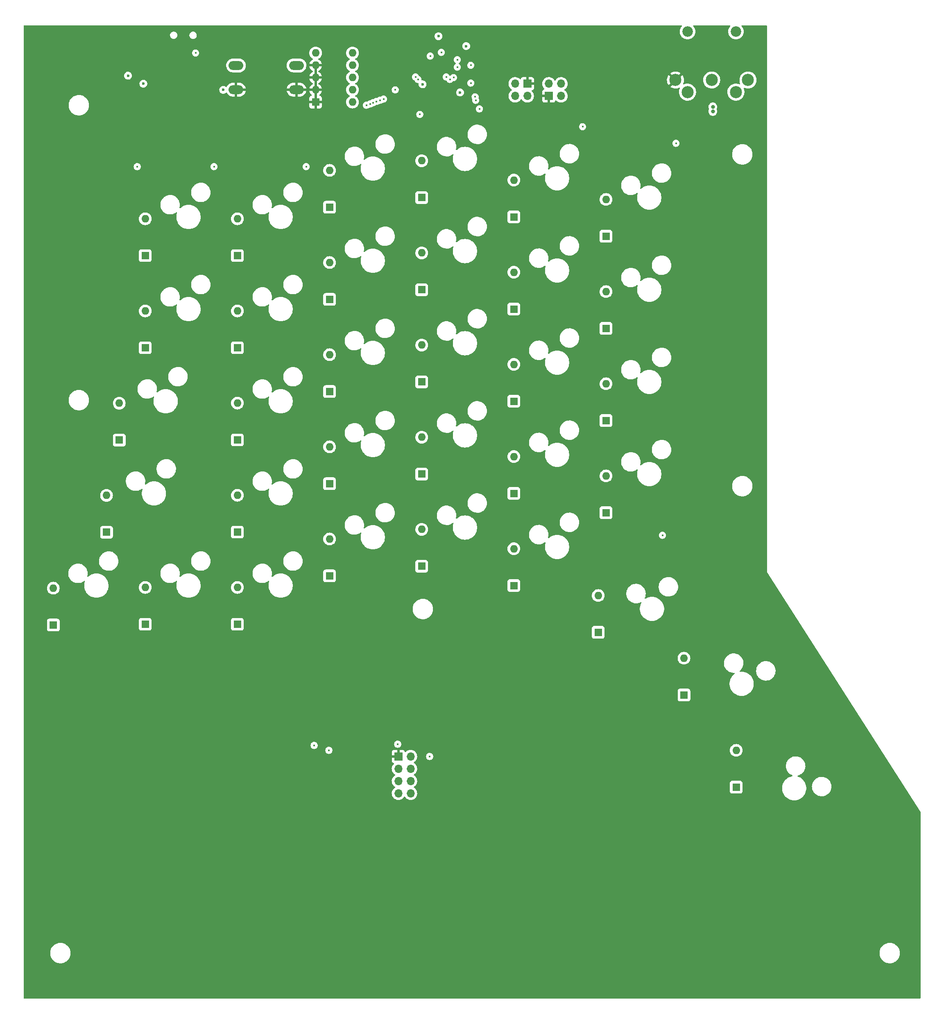
<source format=gbr>
%TF.GenerationSoftware,KiCad,Pcbnew,(6.0.0)*%
%TF.CreationDate,2022-01-02T22:00:42-08:00*%
%TF.ProjectId,thumbler_left,7468756d-626c-4657-925f-6c6566742e6b,rev?*%
%TF.SameCoordinates,Original*%
%TF.FileFunction,Copper,L2,Inr*%
%TF.FilePolarity,Positive*%
%FSLAX46Y46*%
G04 Gerber Fmt 4.6, Leading zero omitted, Abs format (unit mm)*
G04 Created by KiCad (PCBNEW (6.0.0)) date 2022-01-02 22:00:42*
%MOMM*%
%LPD*%
G01*
G04 APERTURE LIST*
%TA.AperFunction,ComponentPad*%
%ADD10R,1.600000X1.600000*%
%TD*%
%TA.AperFunction,ComponentPad*%
%ADD11O,1.600000X1.600000*%
%TD*%
%TA.AperFunction,ComponentPad*%
%ADD12C,2.500000*%
%TD*%
%TA.AperFunction,ComponentPad*%
%ADD13C,2.184400*%
%TD*%
%TA.AperFunction,ComponentPad*%
%ADD14O,1.700000X1.700000*%
%TD*%
%TA.AperFunction,ComponentPad*%
%ADD15R,1.700000X1.700000*%
%TD*%
%TA.AperFunction,ComponentPad*%
%ADD16O,3.048000X1.850000*%
%TD*%
%TA.AperFunction,ViaPad*%
%ADD17C,0.600000*%
%TD*%
%TA.AperFunction,ViaPad*%
%ADD18C,0.800000*%
%TD*%
%TA.AperFunction,ViaPad*%
%ADD19C,0.450000*%
%TD*%
G04 APERTURE END LIST*
D10*
%TO.N,L_ROW1*%
%TO.C,D6*%
X107711000Y-186032200D03*
D11*
%TO.N,Net-(D6-Pad2)*%
X107711000Y-178412200D03*
%TD*%
D10*
%TO.N,L_ROW5*%
%TO.C,D3*%
X88701000Y-262394000D03*
D11*
%TO.N,Net-(D3-Pad2)*%
X88701000Y-254774000D03*
%TD*%
D10*
%TO.N,L_ROW3*%
%TO.C,D29*%
X201345800Y-263906000D03*
D11*
%TO.N,Net-(D29-Pad2)*%
X201345800Y-256286000D03*
%TD*%
D10*
%TO.N,L_ROW4*%
%TO.C,D30*%
X219075000Y-276860000D03*
D11*
%TO.N,Net-(D30-Pad2)*%
X219075000Y-269240000D03*
%TD*%
D10*
%TO.N,L_ROW5*%
%TO.C,D31*%
X229870000Y-295910000D03*
D11*
%TO.N,Net-(D31-Pad2)*%
X229870000Y-288290000D03*
%TD*%
D12*
%TO.N,GND*%
%TO.C,J4*%
X217317306Y-149732831D03*
%TO.N,Net-(J4-Pad2)*%
X224817306Y-149732831D03*
%TO.N,L_RX*%
X232317306Y-149732831D03*
%TO.N,+5V*%
X219817306Y-152232831D03*
%TO.N,L_TX*%
X229817306Y-152232831D03*
D13*
%TO.N,N/C*%
X229817306Y-139732831D03*
X219817306Y-139732831D03*
%TD*%
D14*
%TO.N,+3V3*%
%TO.C,J3*%
X184155000Y-153030000D03*
%TO.N,L_SWDIO*%
X184155000Y-150490000D03*
%TO.N,L_SWCLK*%
X186695000Y-153030000D03*
D15*
%TO.N,GND*%
X186695000Y-150490000D03*
%TD*%
%TO.N,GND*%
%TO.C,J2*%
X191135000Y-153035000D03*
D14*
%TO.N,L_TX*%
X191135000Y-150495000D03*
%TO.N,L_RX*%
X193675000Y-153035000D03*
%TO.N,+3V3*%
X193675000Y-150495000D03*
%TD*%
D10*
%TO.N,L_ROW1*%
%TO.C,D9*%
X126761000Y-186032200D03*
D11*
%TO.N,Net-(D9-Pad2)*%
X126761000Y-178412200D03*
%TD*%
D10*
%TO.N,L_ROW1*%
%TO.C,D14*%
X145811000Y-176032200D03*
D11*
%TO.N,Net-(D14-Pad2)*%
X145811000Y-168412200D03*
%TD*%
D10*
%TO.N,L_ROW1*%
%TO.C,D19*%
X164861000Y-174032200D03*
D11*
%TO.N,Net-(D19-Pad2)*%
X164861000Y-166412200D03*
%TD*%
D10*
%TO.N,L_ROW1*%
%TO.C,D24*%
X183911000Y-178032200D03*
D11*
%TO.N,Net-(D24-Pad2)*%
X183911000Y-170412200D03*
%TD*%
D10*
%TO.N,L_ROW2*%
%TO.C,D32*%
X202961000Y-182032200D03*
D11*
%TO.N,Net-(D32-Pad2)*%
X202961000Y-174412200D03*
%TD*%
D10*
%TO.N,L_ROW2*%
%TO.C,D7*%
X107711000Y-205082200D03*
D11*
%TO.N,Net-(D7-Pad2)*%
X107711000Y-197462200D03*
%TD*%
D10*
%TO.N,L_ROW2*%
%TO.C,D10*%
X126761000Y-205082200D03*
D11*
%TO.N,Net-(D10-Pad2)*%
X126761000Y-197462200D03*
%TD*%
D10*
%TO.N,L_ROW2*%
%TO.C,D15*%
X145811000Y-195082200D03*
D11*
%TO.N,Net-(D15-Pad2)*%
X145811000Y-187462200D03*
%TD*%
D10*
%TO.N,L_ROW2*%
%TO.C,D20*%
X164861000Y-193082200D03*
D11*
%TO.N,Net-(D20-Pad2)*%
X164861000Y-185462200D03*
%TD*%
D10*
%TO.N,L_ROW2*%
%TO.C,D25*%
X183911000Y-197082200D03*
D11*
%TO.N,Net-(D25-Pad2)*%
X183911000Y-189462200D03*
%TD*%
D10*
%TO.N,L_ROW3*%
%TO.C,D33*%
X202961000Y-201082200D03*
D11*
%TO.N,Net-(D33-Pad2)*%
X202961000Y-193462200D03*
%TD*%
D10*
%TO.N,L_ROW3*%
%TO.C,D4*%
X102331600Y-224155000D03*
D11*
%TO.N,Net-(D4-Pad2)*%
X102331600Y-216535000D03*
%TD*%
D10*
%TO.N,L_ROW3*%
%TO.C,D11*%
X126761000Y-224132200D03*
D11*
%TO.N,Net-(D11-Pad2)*%
X126761000Y-216512200D03*
%TD*%
D10*
%TO.N,L_ROW3*%
%TO.C,D16*%
X145811000Y-214132200D03*
D11*
%TO.N,Net-(D16-Pad2)*%
X145811000Y-206512200D03*
%TD*%
D10*
%TO.N,L_ROW3*%
%TO.C,D21*%
X164861000Y-212132200D03*
D11*
%TO.N,Net-(D21-Pad2)*%
X164861000Y-204512200D03*
%TD*%
D10*
%TO.N,L_ROW3*%
%TO.C,D26*%
X183911000Y-216132200D03*
D11*
%TO.N,Net-(D26-Pad2)*%
X183911000Y-208512200D03*
%TD*%
D10*
%TO.N,L_ROW4*%
%TO.C,D34*%
X202961000Y-220132200D03*
D11*
%TO.N,Net-(D34-Pad2)*%
X202961000Y-212512200D03*
%TD*%
D10*
%TO.N,L_ROW4*%
%TO.C,D5*%
X99695000Y-243205000D03*
D11*
%TO.N,Net-(D5-Pad2)*%
X99695000Y-235585000D03*
%TD*%
D10*
%TO.N,L_ROW4*%
%TO.C,D12*%
X126761000Y-243182200D03*
D11*
%TO.N,Net-(D12-Pad2)*%
X126761000Y-235562200D03*
%TD*%
D10*
%TO.N,L_ROW4*%
%TO.C,D17*%
X145811000Y-233182200D03*
D11*
%TO.N,Net-(D17-Pad2)*%
X145811000Y-225562200D03*
%TD*%
D10*
%TO.N,L_ROW4*%
%TO.C,D22*%
X164861000Y-231182200D03*
D11*
%TO.N,Net-(D22-Pad2)*%
X164861000Y-223562200D03*
%TD*%
D10*
%TO.N,L_ROW4*%
%TO.C,D27*%
X183911000Y-235182200D03*
D11*
%TO.N,Net-(D27-Pad2)*%
X183911000Y-227562200D03*
%TD*%
D10*
%TO.N,L_ROW5*%
%TO.C,D35*%
X202961000Y-239182200D03*
D11*
%TO.N,Net-(D35-Pad2)*%
X202961000Y-231562200D03*
%TD*%
D10*
%TO.N,L_ROW5*%
%TO.C,D8*%
X107711000Y-262232200D03*
D11*
%TO.N,Net-(D8-Pad2)*%
X107711000Y-254612200D03*
%TD*%
D10*
%TO.N,L_ROW5*%
%TO.C,D13*%
X126761000Y-262232200D03*
D11*
%TO.N,Net-(D13-Pad2)*%
X126761000Y-254612200D03*
%TD*%
D10*
%TO.N,L_ROW5*%
%TO.C,D18*%
X145811000Y-252232200D03*
D11*
%TO.N,Net-(D18-Pad2)*%
X145811000Y-244612200D03*
%TD*%
D10*
%TO.N,L_ROW5*%
%TO.C,D23*%
X164861000Y-250232200D03*
D11*
%TO.N,Net-(D23-Pad2)*%
X164861000Y-242612200D03*
%TD*%
D10*
%TO.N,L_ROW5*%
%TO.C,D28*%
X183911000Y-254232200D03*
D11*
%TO.N,Net-(D28-Pad2)*%
X183911000Y-246612200D03*
%TD*%
D15*
%TO.N,GND*%
%TO.C,J9*%
X160020000Y-289560000D03*
D14*
%TO.N,ENC_BN*%
X162560000Y-289560000D03*
%TO.N,ENC_B*%
X160020000Y-292100000D03*
%TO.N,ENC_A*%
X162560000Y-292100000D03*
%TO.N,ENC_LF*%
X160020000Y-294640000D03*
%TO.N,ENC_UP*%
X162560000Y-294640000D03*
%TO.N,ENC_RT*%
X160020000Y-297180000D03*
%TO.N,ENC_DN*%
X162560000Y-297180000D03*
%TD*%
D16*
%TO.N,GND*%
%TO.C,SW1*%
X126475000Y-151725000D03*
X138975000Y-151725000D03*
%TO.N,~{RST}*%
X126475000Y-146725000D03*
X138975000Y-146725000D03*
%TD*%
D10*
%TO.N,GND*%
%TO.C,SW2*%
X142925750Y-154294250D03*
D11*
X142925750Y-151754250D03*
X142925750Y-149214250D03*
X142925750Y-146674250D03*
%TO.N,+3V3*%
X142925750Y-144134250D03*
%TO.N,L_BOOT0*%
X150545750Y-144134250D03*
%TO.N,L_OPT4*%
X150545750Y-146674250D03*
%TO.N,L_OPT3*%
X150545750Y-149214250D03*
%TO.N,L_OPT2*%
X150545750Y-151754250D03*
%TO.N,L_OPT1*%
X150545750Y-154294250D03*
%TD*%
D17*
%TO.N,GND*%
X171450000Y-152400000D03*
X169545000Y-140335000D03*
X163830000Y-153416000D03*
X166878000Y-148336000D03*
X175260000Y-151765000D03*
X135890000Y-140970000D03*
X156845000Y-142157502D03*
X114300000Y-142875000D03*
X175259999Y-144779999D03*
X106934000Y-153416000D03*
X109728000Y-153416000D03*
X99060000Y-148336000D03*
X112522000Y-149352000D03*
D18*
X175006000Y-140462000D03*
D17*
%TO.N,+3V3*%
X104140000Y-148844000D03*
X107315000Y-150495000D03*
X168323436Y-140675575D03*
X174056100Y-142727600D03*
X172786077Y-152310500D03*
X165039100Y-150628100D03*
D19*
%TO.N,~{RST}*%
X168910002Y-144018000D03*
D17*
%TO.N,+5V*%
X123825000Y-151765000D03*
D19*
%TO.N,L_TX*%
X175006000Y-146685000D03*
D18*
X225044000Y-155282497D03*
%TO.N,L_RX*%
X225044000Y-156210000D03*
D19*
X172212000Y-147066000D03*
%TO.N,L_SWCLK*%
X175006000Y-150368000D03*
%TO.N,L_SWDIO*%
X171450000Y-149225000D03*
%TO.N,L_COL7*%
X106045000Y-167640000D03*
%TO.N,L_BOOT0*%
X172212000Y-145542000D03*
%TO.N,L_USB_D+*%
X170688000Y-149606000D03*
X164084000Y-149606000D03*
%TO.N,L_USB_D-*%
X163576000Y-149098000D03*
X169926000Y-149098000D03*
%TO.N,L_COL6*%
X121920000Y-167640000D03*
%TO.N,L_COL5*%
X140970000Y-167640000D03*
%TO.N,L_COL4*%
X164465000Y-156845000D03*
%TO.N,L_COL3*%
X176784000Y-155702000D03*
%TO.N,L_COL2*%
X176022000Y-153924000D03*
X198120000Y-159385000D03*
%TO.N,L_COL8*%
X166624000Y-144780000D03*
X214630000Y-243840000D03*
%TO.N,L_COL1*%
X217424000Y-162814000D03*
X175897840Y-153208100D03*
%TO.N,Net-(F1-Pad1)*%
X118110000Y-144145000D03*
%TO.N,ENC_DN*%
X155448000Y-154178000D03*
%TO.N,ENC_RT*%
X156210000Y-153924000D03*
X142621000Y-287274000D03*
%TO.N,ENC_UP*%
X156972000Y-153670000D03*
X159893000Y-287020000D03*
%TO.N,ENC_LF*%
X154784117Y-154432000D03*
X145669000Y-288290000D03*
%TO.N,ENC_A*%
X154178000Y-154686000D03*
%TO.N,ENC_B*%
X153416000Y-154940000D03*
%TO.N,ENC_BN*%
X159385000Y-151765000D03*
X166497000Y-289560000D03*
%TD*%
%TA.AperFunction,Conductor*%
%TO.N,GND*%
G36*
X218619775Y-138450002D02*
G01*
X218666268Y-138503658D01*
X218676372Y-138573932D01*
X218647465Y-138637830D01*
X218518308Y-138789054D01*
X218386661Y-139003881D01*
X218290242Y-139236658D01*
X218289087Y-139241470D01*
X218232579Y-139476839D01*
X218232578Y-139476845D01*
X218231424Y-139481652D01*
X218211656Y-139732831D01*
X218231424Y-139984010D01*
X218232578Y-139988817D01*
X218232579Y-139988823D01*
X218259183Y-140099636D01*
X218290242Y-140229004D01*
X218292135Y-140233575D01*
X218292136Y-140233577D01*
X218301280Y-140255651D01*
X218386661Y-140461781D01*
X218518308Y-140676608D01*
X218521525Y-140680375D01*
X218521526Y-140680376D01*
X218602771Y-140775502D01*
X218681940Y-140868197D01*
X218685702Y-140871410D01*
X218863042Y-141022872D01*
X218873529Y-141031829D01*
X219088356Y-141163476D01*
X219092926Y-141165369D01*
X219092928Y-141165370D01*
X219264652Y-141236500D01*
X219321133Y-141259895D01*
X219406635Y-141280422D01*
X219561314Y-141317558D01*
X219561320Y-141317559D01*
X219566127Y-141318713D01*
X219817306Y-141338481D01*
X220068485Y-141318713D01*
X220073292Y-141317559D01*
X220073298Y-141317558D01*
X220227977Y-141280422D01*
X220313479Y-141259895D01*
X220369960Y-141236500D01*
X220541684Y-141165370D01*
X220541686Y-141165369D01*
X220546256Y-141163476D01*
X220761083Y-141031829D01*
X220771571Y-141022872D01*
X220948910Y-140871410D01*
X220952672Y-140868197D01*
X221031841Y-140775502D01*
X221113086Y-140680376D01*
X221113087Y-140680375D01*
X221116304Y-140676608D01*
X221247951Y-140461781D01*
X221333333Y-140255651D01*
X221342476Y-140233577D01*
X221342477Y-140233575D01*
X221344370Y-140229004D01*
X221375429Y-140099636D01*
X221402033Y-139988823D01*
X221402034Y-139988817D01*
X221403188Y-139984010D01*
X221422956Y-139732831D01*
X221403188Y-139481652D01*
X221402034Y-139476845D01*
X221402033Y-139476839D01*
X221345525Y-139241470D01*
X221344370Y-139236658D01*
X221247951Y-139003881D01*
X221116304Y-138789054D01*
X220987147Y-138637830D01*
X220958116Y-138573041D01*
X220968721Y-138502840D01*
X221015596Y-138449518D01*
X221082958Y-138430000D01*
X228551654Y-138430000D01*
X228619775Y-138450002D01*
X228666268Y-138503658D01*
X228676372Y-138573932D01*
X228647465Y-138637830D01*
X228518308Y-138789054D01*
X228386661Y-139003881D01*
X228290242Y-139236658D01*
X228289087Y-139241470D01*
X228232579Y-139476839D01*
X228232578Y-139476845D01*
X228231424Y-139481652D01*
X228211656Y-139732831D01*
X228231424Y-139984010D01*
X228232578Y-139988817D01*
X228232579Y-139988823D01*
X228259183Y-140099636D01*
X228290242Y-140229004D01*
X228292135Y-140233575D01*
X228292136Y-140233577D01*
X228301280Y-140255651D01*
X228386661Y-140461781D01*
X228518308Y-140676608D01*
X228521525Y-140680375D01*
X228521526Y-140680376D01*
X228602771Y-140775502D01*
X228681940Y-140868197D01*
X228685702Y-140871410D01*
X228863042Y-141022872D01*
X228873529Y-141031829D01*
X229088356Y-141163476D01*
X229092926Y-141165369D01*
X229092928Y-141165370D01*
X229264652Y-141236500D01*
X229321133Y-141259895D01*
X229406635Y-141280422D01*
X229561314Y-141317558D01*
X229561320Y-141317559D01*
X229566127Y-141318713D01*
X229817306Y-141338481D01*
X230068485Y-141318713D01*
X230073292Y-141317559D01*
X230073298Y-141317558D01*
X230227977Y-141280422D01*
X230313479Y-141259895D01*
X230369960Y-141236500D01*
X230541684Y-141165370D01*
X230541686Y-141165369D01*
X230546256Y-141163476D01*
X230761083Y-141031829D01*
X230771571Y-141022872D01*
X230948910Y-140871410D01*
X230952672Y-140868197D01*
X231031841Y-140775502D01*
X231113086Y-140680376D01*
X231113087Y-140680375D01*
X231116304Y-140676608D01*
X231247951Y-140461781D01*
X231333333Y-140255651D01*
X231342476Y-140233577D01*
X231342477Y-140233575D01*
X231344370Y-140229004D01*
X231375429Y-140099636D01*
X231402033Y-139988823D01*
X231402034Y-139988817D01*
X231403188Y-139984010D01*
X231422956Y-139732831D01*
X231403188Y-139481652D01*
X231402034Y-139476845D01*
X231402033Y-139476839D01*
X231345525Y-139241470D01*
X231344370Y-139236658D01*
X231247951Y-139003881D01*
X231116304Y-138789054D01*
X230987147Y-138637830D01*
X230958116Y-138573041D01*
X230968721Y-138502840D01*
X231015596Y-138449518D01*
X231082958Y-138430000D01*
X236094000Y-138430000D01*
X236162121Y-138450002D01*
X236208614Y-138503658D01*
X236220000Y-138556000D01*
X236220000Y-251460000D01*
X266382837Y-298514025D01*
X267950077Y-300958920D01*
X267970000Y-301026918D01*
X267970000Y-339472000D01*
X267949998Y-339540121D01*
X267896342Y-339586614D01*
X267844000Y-339598000D01*
X82676000Y-339598000D01*
X82607879Y-339577998D01*
X82561386Y-339524342D01*
X82550000Y-339472000D01*
X82550000Y-330332703D01*
X88060743Y-330332703D01*
X88098268Y-330617734D01*
X88174129Y-330895036D01*
X88286923Y-331159476D01*
X88434561Y-331406161D01*
X88614313Y-331630528D01*
X88822851Y-331828423D01*
X89056317Y-331996186D01*
X89060112Y-331998195D01*
X89060113Y-331998196D01*
X89081869Y-332009715D01*
X89310392Y-332130712D01*
X89580373Y-332229511D01*
X89861264Y-332290755D01*
X89889841Y-332293004D01*
X90084282Y-332308307D01*
X90084291Y-332308307D01*
X90086739Y-332308500D01*
X90242271Y-332308500D01*
X90244407Y-332308354D01*
X90244418Y-332308354D01*
X90452548Y-332294165D01*
X90452554Y-332294164D01*
X90456825Y-332293873D01*
X90461020Y-332293004D01*
X90461022Y-332293004D01*
X90597583Y-332264724D01*
X90738342Y-332235574D01*
X91009343Y-332139607D01*
X91264812Y-332007750D01*
X91268313Y-332005289D01*
X91268317Y-332005287D01*
X91382418Y-331925095D01*
X91500023Y-331842441D01*
X91710622Y-331646740D01*
X91892713Y-331424268D01*
X92042927Y-331179142D01*
X92158483Y-330915898D01*
X92237244Y-330639406D01*
X92277751Y-330354784D01*
X92277845Y-330336951D01*
X92277867Y-330332703D01*
X259510743Y-330332703D01*
X259548268Y-330617734D01*
X259624129Y-330895036D01*
X259736923Y-331159476D01*
X259884561Y-331406161D01*
X260064313Y-331630528D01*
X260272851Y-331828423D01*
X260506317Y-331996186D01*
X260510112Y-331998195D01*
X260510113Y-331998196D01*
X260531869Y-332009715D01*
X260760392Y-332130712D01*
X261030373Y-332229511D01*
X261311264Y-332290755D01*
X261339841Y-332293004D01*
X261534282Y-332308307D01*
X261534291Y-332308307D01*
X261536739Y-332308500D01*
X261692271Y-332308500D01*
X261694407Y-332308354D01*
X261694418Y-332308354D01*
X261902548Y-332294165D01*
X261902554Y-332294164D01*
X261906825Y-332293873D01*
X261911020Y-332293004D01*
X261911022Y-332293004D01*
X262047583Y-332264724D01*
X262188342Y-332235574D01*
X262459343Y-332139607D01*
X262714812Y-332007750D01*
X262718313Y-332005289D01*
X262718317Y-332005287D01*
X262832418Y-331925095D01*
X262950023Y-331842441D01*
X263160622Y-331646740D01*
X263342713Y-331424268D01*
X263492927Y-331179142D01*
X263608483Y-330915898D01*
X263687244Y-330639406D01*
X263727751Y-330354784D01*
X263727845Y-330336951D01*
X263729235Y-330071583D01*
X263729235Y-330071576D01*
X263729257Y-330067297D01*
X263691732Y-329782266D01*
X263615871Y-329504964D01*
X263503077Y-329240524D01*
X263355439Y-328993839D01*
X263175687Y-328769472D01*
X262967149Y-328571577D01*
X262733683Y-328403814D01*
X262711843Y-328392250D01*
X262688654Y-328379972D01*
X262479608Y-328269288D01*
X262209627Y-328170489D01*
X261928736Y-328109245D01*
X261897685Y-328106801D01*
X261705718Y-328091693D01*
X261705709Y-328091693D01*
X261703261Y-328091500D01*
X261547729Y-328091500D01*
X261545593Y-328091646D01*
X261545582Y-328091646D01*
X261337452Y-328105835D01*
X261337446Y-328105836D01*
X261333175Y-328106127D01*
X261328980Y-328106996D01*
X261328978Y-328106996D01*
X261192416Y-328135277D01*
X261051658Y-328164426D01*
X260780657Y-328260393D01*
X260525188Y-328392250D01*
X260521687Y-328394711D01*
X260521683Y-328394713D01*
X260511594Y-328401804D01*
X260289977Y-328557559D01*
X260079378Y-328753260D01*
X259897287Y-328975732D01*
X259747073Y-329220858D01*
X259631517Y-329484102D01*
X259552756Y-329760594D01*
X259512249Y-330045216D01*
X259512227Y-330049505D01*
X259512226Y-330049512D01*
X259510765Y-330328417D01*
X259510743Y-330332703D01*
X92277867Y-330332703D01*
X92279235Y-330071583D01*
X92279235Y-330071576D01*
X92279257Y-330067297D01*
X92241732Y-329782266D01*
X92165871Y-329504964D01*
X92053077Y-329240524D01*
X91905439Y-328993839D01*
X91725687Y-328769472D01*
X91517149Y-328571577D01*
X91283683Y-328403814D01*
X91261843Y-328392250D01*
X91238654Y-328379972D01*
X91029608Y-328269288D01*
X90759627Y-328170489D01*
X90478736Y-328109245D01*
X90447685Y-328106801D01*
X90255718Y-328091693D01*
X90255709Y-328091693D01*
X90253261Y-328091500D01*
X90097729Y-328091500D01*
X90095593Y-328091646D01*
X90095582Y-328091646D01*
X89887452Y-328105835D01*
X89887446Y-328105836D01*
X89883175Y-328106127D01*
X89878980Y-328106996D01*
X89878978Y-328106996D01*
X89742416Y-328135277D01*
X89601658Y-328164426D01*
X89330657Y-328260393D01*
X89075188Y-328392250D01*
X89071687Y-328394711D01*
X89071683Y-328394713D01*
X89061594Y-328401804D01*
X88839977Y-328557559D01*
X88629378Y-328753260D01*
X88447287Y-328975732D01*
X88297073Y-329220858D01*
X88181517Y-329484102D01*
X88102756Y-329760594D01*
X88062249Y-330045216D01*
X88062227Y-330049505D01*
X88062226Y-330049512D01*
X88060765Y-330328417D01*
X88060743Y-330332703D01*
X82550000Y-330332703D01*
X82550000Y-297146695D01*
X158657251Y-297146695D01*
X158657548Y-297151848D01*
X158657548Y-297151851D01*
X158663011Y-297246590D01*
X158670110Y-297369715D01*
X158671247Y-297374761D01*
X158671248Y-297374767D01*
X158678677Y-297407731D01*
X158719222Y-297587639D01*
X158772133Y-297717945D01*
X158793530Y-297770638D01*
X158803266Y-297794616D01*
X158854019Y-297877438D01*
X158917291Y-297980688D01*
X158919987Y-297985088D01*
X159066250Y-298153938D01*
X159238126Y-298296632D01*
X159431000Y-298409338D01*
X159639692Y-298489030D01*
X159644760Y-298490061D01*
X159644763Y-298490062D01*
X159752017Y-298511883D01*
X159858597Y-298533567D01*
X159863772Y-298533757D01*
X159863774Y-298533757D01*
X160076673Y-298541564D01*
X160076677Y-298541564D01*
X160081837Y-298541753D01*
X160086957Y-298541097D01*
X160086959Y-298541097D01*
X160298288Y-298514025D01*
X160298289Y-298514025D01*
X160303416Y-298513368D01*
X160308366Y-298511883D01*
X160512429Y-298450661D01*
X160512434Y-298450659D01*
X160517384Y-298449174D01*
X160717994Y-298350896D01*
X160899860Y-298221173D01*
X161058096Y-298063489D01*
X161117594Y-297980689D01*
X161188453Y-297882077D01*
X161189776Y-297883028D01*
X161236645Y-297839857D01*
X161306580Y-297827625D01*
X161372026Y-297855144D01*
X161399875Y-297886994D01*
X161459987Y-297985088D01*
X161606250Y-298153938D01*
X161778126Y-298296632D01*
X161971000Y-298409338D01*
X162179692Y-298489030D01*
X162184760Y-298490061D01*
X162184763Y-298490062D01*
X162292017Y-298511883D01*
X162398597Y-298533567D01*
X162403772Y-298533757D01*
X162403774Y-298533757D01*
X162616673Y-298541564D01*
X162616677Y-298541564D01*
X162621837Y-298541753D01*
X162626957Y-298541097D01*
X162626959Y-298541097D01*
X162838288Y-298514025D01*
X162838289Y-298514025D01*
X162843416Y-298513368D01*
X162848366Y-298511883D01*
X163052429Y-298450661D01*
X163052434Y-298450659D01*
X163057384Y-298449174D01*
X163257994Y-298350896D01*
X163439860Y-298221173D01*
X163598096Y-298063489D01*
X163657594Y-297980689D01*
X163725435Y-297886277D01*
X163728453Y-297882077D01*
X163749320Y-297839857D01*
X163825136Y-297686453D01*
X163825137Y-297686451D01*
X163827430Y-297681811D01*
X163859900Y-297574940D01*
X163890865Y-297473023D01*
X163890865Y-297473021D01*
X163892370Y-297468069D01*
X163921529Y-297246590D01*
X163921611Y-297243240D01*
X163923074Y-297183365D01*
X163923074Y-297183361D01*
X163923156Y-297180000D01*
X163904852Y-296957361D01*
X163854810Y-296758134D01*
X228561500Y-296758134D01*
X228568255Y-296820316D01*
X228619385Y-296956705D01*
X228706739Y-297073261D01*
X228823295Y-297160615D01*
X228959684Y-297211745D01*
X229021866Y-297218500D01*
X230718134Y-297218500D01*
X230780316Y-297211745D01*
X230916705Y-297160615D01*
X231033261Y-297073261D01*
X231120615Y-296956705D01*
X231171745Y-296820316D01*
X231178500Y-296758134D01*
X231178500Y-296274253D01*
X239368512Y-296274253D01*
X239407976Y-296586645D01*
X239486282Y-296891628D01*
X239602196Y-297184392D01*
X239604098Y-297187851D01*
X239604099Y-297187854D01*
X239724978Y-297407731D01*
X239753888Y-297460319D01*
X239823430Y-297556036D01*
X239918184Y-297686453D01*
X239938967Y-297715059D01*
X240154514Y-297944593D01*
X240397130Y-298145302D01*
X240400474Y-298147424D01*
X240630380Y-298293327D01*
X240662988Y-298314021D01*
X240666567Y-298315705D01*
X240666574Y-298315709D01*
X240944306Y-298446399D01*
X240944310Y-298446401D01*
X240947896Y-298448088D01*
X241247360Y-298545390D01*
X241556658Y-298604392D01*
X241650212Y-298610278D01*
X241790270Y-298619090D01*
X241790286Y-298619091D01*
X241792265Y-298619215D01*
X241949559Y-298619215D01*
X241951538Y-298619091D01*
X241951554Y-298619090D01*
X242091612Y-298610278D01*
X242185166Y-298604392D01*
X242494464Y-298545390D01*
X242793928Y-298448088D01*
X242797514Y-298446401D01*
X242797518Y-298446399D01*
X243075250Y-298315709D01*
X243075257Y-298315705D01*
X243078836Y-298314021D01*
X243111445Y-298293327D01*
X243341350Y-298147424D01*
X243344694Y-298145302D01*
X243587310Y-297944593D01*
X243802857Y-297715059D01*
X243823641Y-297686453D01*
X243918394Y-297556036D01*
X243987936Y-297460319D01*
X244016847Y-297407731D01*
X244137725Y-297187854D01*
X244137726Y-297187851D01*
X244139628Y-297184392D01*
X244255542Y-296891628D01*
X244333848Y-296586645D01*
X244373312Y-296274253D01*
X244373312Y-295959377D01*
X244341335Y-295706253D01*
X245528143Y-295706253D01*
X245528296Y-295710641D01*
X245528296Y-295710647D01*
X245537401Y-295971364D01*
X245537946Y-295986978D01*
X245538708Y-295991301D01*
X245538709Y-295991308D01*
X245562485Y-296126144D01*
X245586723Y-296263607D01*
X245673524Y-296530755D01*
X245675452Y-296534708D01*
X245675454Y-296534713D01*
X245702654Y-296590480D01*
X245796661Y-296783222D01*
X245799116Y-296786861D01*
X245799119Y-296786867D01*
X245867204Y-296887807D01*
X245953736Y-297016096D01*
X246141692Y-297224842D01*
X246356871Y-297405399D01*
X246595085Y-297554251D01*
X246851696Y-297668502D01*
X247121711Y-297745927D01*
X247126061Y-297746538D01*
X247126064Y-297746539D01*
X247229011Y-297761007D01*
X247399873Y-297785020D01*
X247610467Y-297785020D01*
X247612653Y-297784867D01*
X247612657Y-297784867D01*
X247816148Y-297770638D01*
X247816153Y-297770637D01*
X247820533Y-297770331D01*
X248095291Y-297711929D01*
X248099420Y-297710426D01*
X248099424Y-297710425D01*
X248355102Y-297617366D01*
X248355106Y-297617364D01*
X248359247Y-297615857D01*
X248607263Y-297483984D01*
X248622350Y-297473023D01*
X248830950Y-297321467D01*
X248830953Y-297321464D01*
X248834513Y-297318878D01*
X248909370Y-297246590D01*
X248935268Y-297221580D01*
X249036573Y-297123751D01*
X249209509Y-296902402D01*
X249211705Y-296898598D01*
X249211710Y-296898591D01*
X249347756Y-296662951D01*
X249349957Y-296659139D01*
X249455183Y-296398696D01*
X249467754Y-296348277D01*
X249522074Y-296130413D01*
X249522075Y-296130408D01*
X249523138Y-296126144D01*
X249540250Y-295963336D01*
X249552040Y-295851156D01*
X249552040Y-295851153D01*
X249552499Y-295846787D01*
X249552346Y-295842393D01*
X249542850Y-295570459D01*
X249542849Y-295570453D01*
X249542696Y-295566062D01*
X249535833Y-295527137D01*
X249510951Y-295386026D01*
X249493919Y-295289433D01*
X249407118Y-295022285D01*
X249399927Y-295007540D01*
X249287378Y-294776783D01*
X249283981Y-294769818D01*
X249281526Y-294766179D01*
X249281523Y-294766173D01*
X249176877Y-294611029D01*
X249126906Y-294536944D01*
X248938950Y-294328198D01*
X248723771Y-294147641D01*
X248485557Y-293998789D01*
X248228946Y-293884538D01*
X247958931Y-293807113D01*
X247954581Y-293806502D01*
X247954578Y-293806501D01*
X247851631Y-293792033D01*
X247680769Y-293768020D01*
X247470175Y-293768020D01*
X247467989Y-293768173D01*
X247467985Y-293768173D01*
X247264494Y-293782402D01*
X247264489Y-293782403D01*
X247260109Y-293782709D01*
X246985351Y-293841111D01*
X246981222Y-293842614D01*
X246981218Y-293842615D01*
X246725540Y-293935674D01*
X246725536Y-293935676D01*
X246721395Y-293937183D01*
X246473379Y-294069056D01*
X246469820Y-294071642D01*
X246469818Y-294071643D01*
X246341860Y-294164610D01*
X246246129Y-294234162D01*
X246044069Y-294429289D01*
X245871133Y-294650638D01*
X245868937Y-294654442D01*
X245868932Y-294654449D01*
X245767743Y-294829715D01*
X245730685Y-294893901D01*
X245625459Y-295154344D01*
X245624394Y-295158617D01*
X245624393Y-295158619D01*
X245577605Y-295346277D01*
X245557504Y-295426896D01*
X245557045Y-295431264D01*
X245557044Y-295431269D01*
X245531162Y-295677529D01*
X245528143Y-295706253D01*
X244341335Y-295706253D01*
X244333848Y-295646985D01*
X244255542Y-295342002D01*
X244139628Y-295049238D01*
X244135977Y-295042596D01*
X243989845Y-294776783D01*
X243989843Y-294776780D01*
X243987936Y-294773311D01*
X243816206Y-294536944D01*
X243805185Y-294521775D01*
X243805184Y-294521773D01*
X243802857Y-294518571D01*
X243587310Y-294289037D01*
X243344694Y-294088328D01*
X243078836Y-293919609D01*
X243075257Y-293917925D01*
X243075250Y-293917921D01*
X242797518Y-293787231D01*
X242797514Y-293787229D01*
X242793928Y-293785542D01*
X242783452Y-293782138D01*
X242648635Y-293738333D01*
X242590029Y-293698259D01*
X242562392Y-293632863D01*
X242574499Y-293562906D01*
X242622505Y-293510600D01*
X242661373Y-293495253D01*
X242720587Y-293482667D01*
X242724716Y-293481164D01*
X242724720Y-293481163D01*
X242980398Y-293388104D01*
X242980402Y-293388102D01*
X242984543Y-293386595D01*
X243232559Y-293254722D01*
X243236120Y-293252135D01*
X243456246Y-293092205D01*
X243456249Y-293092202D01*
X243459809Y-293089616D01*
X243661869Y-292894489D01*
X243834805Y-292673140D01*
X243837001Y-292669336D01*
X243837006Y-292669329D01*
X243973052Y-292433689D01*
X243975253Y-292429877D01*
X244080479Y-292169434D01*
X244114161Y-292034345D01*
X244147370Y-291901151D01*
X244147371Y-291901146D01*
X244148434Y-291896882D01*
X244149944Y-291882522D01*
X244177336Y-291621894D01*
X244177336Y-291621891D01*
X244177795Y-291617525D01*
X244177642Y-291613131D01*
X244168146Y-291341197D01*
X244168145Y-291341191D01*
X244167992Y-291336800D01*
X244144225Y-291202007D01*
X244119977Y-291064494D01*
X244119215Y-291060171D01*
X244032414Y-290793023D01*
X244027072Y-290782069D01*
X243967937Y-290660827D01*
X243909277Y-290540556D01*
X243906822Y-290536917D01*
X243906819Y-290536911D01*
X243826552Y-290417911D01*
X243752202Y-290307682D01*
X243721659Y-290273760D01*
X243567183Y-290102198D01*
X243564246Y-290098936D01*
X243349067Y-289918379D01*
X243110853Y-289769527D01*
X242854242Y-289655276D01*
X242604078Y-289583543D01*
X242588454Y-289579063D01*
X242588453Y-289579063D01*
X242584227Y-289577851D01*
X242579877Y-289577240D01*
X242579874Y-289577239D01*
X242457210Y-289560000D01*
X242306065Y-289538758D01*
X242095471Y-289538758D01*
X242093285Y-289538911D01*
X242093281Y-289538911D01*
X241889790Y-289553140D01*
X241889785Y-289553141D01*
X241885405Y-289553447D01*
X241610647Y-289611849D01*
X241606518Y-289613352D01*
X241606514Y-289613353D01*
X241350836Y-289706412D01*
X241350832Y-289706414D01*
X241346691Y-289707921D01*
X241098675Y-289839794D01*
X241095116Y-289842380D01*
X241095114Y-289842381D01*
X240922711Y-289967639D01*
X240871425Y-290004900D01*
X240868261Y-290007956D01*
X240868258Y-290007958D01*
X240846886Y-290028597D01*
X240669365Y-290200027D01*
X240496429Y-290421376D01*
X240494233Y-290425180D01*
X240494228Y-290425187D01*
X240394727Y-290597529D01*
X240355981Y-290664639D01*
X240250755Y-290925082D01*
X240249690Y-290929355D01*
X240249689Y-290929357D01*
X240215996Y-291064494D01*
X240182800Y-291197634D01*
X240182341Y-291202002D01*
X240182340Y-291202007D01*
X240158727Y-291426680D01*
X240153439Y-291476991D01*
X240153592Y-291481379D01*
X240153592Y-291481385D01*
X240158758Y-291629305D01*
X240163242Y-291757716D01*
X240164004Y-291762039D01*
X240164005Y-291762046D01*
X240187781Y-291896882D01*
X240212019Y-292034345D01*
X240298820Y-292301493D01*
X240421957Y-292553960D01*
X240424412Y-292557599D01*
X240424415Y-292557605D01*
X240457364Y-292606453D01*
X240579032Y-292786834D01*
X240581977Y-292790105D01*
X240581978Y-292790106D01*
X240597184Y-292806994D01*
X240766988Y-292995580D01*
X240982167Y-293176137D01*
X241220381Y-293324989D01*
X241432327Y-293419354D01*
X241486422Y-293465333D01*
X241507071Y-293533261D01*
X241487719Y-293601569D01*
X241434508Y-293648570D01*
X241404687Y-293658228D01*
X241332236Y-293672049D01*
X241247360Y-293688240D01*
X241243583Y-293689467D01*
X241243584Y-293689467D01*
X240969874Y-293778401D01*
X240947896Y-293785542D01*
X240944310Y-293787229D01*
X240944306Y-293787231D01*
X240666574Y-293917921D01*
X240666567Y-293917925D01*
X240662988Y-293919609D01*
X240397130Y-294088328D01*
X240154514Y-294289037D01*
X239938967Y-294518571D01*
X239936640Y-294521773D01*
X239936639Y-294521775D01*
X239925618Y-294536944D01*
X239753888Y-294773311D01*
X239751981Y-294776780D01*
X239751979Y-294776783D01*
X239605847Y-295042596D01*
X239602196Y-295049238D01*
X239486282Y-295342002D01*
X239407976Y-295646985D01*
X239368512Y-295959377D01*
X239368512Y-296274253D01*
X231178500Y-296274253D01*
X231178500Y-295061866D01*
X231171745Y-294999684D01*
X231120615Y-294863295D01*
X231033261Y-294746739D01*
X230916705Y-294659385D01*
X230780316Y-294608255D01*
X230718134Y-294601500D01*
X229021866Y-294601500D01*
X228959684Y-294608255D01*
X228823295Y-294659385D01*
X228706739Y-294746739D01*
X228619385Y-294863295D01*
X228568255Y-294999684D01*
X228561500Y-295061866D01*
X228561500Y-296758134D01*
X163854810Y-296758134D01*
X163850431Y-296740702D01*
X163761354Y-296535840D01*
X163640014Y-296348277D01*
X163489670Y-296183051D01*
X163485619Y-296179852D01*
X163485615Y-296179848D01*
X163318414Y-296047800D01*
X163318410Y-296047798D01*
X163314359Y-296044598D01*
X163273053Y-296021796D01*
X163223084Y-295971364D01*
X163208312Y-295901921D01*
X163233428Y-295835516D01*
X163260780Y-295808909D01*
X163304603Y-295777650D01*
X163439860Y-295681173D01*
X163598096Y-295523489D01*
X163657594Y-295440689D01*
X163725435Y-295346277D01*
X163728453Y-295342077D01*
X163749320Y-295299857D01*
X163825136Y-295146453D01*
X163825137Y-295146451D01*
X163827430Y-295141811D01*
X163892370Y-294928069D01*
X163921529Y-294706590D01*
X163922551Y-294664771D01*
X163923074Y-294643365D01*
X163923074Y-294643361D01*
X163923156Y-294640000D01*
X163904852Y-294417361D01*
X163850431Y-294200702D01*
X163761354Y-293995840D01*
X163690506Y-293886325D01*
X163642822Y-293812617D01*
X163642820Y-293812614D01*
X163640014Y-293808277D01*
X163489670Y-293643051D01*
X163485619Y-293639852D01*
X163485615Y-293639848D01*
X163318414Y-293507800D01*
X163318410Y-293507798D01*
X163314359Y-293504598D01*
X163273053Y-293481796D01*
X163223084Y-293431364D01*
X163208312Y-293361921D01*
X163233428Y-293295516D01*
X163260780Y-293268909D01*
X163304603Y-293237650D01*
X163439860Y-293141173D01*
X163489000Y-293092205D01*
X163583131Y-292998402D01*
X163598096Y-292983489D01*
X163657594Y-292900689D01*
X163725435Y-292806277D01*
X163728453Y-292802077D01*
X163734370Y-292790106D01*
X163825136Y-292606453D01*
X163825137Y-292606451D01*
X163827430Y-292601811D01*
X163892370Y-292388069D01*
X163921529Y-292166590D01*
X163923156Y-292100000D01*
X163904852Y-291877361D01*
X163850431Y-291660702D01*
X163761354Y-291455840D01*
X163640014Y-291268277D01*
X163489670Y-291103051D01*
X163485619Y-291099852D01*
X163485615Y-291099848D01*
X163318414Y-290967800D01*
X163318410Y-290967798D01*
X163314359Y-290964598D01*
X163273053Y-290941796D01*
X163223084Y-290891364D01*
X163208312Y-290821921D01*
X163233428Y-290755516D01*
X163260780Y-290728909D01*
X163304603Y-290697650D01*
X163439860Y-290601173D01*
X163598096Y-290443489D01*
X163728453Y-290262077D01*
X163757407Y-290203494D01*
X163825136Y-290066453D01*
X163825137Y-290066451D01*
X163827430Y-290061811D01*
X163892370Y-289848069D01*
X163921529Y-289626590D01*
X163921611Y-289623240D01*
X163923074Y-289563365D01*
X163923074Y-289563361D01*
X163923156Y-289560000D01*
X163922309Y-289549694D01*
X165758931Y-289549694D01*
X165774989Y-289713468D01*
X165826932Y-289869615D01*
X165830581Y-289875640D01*
X165855053Y-289916047D01*
X165912179Y-290010373D01*
X166026491Y-290128747D01*
X166164189Y-290218854D01*
X166318428Y-290276215D01*
X166325409Y-290277146D01*
X166325411Y-290277147D01*
X166474561Y-290297048D01*
X166474565Y-290297048D01*
X166481542Y-290297979D01*
X166488553Y-290297341D01*
X166488557Y-290297341D01*
X166638403Y-290283704D01*
X166638404Y-290283704D01*
X166645424Y-290283065D01*
X166710018Y-290262077D01*
X166795230Y-290234390D01*
X166795233Y-290234389D01*
X166801929Y-290232213D01*
X166943279Y-290147951D01*
X167062449Y-290034468D01*
X167078458Y-290010373D01*
X167149614Y-289903275D01*
X167149615Y-289903273D01*
X167153515Y-289897403D01*
X167211951Y-289743568D01*
X167224108Y-289657063D01*
X167234302Y-289584534D01*
X167234303Y-289584527D01*
X167234853Y-289580610D01*
X167235141Y-289560000D01*
X167216798Y-289396466D01*
X167210998Y-289379809D01*
X167184796Y-289304570D01*
X167162680Y-289241060D01*
X167075476Y-289101505D01*
X167017499Y-289043122D01*
X166964486Y-288989737D01*
X166964482Y-288989734D01*
X166959522Y-288984739D01*
X166820580Y-288896563D01*
X166725215Y-288862605D01*
X166672189Y-288843723D01*
X166672187Y-288843722D01*
X166665555Y-288841361D01*
X166658569Y-288840528D01*
X166658565Y-288840527D01*
X166544071Y-288826875D01*
X166502153Y-288821877D01*
X166495150Y-288822613D01*
X166495149Y-288822613D01*
X166451935Y-288827155D01*
X166338495Y-288839078D01*
X166331827Y-288841348D01*
X166189382Y-288889840D01*
X166189379Y-288889841D01*
X166182715Y-288892110D01*
X166102007Y-288941762D01*
X166065226Y-288964390D01*
X166042555Y-288978337D01*
X165924982Y-289093473D01*
X165835838Y-289231797D01*
X165833427Y-289238420D01*
X165833426Y-289238423D01*
X165781966Y-289379809D01*
X165781965Y-289379814D01*
X165779556Y-289386432D01*
X165758931Y-289549694D01*
X163922309Y-289549694D01*
X163904852Y-289337361D01*
X163850431Y-289120702D01*
X163761354Y-288915840D01*
X163700567Y-288821877D01*
X163642822Y-288732617D01*
X163642820Y-288732614D01*
X163640014Y-288728277D01*
X163489670Y-288563051D01*
X163485619Y-288559852D01*
X163485615Y-288559848D01*
X163318414Y-288427800D01*
X163318410Y-288427798D01*
X163314359Y-288424598D01*
X163118789Y-288316638D01*
X163113920Y-288314914D01*
X163113916Y-288314912D01*
X163043566Y-288290000D01*
X228556502Y-288290000D01*
X228576457Y-288518087D01*
X228577881Y-288523400D01*
X228577881Y-288523402D01*
X228633941Y-288732617D01*
X228635716Y-288739243D01*
X228638039Y-288744224D01*
X228638039Y-288744225D01*
X228730151Y-288941762D01*
X228730154Y-288941767D01*
X228732477Y-288946749D01*
X228758047Y-288983266D01*
X228854281Y-289120702D01*
X228863802Y-289134300D01*
X229025700Y-289296198D01*
X229030208Y-289299355D01*
X229030211Y-289299357D01*
X229077319Y-289332342D01*
X229213251Y-289427523D01*
X229218233Y-289429846D01*
X229218238Y-289429849D01*
X229415775Y-289521961D01*
X229420757Y-289524284D01*
X229426065Y-289525706D01*
X229426067Y-289525707D01*
X229636598Y-289582119D01*
X229636600Y-289582119D01*
X229641913Y-289583543D01*
X229870000Y-289603498D01*
X230098087Y-289583543D01*
X230103400Y-289582119D01*
X230103402Y-289582119D01*
X230313933Y-289525707D01*
X230313935Y-289525706D01*
X230319243Y-289524284D01*
X230324225Y-289521961D01*
X230521762Y-289429849D01*
X230521767Y-289429846D01*
X230526749Y-289427523D01*
X230662681Y-289332342D01*
X230709789Y-289299357D01*
X230709792Y-289299355D01*
X230714300Y-289296198D01*
X230876198Y-289134300D01*
X230885720Y-289120702D01*
X230981953Y-288983266D01*
X231007523Y-288946749D01*
X231009846Y-288941767D01*
X231009849Y-288941762D01*
X231101961Y-288744225D01*
X231101961Y-288744224D01*
X231104284Y-288739243D01*
X231106060Y-288732617D01*
X231162119Y-288523402D01*
X231162119Y-288523400D01*
X231163543Y-288518087D01*
X231183498Y-288290000D01*
X231163543Y-288061913D01*
X231144581Y-287991147D01*
X231105707Y-287846067D01*
X231105706Y-287846065D01*
X231104284Y-287840757D01*
X231097639Y-287826507D01*
X231009849Y-287638238D01*
X231009846Y-287638233D01*
X231007523Y-287633251D01*
X230897022Y-287475439D01*
X230879357Y-287450211D01*
X230879355Y-287450208D01*
X230876198Y-287445700D01*
X230714300Y-287283802D01*
X230709792Y-287280645D01*
X230709789Y-287280643D01*
X230546717Y-287166459D01*
X230526749Y-287152477D01*
X230521767Y-287150154D01*
X230521762Y-287150151D01*
X230324225Y-287058039D01*
X230324224Y-287058039D01*
X230319243Y-287055716D01*
X230313935Y-287054294D01*
X230313933Y-287054293D01*
X230103402Y-286997881D01*
X230103400Y-286997881D01*
X230098087Y-286996457D01*
X229870000Y-286976502D01*
X229641913Y-286996457D01*
X229636600Y-286997881D01*
X229636598Y-286997881D01*
X229426067Y-287054293D01*
X229426065Y-287054294D01*
X229420757Y-287055716D01*
X229415776Y-287058039D01*
X229415775Y-287058039D01*
X229218238Y-287150151D01*
X229218233Y-287150154D01*
X229213251Y-287152477D01*
X229193283Y-287166459D01*
X229030211Y-287280643D01*
X229030208Y-287280645D01*
X229025700Y-287283802D01*
X228863802Y-287445700D01*
X228860645Y-287450208D01*
X228860643Y-287450211D01*
X228842978Y-287475439D01*
X228732477Y-287633251D01*
X228730154Y-287638233D01*
X228730151Y-287638238D01*
X228642361Y-287826507D01*
X228635716Y-287840757D01*
X228634294Y-287846065D01*
X228634293Y-287846067D01*
X228595419Y-287991147D01*
X228576457Y-288061913D01*
X228556502Y-288290000D01*
X163043566Y-288290000D01*
X162913087Y-288243795D01*
X162913083Y-288243794D01*
X162908212Y-288242069D01*
X162903119Y-288241162D01*
X162903116Y-288241161D01*
X162693373Y-288203800D01*
X162693367Y-288203799D01*
X162688284Y-288202894D01*
X162614452Y-288201992D01*
X162470081Y-288200228D01*
X162470079Y-288200228D01*
X162464911Y-288200165D01*
X162244091Y-288233955D01*
X162031756Y-288303357D01*
X161833607Y-288406507D01*
X161829474Y-288409610D01*
X161829471Y-288409612D01*
X161684996Y-288518087D01*
X161654965Y-288540635D01*
X161651393Y-288544373D01*
X161573898Y-288625466D01*
X161512374Y-288660895D01*
X161441462Y-288657438D01*
X161383676Y-288616192D01*
X161364823Y-288582644D01*
X161323324Y-288471946D01*
X161314786Y-288456351D01*
X161238285Y-288354276D01*
X161225724Y-288341715D01*
X161123649Y-288265214D01*
X161108054Y-288256676D01*
X160987606Y-288211522D01*
X160972351Y-288207895D01*
X160921486Y-288202369D01*
X160914672Y-288202000D01*
X160292115Y-288202000D01*
X160276876Y-288206475D01*
X160275671Y-288207865D01*
X160274000Y-288215548D01*
X160274000Y-289688000D01*
X160253998Y-289756121D01*
X160200342Y-289802614D01*
X160148000Y-289814000D01*
X158680116Y-289814000D01*
X158664877Y-289818475D01*
X158663672Y-289819865D01*
X158662001Y-289827548D01*
X158662001Y-290454669D01*
X158662371Y-290461490D01*
X158667895Y-290512352D01*
X158671521Y-290527604D01*
X158716676Y-290648054D01*
X158725214Y-290663649D01*
X158801715Y-290765724D01*
X158814276Y-290778285D01*
X158916351Y-290854786D01*
X158931946Y-290863324D01*
X159040827Y-290904142D01*
X159097591Y-290946784D01*
X159122291Y-291013345D01*
X159107083Y-291082694D01*
X159087691Y-291109175D01*
X159003158Y-291197634D01*
X158960629Y-291242138D01*
X158834743Y-291426680D01*
X158819003Y-291460590D01*
X158748196Y-291613131D01*
X158740688Y-291629305D01*
X158680989Y-291844570D01*
X158657251Y-292066695D01*
X158657548Y-292071848D01*
X158657548Y-292071851D01*
X158662928Y-292165159D01*
X158670110Y-292289715D01*
X158671247Y-292294761D01*
X158671248Y-292294767D01*
X158671820Y-292297304D01*
X158719222Y-292507639D01*
X158803266Y-292714616D01*
X158845284Y-292783183D01*
X158917291Y-292900688D01*
X158919987Y-292905088D01*
X159066250Y-293073938D01*
X159238126Y-293216632D01*
X159306845Y-293256788D01*
X159311445Y-293259476D01*
X159360169Y-293311114D01*
X159373240Y-293380897D01*
X159346509Y-293446669D01*
X159306055Y-293480027D01*
X159300984Y-293482667D01*
X159293607Y-293486507D01*
X159289474Y-293489610D01*
X159289471Y-293489612D01*
X159123249Y-293614415D01*
X159114965Y-293620635D01*
X158960629Y-293782138D01*
X158834743Y-293966680D01*
X158788181Y-294066990D01*
X158751827Y-294145309D01*
X158740688Y-294169305D01*
X158680989Y-294384570D01*
X158657251Y-294606695D01*
X158657548Y-294611848D01*
X158657548Y-294611851D01*
X158663011Y-294706590D01*
X158670110Y-294829715D01*
X158671247Y-294834761D01*
X158671248Y-294834767D01*
X158691119Y-294922939D01*
X158719222Y-295047639D01*
X158803266Y-295254616D01*
X158854019Y-295337438D01*
X158917291Y-295440688D01*
X158919987Y-295445088D01*
X159066250Y-295613938D01*
X159238126Y-295756632D01*
X159308595Y-295797811D01*
X159311445Y-295799476D01*
X159360169Y-295851114D01*
X159373240Y-295920897D01*
X159346509Y-295986669D01*
X159306055Y-296020027D01*
X159293607Y-296026507D01*
X159289474Y-296029610D01*
X159289471Y-296029612D01*
X159119100Y-296157530D01*
X159114965Y-296160635D01*
X158960629Y-296322138D01*
X158834743Y-296506680D01*
X158740688Y-296709305D01*
X158680989Y-296924570D01*
X158657251Y-297146695D01*
X82550000Y-297146695D01*
X82550000Y-289287885D01*
X158662000Y-289287885D01*
X158666475Y-289303124D01*
X158667865Y-289304329D01*
X158675548Y-289306000D01*
X159747885Y-289306000D01*
X159763124Y-289301525D01*
X159764329Y-289300135D01*
X159766000Y-289292452D01*
X159766000Y-288220116D01*
X159761525Y-288204877D01*
X159760135Y-288203672D01*
X159752452Y-288202001D01*
X159125331Y-288202001D01*
X159118510Y-288202371D01*
X159067648Y-288207895D01*
X159052396Y-288211521D01*
X158931946Y-288256676D01*
X158916351Y-288265214D01*
X158814276Y-288341715D01*
X158801715Y-288354276D01*
X158725214Y-288456351D01*
X158716676Y-288471946D01*
X158671522Y-288592394D01*
X158667895Y-288607649D01*
X158662369Y-288658514D01*
X158662000Y-288665328D01*
X158662000Y-289287885D01*
X82550000Y-289287885D01*
X82550000Y-288279694D01*
X144930931Y-288279694D01*
X144946989Y-288443468D01*
X144998932Y-288599615D01*
X145011770Y-288620813D01*
X145080279Y-288733933D01*
X145084179Y-288740373D01*
X145198491Y-288858747D01*
X145336189Y-288948854D01*
X145490428Y-289006215D01*
X145497409Y-289007146D01*
X145497411Y-289007147D01*
X145646561Y-289027048D01*
X145646565Y-289027048D01*
X145653542Y-289027979D01*
X145660553Y-289027341D01*
X145660557Y-289027341D01*
X145810403Y-289013704D01*
X145810404Y-289013704D01*
X145817424Y-289013065D01*
X145904602Y-288984739D01*
X145967230Y-288964390D01*
X145967233Y-288964389D01*
X145973929Y-288962213D01*
X146115279Y-288877951D01*
X146234449Y-288764468D01*
X146247092Y-288745439D01*
X146321614Y-288633275D01*
X146321615Y-288633273D01*
X146325515Y-288627403D01*
X146383951Y-288473568D01*
X146406006Y-288316638D01*
X146406302Y-288314534D01*
X146406303Y-288314527D01*
X146406853Y-288310610D01*
X146406995Y-288300430D01*
X146407086Y-288293962D01*
X146407086Y-288293956D01*
X146407141Y-288290000D01*
X146388798Y-288126466D01*
X146382998Y-288109809D01*
X146341350Y-287990215D01*
X146334680Y-287971060D01*
X146247476Y-287831505D01*
X146189499Y-287773122D01*
X146136486Y-287719737D01*
X146136482Y-287719734D01*
X146131522Y-287714739D01*
X145992580Y-287626563D01*
X145897215Y-287592605D01*
X145844189Y-287573723D01*
X145844187Y-287573722D01*
X145837555Y-287571361D01*
X145830569Y-287570528D01*
X145830565Y-287570527D01*
X145716071Y-287556875D01*
X145674153Y-287551877D01*
X145667150Y-287552613D01*
X145667149Y-287552613D01*
X145623935Y-287557155D01*
X145510495Y-287569078D01*
X145503827Y-287571348D01*
X145361382Y-287619840D01*
X145361379Y-287619841D01*
X145354715Y-287622110D01*
X145268753Y-287674994D01*
X145237226Y-287694390D01*
X145214555Y-287708337D01*
X145096982Y-287823473D01*
X145007838Y-287961797D01*
X145005427Y-287968420D01*
X145005426Y-287968423D01*
X144953966Y-288109809D01*
X144953965Y-288109814D01*
X144951556Y-288116432D01*
X144930931Y-288279694D01*
X82550000Y-288279694D01*
X82550000Y-287263694D01*
X141882931Y-287263694D01*
X141898989Y-287427468D01*
X141950932Y-287583615D01*
X141954581Y-287589640D01*
X142028059Y-287710965D01*
X142036179Y-287724373D01*
X142041070Y-287729438D01*
X142041071Y-287729439D01*
X142054847Y-287743704D01*
X142150491Y-287842747D01*
X142288189Y-287932854D01*
X142442428Y-287990215D01*
X142449409Y-287991146D01*
X142449411Y-287991147D01*
X142598561Y-288011048D01*
X142598565Y-288011048D01*
X142605542Y-288011979D01*
X142612553Y-288011341D01*
X142612557Y-288011341D01*
X142762403Y-287997704D01*
X142762404Y-287997704D01*
X142769424Y-287997065D01*
X142828971Y-287977717D01*
X142919230Y-287948390D01*
X142919233Y-287948389D01*
X142925929Y-287946213D01*
X143067279Y-287861951D01*
X143186449Y-287748468D01*
X143205538Y-287719737D01*
X143273614Y-287617275D01*
X143273615Y-287617273D01*
X143277515Y-287611403D01*
X143335951Y-287457568D01*
X143353087Y-287335640D01*
X143358302Y-287298534D01*
X143358303Y-287298527D01*
X143358853Y-287294610D01*
X143359141Y-287274000D01*
X143340798Y-287110466D01*
X143334998Y-287093809D01*
X143307923Y-287016062D01*
X143305705Y-287009694D01*
X159154931Y-287009694D01*
X159170989Y-287173468D01*
X159222932Y-287329615D01*
X159226581Y-287335640D01*
X159304413Y-287464154D01*
X159308179Y-287470373D01*
X159422491Y-287588747D01*
X159560189Y-287678854D01*
X159714428Y-287736215D01*
X159721409Y-287737146D01*
X159721411Y-287737147D01*
X159870561Y-287757048D01*
X159870565Y-287757048D01*
X159877542Y-287757979D01*
X159884553Y-287757341D01*
X159884557Y-287757341D01*
X160034403Y-287743704D01*
X160034404Y-287743704D01*
X160041424Y-287743065D01*
X160113220Y-287719737D01*
X160191230Y-287694390D01*
X160191233Y-287694389D01*
X160197929Y-287692213D01*
X160339279Y-287607951D01*
X160458449Y-287494468D01*
X160474458Y-287470373D01*
X160545614Y-287363275D01*
X160545615Y-287363273D01*
X160549515Y-287357403D01*
X160607951Y-287203568D01*
X160620052Y-287117465D01*
X160630302Y-287044534D01*
X160630303Y-287044527D01*
X160630853Y-287040610D01*
X160631141Y-287020000D01*
X160612798Y-286856466D01*
X160606998Y-286839809D01*
X160560998Y-286707717D01*
X160558680Y-286701060D01*
X160554872Y-286694965D01*
X160475209Y-286567479D01*
X160471476Y-286561505D01*
X160413499Y-286503122D01*
X160360486Y-286449737D01*
X160360482Y-286449734D01*
X160355522Y-286444739D01*
X160216580Y-286356563D01*
X160167447Y-286339068D01*
X160068189Y-286303723D01*
X160068187Y-286303722D01*
X160061555Y-286301361D01*
X160054569Y-286300528D01*
X160054565Y-286300527D01*
X159940071Y-286286875D01*
X159898153Y-286281877D01*
X159891150Y-286282613D01*
X159891149Y-286282613D01*
X159847935Y-286287155D01*
X159734495Y-286299078D01*
X159727827Y-286301348D01*
X159585382Y-286349840D01*
X159585379Y-286349841D01*
X159578715Y-286352110D01*
X159438555Y-286438337D01*
X159320982Y-286553473D01*
X159231838Y-286691797D01*
X159229427Y-286698420D01*
X159229426Y-286698423D01*
X159177966Y-286839809D01*
X159177965Y-286839814D01*
X159175556Y-286846432D01*
X159154931Y-287009694D01*
X143305705Y-287009694D01*
X143286680Y-286955060D01*
X143220914Y-286849812D01*
X143203209Y-286821479D01*
X143199476Y-286815505D01*
X143092438Y-286707717D01*
X143088486Y-286703737D01*
X143088482Y-286703734D01*
X143083522Y-286698739D01*
X142944580Y-286610563D01*
X142895447Y-286593068D01*
X142796189Y-286557723D01*
X142796187Y-286557722D01*
X142789555Y-286555361D01*
X142782569Y-286554528D01*
X142782565Y-286554527D01*
X142668071Y-286540875D01*
X142626153Y-286535877D01*
X142619150Y-286536613D01*
X142619149Y-286536613D01*
X142575935Y-286541155D01*
X142462495Y-286553078D01*
X142455827Y-286555348D01*
X142313382Y-286603840D01*
X142313379Y-286603841D01*
X142306715Y-286606110D01*
X142166555Y-286692337D01*
X142048982Y-286807473D01*
X141959838Y-286945797D01*
X141957427Y-286952420D01*
X141957426Y-286952423D01*
X141905966Y-287093809D01*
X141905965Y-287093814D01*
X141903556Y-287100432D01*
X141882931Y-287263694D01*
X82550000Y-287263694D01*
X82550000Y-277708134D01*
X217766500Y-277708134D01*
X217773255Y-277770316D01*
X217824385Y-277906705D01*
X217911739Y-278023261D01*
X218028295Y-278110615D01*
X218164684Y-278161745D01*
X218226866Y-278168500D01*
X219923134Y-278168500D01*
X219985316Y-278161745D01*
X220121705Y-278110615D01*
X220238261Y-278023261D01*
X220325615Y-277906705D01*
X220376745Y-277770316D01*
X220383500Y-277708134D01*
X220383500Y-276011866D01*
X220376745Y-275949684D01*
X220325615Y-275813295D01*
X220238261Y-275696739D01*
X220121705Y-275609385D01*
X219985316Y-275558255D01*
X219923134Y-275551500D01*
X218226866Y-275551500D01*
X218164684Y-275558255D01*
X218028295Y-275609385D01*
X217911739Y-275696739D01*
X217824385Y-275813295D01*
X217773255Y-275949684D01*
X217766500Y-276011866D01*
X217766500Y-277708134D01*
X82550000Y-277708134D01*
X82550000Y-269240000D01*
X217761502Y-269240000D01*
X217781457Y-269468087D01*
X217782881Y-269473400D01*
X217782881Y-269473402D01*
X217827015Y-269638109D01*
X217840716Y-269689243D01*
X217843039Y-269694224D01*
X217843039Y-269694225D01*
X217935151Y-269891762D01*
X217935154Y-269891767D01*
X217937477Y-269896749D01*
X218010902Y-270001611D01*
X218044664Y-270049827D01*
X218068802Y-270084300D01*
X218230700Y-270246198D01*
X218235208Y-270249355D01*
X218235211Y-270249357D01*
X218313389Y-270304098D01*
X218418251Y-270377523D01*
X218423233Y-270379846D01*
X218423238Y-270379849D01*
X218618163Y-270470743D01*
X218625757Y-270474284D01*
X218631065Y-270475706D01*
X218631067Y-270475707D01*
X218841598Y-270532119D01*
X218841600Y-270532119D01*
X218846913Y-270533543D01*
X219075000Y-270553498D01*
X219303087Y-270533543D01*
X219308400Y-270532119D01*
X219308402Y-270532119D01*
X219518933Y-270475707D01*
X219518935Y-270475706D01*
X219524243Y-270474284D01*
X219531837Y-270470743D01*
X219726762Y-270379849D01*
X219726767Y-270379846D01*
X219731749Y-270377523D01*
X219836611Y-270304098D01*
X219914789Y-270249357D01*
X219914792Y-270249355D01*
X219919300Y-270246198D01*
X219975480Y-270190018D01*
X227348457Y-270190018D01*
X227348610Y-270194406D01*
X227348610Y-270194412D01*
X227356389Y-270417152D01*
X227358260Y-270470743D01*
X227359022Y-270475066D01*
X227359023Y-270475073D01*
X227386759Y-270632371D01*
X227407037Y-270747372D01*
X227493838Y-271014520D01*
X227616975Y-271266987D01*
X227619430Y-271270626D01*
X227619433Y-271270632D01*
X227691200Y-271377031D01*
X227774050Y-271499861D01*
X227776995Y-271503132D01*
X227776996Y-271503133D01*
X227794925Y-271523045D01*
X227962006Y-271708607D01*
X228177185Y-271889164D01*
X228415399Y-272038016D01*
X228672010Y-272152267D01*
X228942025Y-272229692D01*
X228946375Y-272230303D01*
X228946378Y-272230304D01*
X229049325Y-272244772D01*
X229220187Y-272268785D01*
X229430781Y-272268785D01*
X229432962Y-272268632D01*
X229432976Y-272268632D01*
X229461465Y-272266640D01*
X229530815Y-272281842D01*
X229580936Y-272332125D01*
X229595916Y-272401523D01*
X229570999Y-272468004D01*
X229537768Y-272498716D01*
X229521116Y-272509284D01*
X229278500Y-272709993D01*
X229062953Y-272939527D01*
X228877874Y-273194267D01*
X228875967Y-273197736D01*
X228875965Y-273197739D01*
X228758914Y-273410654D01*
X228726182Y-273470194D01*
X228610268Y-273762958D01*
X228531962Y-274067941D01*
X228492498Y-274380333D01*
X228492498Y-274695209D01*
X228531962Y-275007601D01*
X228610268Y-275312584D01*
X228726182Y-275605348D01*
X228728084Y-275608807D01*
X228728085Y-275608810D01*
X228840502Y-275813295D01*
X228877874Y-275881275D01*
X229062953Y-276136015D01*
X229278500Y-276365549D01*
X229521116Y-276566258D01*
X229786974Y-276734977D01*
X229790553Y-276736661D01*
X229790560Y-276736665D01*
X230068292Y-276867355D01*
X230068296Y-276867357D01*
X230071882Y-276869044D01*
X230371346Y-276966346D01*
X230680644Y-277025348D01*
X230774198Y-277031234D01*
X230914256Y-277040046D01*
X230914272Y-277040047D01*
X230916251Y-277040171D01*
X231073545Y-277040171D01*
X231075524Y-277040047D01*
X231075540Y-277040046D01*
X231215598Y-277031234D01*
X231309152Y-277025348D01*
X231618450Y-276966346D01*
X231917914Y-276869044D01*
X231921500Y-276867357D01*
X231921504Y-276867355D01*
X232199236Y-276736665D01*
X232199243Y-276736661D01*
X232202822Y-276734977D01*
X232468680Y-276566258D01*
X232711296Y-276365549D01*
X232926843Y-276136015D01*
X233111922Y-275881275D01*
X233149295Y-275813295D01*
X233261711Y-275608810D01*
X233261712Y-275608807D01*
X233263614Y-275605348D01*
X233379528Y-275312584D01*
X233457834Y-275007601D01*
X233497298Y-274695209D01*
X233497298Y-274380333D01*
X233457834Y-274067941D01*
X233379528Y-273762958D01*
X233263614Y-273470194D01*
X233230882Y-273410654D01*
X233113831Y-273197739D01*
X233113829Y-273197736D01*
X233111922Y-273194267D01*
X232926843Y-272939527D01*
X232711296Y-272709993D01*
X232468680Y-272509284D01*
X232226171Y-272355383D01*
X232206169Y-272342689D01*
X232206168Y-272342689D01*
X232202822Y-272340565D01*
X232199243Y-272338881D01*
X232199236Y-272338877D01*
X231921504Y-272208187D01*
X231921500Y-272208185D01*
X231917914Y-272206498D01*
X231618450Y-272109196D01*
X231309152Y-272050194D01*
X231215598Y-272044308D01*
X231075540Y-272035496D01*
X231075524Y-272035495D01*
X231073545Y-272035371D01*
X230916251Y-272035371D01*
X230805946Y-272042311D01*
X230712190Y-272048209D01*
X230642948Y-272032524D01*
X230593178Y-271981893D01*
X230578682Y-271912393D01*
X230604062Y-271846087D01*
X230630216Y-271820524D01*
X230654827Y-271802643D01*
X230659605Y-271798029D01*
X233995893Y-271798029D01*
X233996046Y-271802417D01*
X233996046Y-271802423D01*
X234004725Y-272050938D01*
X234005696Y-272078754D01*
X234006458Y-272083077D01*
X234006459Y-272083084D01*
X234030235Y-272217920D01*
X234054473Y-272355383D01*
X234141274Y-272622531D01*
X234264411Y-272874998D01*
X234266866Y-272878637D01*
X234266869Y-272878643D01*
X234307936Y-272939527D01*
X234421486Y-273107872D01*
X234424431Y-273111143D01*
X234424432Y-273111144D01*
X234502403Y-273197739D01*
X234609442Y-273316618D01*
X234824621Y-273497175D01*
X235062835Y-273646027D01*
X235319446Y-273760278D01*
X235589461Y-273837703D01*
X235593811Y-273838314D01*
X235593814Y-273838315D01*
X235696761Y-273852783D01*
X235867623Y-273876796D01*
X236078217Y-273876796D01*
X236080403Y-273876643D01*
X236080407Y-273876643D01*
X236283898Y-273862414D01*
X236283903Y-273862413D01*
X236288283Y-273862107D01*
X236563041Y-273803705D01*
X236567170Y-273802202D01*
X236567174Y-273802201D01*
X236822852Y-273709142D01*
X236822856Y-273709140D01*
X236826997Y-273707633D01*
X237075013Y-273575760D01*
X237179967Y-273499507D01*
X237298700Y-273413243D01*
X237298703Y-273413240D01*
X237302263Y-273410654D01*
X237504323Y-273215527D01*
X237677259Y-272994178D01*
X237679455Y-272990374D01*
X237679460Y-272990367D01*
X237815506Y-272754727D01*
X237817707Y-272750915D01*
X237922933Y-272490472D01*
X237956615Y-272355383D01*
X237989824Y-272222189D01*
X237989825Y-272222184D01*
X237990888Y-272217920D01*
X237992089Y-272206498D01*
X238019790Y-271942932D01*
X238019790Y-271942929D01*
X238020249Y-271938563D01*
X238020096Y-271934169D01*
X238010600Y-271662235D01*
X238010599Y-271662229D01*
X238010446Y-271657838D01*
X237986679Y-271523045D01*
X237962431Y-271385532D01*
X237961669Y-271381209D01*
X237874868Y-271114061D01*
X237751731Y-270861594D01*
X237749276Y-270857955D01*
X237749273Y-270857949D01*
X237669006Y-270738949D01*
X237594656Y-270628720D01*
X237577719Y-270609909D01*
X237409637Y-270423236D01*
X237406700Y-270419974D01*
X237191521Y-270239417D01*
X236953307Y-270090565D01*
X236696696Y-269976314D01*
X236426681Y-269898889D01*
X236422331Y-269898278D01*
X236422328Y-269898277D01*
X236319381Y-269883809D01*
X236148519Y-269859796D01*
X235937925Y-269859796D01*
X235935739Y-269859949D01*
X235935735Y-269859949D01*
X235732244Y-269874178D01*
X235732239Y-269874179D01*
X235727859Y-269874485D01*
X235453101Y-269932887D01*
X235448972Y-269934390D01*
X235448968Y-269934391D01*
X235193290Y-270027450D01*
X235193286Y-270027452D01*
X235189145Y-270028959D01*
X234941129Y-270160832D01*
X234937570Y-270163418D01*
X234937568Y-270163419D01*
X234832966Y-270239417D01*
X234713879Y-270325938D01*
X234710715Y-270328994D01*
X234710712Y-270328996D01*
X234621936Y-270414727D01*
X234511819Y-270521065D01*
X234338883Y-270742414D01*
X234336687Y-270746218D01*
X234336682Y-270746225D01*
X234260495Y-270878186D01*
X234198435Y-270985677D01*
X234093209Y-271246120D01*
X234092144Y-271250393D01*
X234092143Y-271250395D01*
X234058450Y-271385532D01*
X234025254Y-271518672D01*
X234024795Y-271523040D01*
X234024794Y-271523045D01*
X234015916Y-271607516D01*
X233995893Y-271798029D01*
X230659605Y-271798029D01*
X230856887Y-271607516D01*
X231029823Y-271386167D01*
X231032019Y-271382363D01*
X231032024Y-271382356D01*
X231168070Y-271146716D01*
X231170271Y-271142904D01*
X231275497Y-270882461D01*
X231276563Y-270878186D01*
X231342388Y-270614178D01*
X231342389Y-270614173D01*
X231343452Y-270609909D01*
X231349432Y-270553019D01*
X231372354Y-270334921D01*
X231372354Y-270334918D01*
X231372813Y-270330552D01*
X231372652Y-270325938D01*
X231363164Y-270054224D01*
X231363163Y-270054218D01*
X231363010Y-270049827D01*
X231359696Y-270031029D01*
X231329529Y-269859949D01*
X231314233Y-269773198D01*
X231227432Y-269506050D01*
X231211509Y-269473402D01*
X231162955Y-269373854D01*
X231104295Y-269253583D01*
X231101840Y-269249944D01*
X231101837Y-269249938D01*
X231021570Y-269130938D01*
X230947220Y-269020709D01*
X230759264Y-268811963D01*
X230544085Y-268631406D01*
X230305871Y-268482554D01*
X230120926Y-268400211D01*
X230053274Y-268370090D01*
X230053272Y-268370089D01*
X230049260Y-268368303D01*
X229779245Y-268290878D01*
X229774895Y-268290267D01*
X229774892Y-268290266D01*
X229671945Y-268275798D01*
X229501083Y-268251785D01*
X229290489Y-268251785D01*
X229288303Y-268251938D01*
X229288299Y-268251938D01*
X229084808Y-268266167D01*
X229084803Y-268266168D01*
X229080423Y-268266474D01*
X228805665Y-268324876D01*
X228801536Y-268326379D01*
X228801532Y-268326380D01*
X228545854Y-268419439D01*
X228545850Y-268419441D01*
X228541709Y-268420948D01*
X228293693Y-268552821D01*
X228290134Y-268555407D01*
X228290132Y-268555408D01*
X228185530Y-268631406D01*
X228066443Y-268717927D01*
X227864383Y-268913054D01*
X227691447Y-269134403D01*
X227689251Y-269138207D01*
X227689246Y-269138214D01*
X227575429Y-269335353D01*
X227550999Y-269377666D01*
X227445773Y-269638109D01*
X227444708Y-269642382D01*
X227444707Y-269642384D01*
X227380163Y-269901257D01*
X227377818Y-269910661D01*
X227377359Y-269915029D01*
X227377358Y-269915034D01*
X227348916Y-270185649D01*
X227348457Y-270190018D01*
X219975480Y-270190018D01*
X220081198Y-270084300D01*
X220105337Y-270049827D01*
X220139098Y-270001611D01*
X220212523Y-269896749D01*
X220214846Y-269891767D01*
X220214849Y-269891762D01*
X220306961Y-269694225D01*
X220306961Y-269694224D01*
X220309284Y-269689243D01*
X220322986Y-269638109D01*
X220367119Y-269473402D01*
X220367119Y-269473400D01*
X220368543Y-269468087D01*
X220388498Y-269240000D01*
X220368543Y-269011913D01*
X220309284Y-268790757D01*
X220234978Y-268631406D01*
X220214849Y-268588238D01*
X220214846Y-268588233D01*
X220212523Y-268583251D01*
X220139098Y-268478389D01*
X220084357Y-268400211D01*
X220084355Y-268400208D01*
X220081198Y-268395700D01*
X219919300Y-268233802D01*
X219914792Y-268230645D01*
X219914789Y-268230643D01*
X219836611Y-268175902D01*
X219731749Y-268102477D01*
X219726767Y-268100154D01*
X219726762Y-268100151D01*
X219529225Y-268008039D01*
X219529224Y-268008039D01*
X219524243Y-268005716D01*
X219518935Y-268004294D01*
X219518933Y-268004293D01*
X219308402Y-267947881D01*
X219308400Y-267947881D01*
X219303087Y-267946457D01*
X219075000Y-267926502D01*
X218846913Y-267946457D01*
X218841600Y-267947881D01*
X218841598Y-267947881D01*
X218631067Y-268004293D01*
X218631065Y-268004294D01*
X218625757Y-268005716D01*
X218620776Y-268008039D01*
X218620775Y-268008039D01*
X218423238Y-268100151D01*
X218423233Y-268100154D01*
X218418251Y-268102477D01*
X218313389Y-268175902D01*
X218235211Y-268230643D01*
X218235208Y-268230645D01*
X218230700Y-268233802D01*
X218068802Y-268395700D01*
X218065645Y-268400208D01*
X218065643Y-268400211D01*
X218010902Y-268478389D01*
X217937477Y-268583251D01*
X217935154Y-268588233D01*
X217935151Y-268588238D01*
X217915022Y-268631406D01*
X217840716Y-268790757D01*
X217781457Y-269011913D01*
X217761502Y-269240000D01*
X82550000Y-269240000D01*
X82550000Y-264754134D01*
X200037300Y-264754134D01*
X200044055Y-264816316D01*
X200095185Y-264952705D01*
X200182539Y-265069261D01*
X200299095Y-265156615D01*
X200435484Y-265207745D01*
X200497666Y-265214500D01*
X202193934Y-265214500D01*
X202256116Y-265207745D01*
X202392505Y-265156615D01*
X202509061Y-265069261D01*
X202596415Y-264952705D01*
X202647545Y-264816316D01*
X202654300Y-264754134D01*
X202654300Y-263057866D01*
X202647545Y-262995684D01*
X202596415Y-262859295D01*
X202509061Y-262742739D01*
X202392505Y-262655385D01*
X202256116Y-262604255D01*
X202193934Y-262597500D01*
X200497666Y-262597500D01*
X200435484Y-262604255D01*
X200299095Y-262655385D01*
X200182539Y-262742739D01*
X200095185Y-262859295D01*
X200044055Y-262995684D01*
X200037300Y-263057866D01*
X200037300Y-264754134D01*
X82550000Y-264754134D01*
X82550000Y-263242134D01*
X87392500Y-263242134D01*
X87399255Y-263304316D01*
X87450385Y-263440705D01*
X87537739Y-263557261D01*
X87654295Y-263644615D01*
X87790684Y-263695745D01*
X87852866Y-263702500D01*
X89549134Y-263702500D01*
X89611316Y-263695745D01*
X89747705Y-263644615D01*
X89864261Y-263557261D01*
X89951615Y-263440705D01*
X90002745Y-263304316D01*
X90009500Y-263242134D01*
X90009500Y-263080334D01*
X106402500Y-263080334D01*
X106409255Y-263142516D01*
X106460385Y-263278905D01*
X106547739Y-263395461D01*
X106664295Y-263482815D01*
X106800684Y-263533945D01*
X106862866Y-263540700D01*
X108559134Y-263540700D01*
X108621316Y-263533945D01*
X108757705Y-263482815D01*
X108874261Y-263395461D01*
X108961615Y-263278905D01*
X109012745Y-263142516D01*
X109019500Y-263080334D01*
X125452500Y-263080334D01*
X125459255Y-263142516D01*
X125510385Y-263278905D01*
X125597739Y-263395461D01*
X125714295Y-263482815D01*
X125850684Y-263533945D01*
X125912866Y-263540700D01*
X127609134Y-263540700D01*
X127671316Y-263533945D01*
X127807705Y-263482815D01*
X127924261Y-263395461D01*
X128011615Y-263278905D01*
X128062745Y-263142516D01*
X128069500Y-263080334D01*
X128069500Y-261384066D01*
X128062745Y-261321884D01*
X128011615Y-261185495D01*
X127924261Y-261068939D01*
X127807705Y-260981585D01*
X127671316Y-260930455D01*
X127609134Y-260923700D01*
X125912866Y-260923700D01*
X125850684Y-260930455D01*
X125714295Y-260981585D01*
X125597739Y-261068939D01*
X125510385Y-261185495D01*
X125459255Y-261321884D01*
X125452500Y-261384066D01*
X125452500Y-263080334D01*
X109019500Y-263080334D01*
X109019500Y-261384066D01*
X109012745Y-261321884D01*
X108961615Y-261185495D01*
X108874261Y-261068939D01*
X108757705Y-260981585D01*
X108621316Y-260930455D01*
X108559134Y-260923700D01*
X106862866Y-260923700D01*
X106800684Y-260930455D01*
X106664295Y-260981585D01*
X106547739Y-261068939D01*
X106460385Y-261185495D01*
X106409255Y-261321884D01*
X106402500Y-261384066D01*
X106402500Y-263080334D01*
X90009500Y-263080334D01*
X90009500Y-261545866D01*
X90002745Y-261483684D01*
X89951615Y-261347295D01*
X89864261Y-261230739D01*
X89747705Y-261143385D01*
X89611316Y-261092255D01*
X89549134Y-261085500D01*
X87852866Y-261085500D01*
X87790684Y-261092255D01*
X87654295Y-261143385D01*
X87537739Y-261230739D01*
X87450385Y-261347295D01*
X87399255Y-261483684D01*
X87392500Y-261545866D01*
X87392500Y-263242134D01*
X82550000Y-263242134D01*
X82550000Y-259212703D01*
X162990743Y-259212703D01*
X163028268Y-259497734D01*
X163104129Y-259775036D01*
X163216923Y-260039476D01*
X163364561Y-260286161D01*
X163544313Y-260510528D01*
X163561397Y-260526740D01*
X163690907Y-260649640D01*
X163752851Y-260708423D01*
X163986317Y-260876186D01*
X163990112Y-260878195D01*
X163990113Y-260878196D01*
X164011869Y-260889715D01*
X164240392Y-261010712D01*
X164264699Y-261019607D01*
X164443965Y-261085209D01*
X164510373Y-261109511D01*
X164791264Y-261170755D01*
X164819841Y-261173004D01*
X165014282Y-261188307D01*
X165014291Y-261188307D01*
X165016739Y-261188500D01*
X165172271Y-261188500D01*
X165174407Y-261188354D01*
X165174418Y-261188354D01*
X165382548Y-261174165D01*
X165382554Y-261174164D01*
X165386825Y-261173873D01*
X165391020Y-261173004D01*
X165391022Y-261173004D01*
X165549267Y-261140233D01*
X165668342Y-261115574D01*
X165939343Y-261019607D01*
X166194812Y-260887750D01*
X166198313Y-260885289D01*
X166198317Y-260885287D01*
X166312418Y-260805095D01*
X166430023Y-260722441D01*
X166640622Y-260526740D01*
X166822713Y-260304268D01*
X166972927Y-260059142D01*
X167088483Y-259795898D01*
X167167244Y-259519406D01*
X167207751Y-259234784D01*
X167207845Y-259216951D01*
X167209235Y-258951583D01*
X167209235Y-258951576D01*
X167209257Y-258947297D01*
X167171732Y-258662266D01*
X167095871Y-258384964D01*
X167051009Y-258279787D01*
X166984763Y-258124476D01*
X166984761Y-258124472D01*
X166983077Y-258120524D01*
X166901106Y-257983561D01*
X166837643Y-257877521D01*
X166837640Y-257877517D01*
X166835439Y-257873839D01*
X166655687Y-257649472D01*
X166516765Y-257517640D01*
X166450258Y-257454527D01*
X166450255Y-257454525D01*
X166447149Y-257451577D01*
X166213683Y-257283814D01*
X166191843Y-257272250D01*
X166128704Y-257238820D01*
X165959608Y-257149288D01*
X165689627Y-257050489D01*
X165408736Y-256989245D01*
X165377685Y-256986801D01*
X165185718Y-256971693D01*
X165185709Y-256971693D01*
X165183261Y-256971500D01*
X165027729Y-256971500D01*
X165025593Y-256971646D01*
X165025582Y-256971646D01*
X164817452Y-256985835D01*
X164817446Y-256985836D01*
X164813175Y-256986127D01*
X164808980Y-256986996D01*
X164808978Y-256986996D01*
X164672417Y-257015276D01*
X164531658Y-257044426D01*
X164260657Y-257140393D01*
X164005188Y-257272250D01*
X164001687Y-257274711D01*
X164001683Y-257274713D01*
X163972310Y-257295357D01*
X163769977Y-257437559D01*
X163754892Y-257451577D01*
X163596226Y-257599019D01*
X163559378Y-257633260D01*
X163377287Y-257855732D01*
X163227073Y-258100858D01*
X163111517Y-258364102D01*
X163032756Y-258640594D01*
X162992249Y-258925216D01*
X162992227Y-258929505D01*
X162992226Y-258929512D01*
X162990767Y-259208079D01*
X162990743Y-259212703D01*
X82550000Y-259212703D01*
X82550000Y-254774000D01*
X87387502Y-254774000D01*
X87407457Y-255002087D01*
X87408881Y-255007400D01*
X87408881Y-255007402D01*
X87429334Y-255083731D01*
X87466716Y-255223243D01*
X87469039Y-255228224D01*
X87469039Y-255228225D01*
X87561151Y-255425762D01*
X87561154Y-255425767D01*
X87563477Y-255430749D01*
X87611649Y-255499545D01*
X87675709Y-255591032D01*
X87694802Y-255618300D01*
X87856700Y-255780198D01*
X87861208Y-255783355D01*
X87861211Y-255783357D01*
X87909191Y-255816953D01*
X88044251Y-255911523D01*
X88049233Y-255913846D01*
X88049238Y-255913849D01*
X88246775Y-256005961D01*
X88251757Y-256008284D01*
X88257065Y-256009706D01*
X88257067Y-256009707D01*
X88467598Y-256066119D01*
X88467600Y-256066119D01*
X88472913Y-256067543D01*
X88701000Y-256087498D01*
X88929087Y-256067543D01*
X88934400Y-256066119D01*
X88934402Y-256066119D01*
X89144933Y-256009707D01*
X89144935Y-256009706D01*
X89150243Y-256008284D01*
X89155225Y-256005961D01*
X89352762Y-255913849D01*
X89352767Y-255913846D01*
X89357749Y-255911523D01*
X89492809Y-255816953D01*
X89540789Y-255783357D01*
X89540792Y-255783355D01*
X89545300Y-255780198D01*
X89707198Y-255618300D01*
X89726292Y-255591032D01*
X89790351Y-255499545D01*
X89838523Y-255430749D01*
X89840846Y-255425767D01*
X89840849Y-255425762D01*
X89932961Y-255228225D01*
X89932961Y-255228224D01*
X89935284Y-255223243D01*
X89972667Y-255083731D01*
X89993119Y-255007402D01*
X89993119Y-255007400D01*
X89994543Y-255002087D01*
X90014498Y-254774000D01*
X89994543Y-254545913D01*
X89958760Y-254412369D01*
X89936707Y-254330067D01*
X89936706Y-254330065D01*
X89935284Y-254324757D01*
X89869707Y-254184125D01*
X89840849Y-254122238D01*
X89840846Y-254122233D01*
X89838523Y-254117251D01*
X89725229Y-253955451D01*
X89710357Y-253934211D01*
X89710355Y-253934208D01*
X89707198Y-253929700D01*
X89545300Y-253767802D01*
X89540792Y-253764645D01*
X89540789Y-253764643D01*
X89362930Y-253640105D01*
X89357749Y-253636477D01*
X89352767Y-253634154D01*
X89352762Y-253634151D01*
X89155225Y-253542039D01*
X89155224Y-253542039D01*
X89150243Y-253539716D01*
X89144935Y-253538294D01*
X89144933Y-253538293D01*
X88934402Y-253481881D01*
X88934400Y-253481881D01*
X88929087Y-253480457D01*
X88701000Y-253460502D01*
X88472913Y-253480457D01*
X88467600Y-253481881D01*
X88467598Y-253481881D01*
X88257067Y-253538293D01*
X88257065Y-253538294D01*
X88251757Y-253539716D01*
X88246776Y-253542039D01*
X88246775Y-253542039D01*
X88049238Y-253634151D01*
X88049233Y-253634154D01*
X88044251Y-253636477D01*
X88039070Y-253640105D01*
X87861211Y-253764643D01*
X87861208Y-253764645D01*
X87856700Y-253767802D01*
X87694802Y-253929700D01*
X87691645Y-253934208D01*
X87691643Y-253934211D01*
X87676771Y-253955451D01*
X87563477Y-254117251D01*
X87561154Y-254122233D01*
X87561151Y-254122238D01*
X87532293Y-254184125D01*
X87466716Y-254324757D01*
X87465294Y-254330065D01*
X87465293Y-254330067D01*
X87443240Y-254412369D01*
X87407457Y-254545913D01*
X87387502Y-254774000D01*
X82550000Y-254774000D01*
X82550000Y-251640733D01*
X91783822Y-251640733D01*
X91783975Y-251645121D01*
X91783975Y-251645127D01*
X91793456Y-251916616D01*
X91793625Y-251921458D01*
X91794387Y-251925781D01*
X91794388Y-251925788D01*
X91818070Y-252060093D01*
X91842402Y-252198087D01*
X91929203Y-252465235D01*
X91931131Y-252469188D01*
X91931133Y-252469193D01*
X91958181Y-252524648D01*
X92052340Y-252717702D01*
X92054795Y-252721341D01*
X92054798Y-252721347D01*
X92127890Y-252829710D01*
X92209415Y-252950576D01*
X92212360Y-252953847D01*
X92212361Y-252953848D01*
X92237336Y-252981585D01*
X92397371Y-253159322D01*
X92400733Y-253162143D01*
X92400734Y-253162144D01*
X92424750Y-253182296D01*
X92612550Y-253339879D01*
X92850764Y-253488731D01*
X93107375Y-253602982D01*
X93111603Y-253604194D01*
X93111602Y-253604194D01*
X93362785Y-253676219D01*
X93377390Y-253680407D01*
X93381740Y-253681018D01*
X93381743Y-253681019D01*
X93484690Y-253695487D01*
X93655552Y-253719500D01*
X93866146Y-253719500D01*
X93868332Y-253719347D01*
X93868336Y-253719347D01*
X94071827Y-253705118D01*
X94071832Y-253705117D01*
X94076212Y-253704811D01*
X94350970Y-253646409D01*
X94355099Y-253644906D01*
X94355103Y-253644905D01*
X94610781Y-253551846D01*
X94610785Y-253551844D01*
X94614926Y-253550337D01*
X94862942Y-253418464D01*
X94873110Y-253411077D01*
X95000974Y-253318178D01*
X95047327Y-253284501D01*
X95114195Y-253260642D01*
X95183347Y-253276723D01*
X95232827Y-253327637D01*
X95246926Y-253397220D01*
X95238540Y-253432820D01*
X95221370Y-253476187D01*
X95143064Y-253781170D01*
X95103600Y-254093562D01*
X95103600Y-254408438D01*
X95143064Y-254720830D01*
X95221370Y-255025813D01*
X95222823Y-255029482D01*
X95222823Y-255029483D01*
X95241604Y-255076917D01*
X95337284Y-255318577D01*
X95339186Y-255322036D01*
X95339187Y-255322039D01*
X95462497Y-255546338D01*
X95488976Y-255594504D01*
X95548768Y-255676801D01*
X95670568Y-255844444D01*
X95674055Y-255849244D01*
X95889602Y-256078778D01*
X96132218Y-256279487D01*
X96295098Y-256382854D01*
X96387166Y-256441282D01*
X96398076Y-256448206D01*
X96401655Y-256449890D01*
X96401662Y-256449894D01*
X96679394Y-256580584D01*
X96679398Y-256580586D01*
X96682984Y-256582273D01*
X96982448Y-256679575D01*
X97291746Y-256738577D01*
X97385300Y-256744463D01*
X97525358Y-256753275D01*
X97525374Y-256753276D01*
X97527353Y-256753400D01*
X97684647Y-256753400D01*
X97686626Y-256753276D01*
X97686642Y-256753275D01*
X97826700Y-256744463D01*
X97920254Y-256738577D01*
X98229552Y-256679575D01*
X98529016Y-256582273D01*
X98532602Y-256580586D01*
X98532606Y-256580584D01*
X98810338Y-256449894D01*
X98810345Y-256449890D01*
X98813924Y-256448206D01*
X98824835Y-256441282D01*
X98916902Y-256382854D01*
X99079782Y-256279487D01*
X99322398Y-256078778D01*
X99537945Y-255849244D01*
X99541433Y-255844444D01*
X99663232Y-255676801D01*
X99723024Y-255594504D01*
X99749504Y-255546338D01*
X99872813Y-255322039D01*
X99872814Y-255322036D01*
X99874716Y-255318577D01*
X99970396Y-255076917D01*
X99989177Y-255029483D01*
X99989177Y-255029482D01*
X99990630Y-255025813D01*
X100068936Y-254720830D01*
X100082659Y-254612200D01*
X106397502Y-254612200D01*
X106417457Y-254840287D01*
X106418881Y-254845600D01*
X106418881Y-254845602D01*
X106474110Y-255051716D01*
X106476716Y-255061443D01*
X106479039Y-255066424D01*
X106479039Y-255066425D01*
X106571151Y-255263962D01*
X106571154Y-255263967D01*
X106573477Y-255268949D01*
X106583805Y-255283699D01*
X106697598Y-255446211D01*
X106704802Y-255456500D01*
X106866700Y-255618398D01*
X106871208Y-255621555D01*
X106871211Y-255621557D01*
X106949389Y-255676298D01*
X107054251Y-255749723D01*
X107059233Y-255752046D01*
X107059238Y-255752049D01*
X107254564Y-255843130D01*
X107261757Y-255846484D01*
X107267065Y-255847906D01*
X107267067Y-255847907D01*
X107477598Y-255904319D01*
X107477600Y-255904319D01*
X107482913Y-255905743D01*
X107711000Y-255925698D01*
X107939087Y-255905743D01*
X107944400Y-255904319D01*
X107944402Y-255904319D01*
X108154933Y-255847907D01*
X108154935Y-255847906D01*
X108160243Y-255846484D01*
X108167436Y-255843130D01*
X108362762Y-255752049D01*
X108362767Y-255752046D01*
X108367749Y-255749723D01*
X108472611Y-255676298D01*
X108550789Y-255621557D01*
X108550792Y-255621555D01*
X108555300Y-255618398D01*
X108717198Y-255456500D01*
X108724403Y-255446211D01*
X108838195Y-255283699D01*
X108848523Y-255268949D01*
X108850846Y-255263967D01*
X108850849Y-255263962D01*
X108942961Y-255066425D01*
X108942961Y-255066424D01*
X108945284Y-255061443D01*
X108947891Y-255051716D01*
X109003119Y-254845602D01*
X109003119Y-254845600D01*
X109004543Y-254840287D01*
X109024498Y-254612200D01*
X109004543Y-254384113D01*
X108990061Y-254330067D01*
X108946707Y-254168267D01*
X108946706Y-254168265D01*
X108945284Y-254162957D01*
X108936080Y-254143219D01*
X108850849Y-253960438D01*
X108850846Y-253960433D01*
X108848523Y-253955451D01*
X108725885Y-253780306D01*
X108720357Y-253772411D01*
X108720355Y-253772408D01*
X108717198Y-253767900D01*
X108555300Y-253606002D01*
X108550792Y-253602845D01*
X108550789Y-253602843D01*
X108452392Y-253533945D01*
X108367749Y-253474677D01*
X108362767Y-253472354D01*
X108362762Y-253472351D01*
X108165225Y-253380239D01*
X108165224Y-253380239D01*
X108160243Y-253377916D01*
X108154935Y-253376494D01*
X108154933Y-253376493D01*
X107944402Y-253320081D01*
X107944400Y-253320081D01*
X107939087Y-253318657D01*
X107711000Y-253298702D01*
X107482913Y-253318657D01*
X107477600Y-253320081D01*
X107477598Y-253320081D01*
X107267067Y-253376493D01*
X107267065Y-253376494D01*
X107261757Y-253377916D01*
X107256776Y-253380239D01*
X107256775Y-253380239D01*
X107059238Y-253472351D01*
X107059233Y-253472354D01*
X107054251Y-253474677D01*
X106969608Y-253533945D01*
X106871211Y-253602843D01*
X106871208Y-253602845D01*
X106866700Y-253606002D01*
X106704802Y-253767900D01*
X106701645Y-253772408D01*
X106701643Y-253772411D01*
X106696115Y-253780306D01*
X106573477Y-253955451D01*
X106571154Y-253960433D01*
X106571151Y-253960438D01*
X106485920Y-254143219D01*
X106476716Y-254162957D01*
X106475294Y-254168265D01*
X106475293Y-254168267D01*
X106431939Y-254330067D01*
X106417457Y-254384113D01*
X106397502Y-254612200D01*
X100082659Y-254612200D01*
X100108400Y-254408438D01*
X100108400Y-254093562D01*
X100068936Y-253781170D01*
X99990630Y-253476187D01*
X99987277Y-253467717D01*
X99928259Y-253318657D01*
X99874716Y-253183423D01*
X99863018Y-253162144D01*
X99724933Y-252910968D01*
X99724931Y-252910965D01*
X99723024Y-252907496D01*
X99537945Y-252652756D01*
X99322398Y-252423222D01*
X99079782Y-252222513D01*
X98813924Y-252053794D01*
X98810345Y-252052110D01*
X98810338Y-252052106D01*
X98532606Y-251921416D01*
X98532602Y-251921414D01*
X98529016Y-251919727D01*
X98519442Y-251916616D01*
X98233328Y-251823652D01*
X98233329Y-251823652D01*
X98229552Y-251822425D01*
X97920254Y-251763423D01*
X97826700Y-251757537D01*
X97686642Y-251748725D01*
X97686626Y-251748724D01*
X97684647Y-251748600D01*
X97527353Y-251748600D01*
X97525374Y-251748724D01*
X97525358Y-251748725D01*
X97385300Y-251757537D01*
X97291746Y-251763423D01*
X96982448Y-251822425D01*
X96978671Y-251823652D01*
X96978672Y-251823652D01*
X96692559Y-251916616D01*
X96682984Y-251919727D01*
X96679398Y-251921414D01*
X96679394Y-251921416D01*
X96401662Y-252052106D01*
X96401655Y-252052110D01*
X96398076Y-252053794D01*
X96132218Y-252222513D01*
X95998449Y-252333176D01*
X95931413Y-252388633D01*
X95866176Y-252416643D01*
X95796151Y-252404936D01*
X95743571Y-252357229D01*
X95725131Y-252288669D01*
X95728841Y-252261066D01*
X95777753Y-252064893D01*
X95777754Y-252064888D01*
X95778817Y-252060624D01*
X95779322Y-252055824D01*
X95807719Y-251785636D01*
X95807719Y-251785633D01*
X95808178Y-251781267D01*
X95808025Y-251776873D01*
X95803103Y-251635933D01*
X110830822Y-251635933D01*
X110830975Y-251640321D01*
X110830975Y-251640327D01*
X110837210Y-251818852D01*
X110840625Y-251916658D01*
X110841387Y-251920981D01*
X110841388Y-251920988D01*
X110864508Y-252052106D01*
X110889402Y-252193287D01*
X110976203Y-252460435D01*
X110978131Y-252464388D01*
X110978133Y-252464393D01*
X111023513Y-252557434D01*
X111099340Y-252712902D01*
X111101795Y-252716541D01*
X111101798Y-252716547D01*
X111148226Y-252785379D01*
X111256415Y-252945776D01*
X111259360Y-252949047D01*
X111259361Y-252949048D01*
X111288658Y-252981585D01*
X111444371Y-253154522D01*
X111447733Y-253157343D01*
X111447734Y-253157344D01*
X111472719Y-253178309D01*
X111659550Y-253335079D01*
X111897764Y-253483931D01*
X112154375Y-253598182D01*
X112424390Y-253675607D01*
X112428740Y-253676218D01*
X112428743Y-253676219D01*
X112531690Y-253690687D01*
X112702552Y-253714700D01*
X112913146Y-253714700D01*
X112915332Y-253714547D01*
X112915336Y-253714547D01*
X113118827Y-253700318D01*
X113118832Y-253700317D01*
X113123212Y-253700011D01*
X113397970Y-253641609D01*
X113402099Y-253640106D01*
X113402103Y-253640105D01*
X113657781Y-253547046D01*
X113657785Y-253547044D01*
X113661926Y-253545537D01*
X113909942Y-253413664D01*
X113932576Y-253397220D01*
X114094327Y-253279701D01*
X114161195Y-253255842D01*
X114230347Y-253271923D01*
X114279827Y-253322837D01*
X114293926Y-253392420D01*
X114285540Y-253428020D01*
X114268370Y-253471387D01*
X114190064Y-253776370D01*
X114150600Y-254088762D01*
X114150600Y-254403638D01*
X114190064Y-254716030D01*
X114268370Y-255021013D01*
X114269823Y-255024682D01*
X114269823Y-255024683D01*
X114279963Y-255050293D01*
X114384284Y-255313777D01*
X114386186Y-255317236D01*
X114386187Y-255317239D01*
X114488415Y-255503190D01*
X114535976Y-255589704D01*
X114721055Y-255844444D01*
X114936602Y-256073978D01*
X115179218Y-256274687D01*
X115445076Y-256443406D01*
X115448655Y-256445090D01*
X115448662Y-256445094D01*
X115726394Y-256575784D01*
X115726398Y-256575786D01*
X115729984Y-256577473D01*
X115733756Y-256578699D01*
X115733757Y-256578699D01*
X115744757Y-256582273D01*
X116029448Y-256674775D01*
X116338746Y-256733777D01*
X116432300Y-256739663D01*
X116572358Y-256748475D01*
X116572374Y-256748476D01*
X116574353Y-256748600D01*
X116731647Y-256748600D01*
X116733626Y-256748476D01*
X116733642Y-256748475D01*
X116873700Y-256739663D01*
X116967254Y-256733777D01*
X117276552Y-256674775D01*
X117561243Y-256582273D01*
X117572243Y-256578699D01*
X117572244Y-256578699D01*
X117576016Y-256577473D01*
X117579602Y-256575786D01*
X117579606Y-256575784D01*
X117857338Y-256445094D01*
X117857345Y-256445090D01*
X117860924Y-256443406D01*
X118126782Y-256274687D01*
X118369398Y-256073978D01*
X118584945Y-255844444D01*
X118770024Y-255589704D01*
X118817586Y-255503190D01*
X118919813Y-255317239D01*
X118919814Y-255317236D01*
X118921716Y-255313777D01*
X119026037Y-255050293D01*
X119036177Y-255024683D01*
X119036177Y-255024682D01*
X119037630Y-255021013D01*
X119115936Y-254716030D01*
X119129053Y-254612200D01*
X125447502Y-254612200D01*
X125467457Y-254840287D01*
X125468881Y-254845600D01*
X125468881Y-254845602D01*
X125524110Y-255051716D01*
X125526716Y-255061443D01*
X125529039Y-255066424D01*
X125529039Y-255066425D01*
X125621151Y-255263962D01*
X125621154Y-255263967D01*
X125623477Y-255268949D01*
X125633805Y-255283699D01*
X125747598Y-255446211D01*
X125754802Y-255456500D01*
X125916700Y-255618398D01*
X125921208Y-255621555D01*
X125921211Y-255621557D01*
X125999389Y-255676298D01*
X126104251Y-255749723D01*
X126109233Y-255752046D01*
X126109238Y-255752049D01*
X126304564Y-255843130D01*
X126311757Y-255846484D01*
X126317065Y-255847906D01*
X126317067Y-255847907D01*
X126527598Y-255904319D01*
X126527600Y-255904319D01*
X126532913Y-255905743D01*
X126761000Y-255925698D01*
X126989087Y-255905743D01*
X126994400Y-255904319D01*
X126994402Y-255904319D01*
X127204933Y-255847907D01*
X127204935Y-255847906D01*
X127210243Y-255846484D01*
X127217436Y-255843130D01*
X127412762Y-255752049D01*
X127412767Y-255752046D01*
X127417749Y-255749723D01*
X127522611Y-255676298D01*
X127600789Y-255621557D01*
X127600792Y-255621555D01*
X127605300Y-255618398D01*
X127767198Y-255456500D01*
X127774403Y-255446211D01*
X127888195Y-255283699D01*
X127898523Y-255268949D01*
X127900846Y-255263967D01*
X127900849Y-255263962D01*
X127992961Y-255066425D01*
X127992961Y-255066424D01*
X127995284Y-255061443D01*
X127997891Y-255051716D01*
X128053119Y-254845602D01*
X128053119Y-254845600D01*
X128054543Y-254840287D01*
X128074498Y-254612200D01*
X128054543Y-254384113D01*
X128040061Y-254330067D01*
X127996707Y-254168267D01*
X127996706Y-254168265D01*
X127995284Y-254162957D01*
X127986080Y-254143219D01*
X127900849Y-253960438D01*
X127900846Y-253960433D01*
X127898523Y-253955451D01*
X127775885Y-253780306D01*
X127770357Y-253772411D01*
X127770355Y-253772408D01*
X127767198Y-253767900D01*
X127605300Y-253606002D01*
X127600792Y-253602845D01*
X127600789Y-253602843D01*
X127502392Y-253533945D01*
X127417749Y-253474677D01*
X127412767Y-253472354D01*
X127412762Y-253472351D01*
X127215225Y-253380239D01*
X127215224Y-253380239D01*
X127210243Y-253377916D01*
X127204935Y-253376494D01*
X127204933Y-253376493D01*
X126994402Y-253320081D01*
X126994400Y-253320081D01*
X126989087Y-253318657D01*
X126761000Y-253298702D01*
X126532913Y-253318657D01*
X126527600Y-253320081D01*
X126527598Y-253320081D01*
X126317067Y-253376493D01*
X126317065Y-253376494D01*
X126311757Y-253377916D01*
X126306776Y-253380239D01*
X126306775Y-253380239D01*
X126109238Y-253472351D01*
X126109233Y-253472354D01*
X126104251Y-253474677D01*
X126019608Y-253533945D01*
X125921211Y-253602843D01*
X125921208Y-253602845D01*
X125916700Y-253606002D01*
X125754802Y-253767900D01*
X125751645Y-253772408D01*
X125751643Y-253772411D01*
X125746115Y-253780306D01*
X125623477Y-253955451D01*
X125621154Y-253960433D01*
X125621151Y-253960438D01*
X125535920Y-254143219D01*
X125526716Y-254162957D01*
X125525294Y-254168265D01*
X125525293Y-254168267D01*
X125481939Y-254330067D01*
X125467457Y-254384113D01*
X125447502Y-254612200D01*
X119129053Y-254612200D01*
X119155400Y-254403638D01*
X119155400Y-254088762D01*
X119115936Y-253776370D01*
X119037630Y-253471387D01*
X118921716Y-253178623D01*
X118909312Y-253156060D01*
X118771933Y-252906168D01*
X118771931Y-252906165D01*
X118770024Y-252902696D01*
X118588977Y-252653506D01*
X118587273Y-252651160D01*
X118587272Y-252651158D01*
X118584945Y-252647956D01*
X118369398Y-252418422D01*
X118126782Y-252217713D01*
X117872359Y-252056251D01*
X117864271Y-252051118D01*
X117864270Y-252051118D01*
X117860924Y-252048994D01*
X117857345Y-252047310D01*
X117857338Y-252047306D01*
X117579606Y-251916616D01*
X117579602Y-251916614D01*
X117576016Y-251914927D01*
X117276552Y-251817625D01*
X116967254Y-251758623D01*
X116873700Y-251752737D01*
X116733642Y-251743925D01*
X116733626Y-251743924D01*
X116731647Y-251743800D01*
X116574353Y-251743800D01*
X116572374Y-251743924D01*
X116572358Y-251743925D01*
X116432300Y-251752737D01*
X116338746Y-251758623D01*
X116029448Y-251817625D01*
X115729984Y-251914927D01*
X115726398Y-251916614D01*
X115726394Y-251916616D01*
X115448662Y-252047306D01*
X115448655Y-252047310D01*
X115445076Y-252048994D01*
X115441730Y-252051118D01*
X115441729Y-252051118D01*
X115433641Y-252056251D01*
X115179218Y-252217713D01*
X115099249Y-252283869D01*
X114978413Y-252383833D01*
X114913176Y-252411843D01*
X114843151Y-252400136D01*
X114790571Y-252352429D01*
X114772131Y-252283869D01*
X114775841Y-252256266D01*
X114824753Y-252060093D01*
X114824754Y-252060088D01*
X114825817Y-252055824D01*
X114826713Y-252047306D01*
X114854719Y-251780836D01*
X114854719Y-251780833D01*
X114855178Y-251776467D01*
X114855025Y-251772073D01*
X114850271Y-251635933D01*
X129880822Y-251635933D01*
X129880975Y-251640321D01*
X129880975Y-251640327D01*
X129887210Y-251818852D01*
X129890625Y-251916658D01*
X129891387Y-251920981D01*
X129891388Y-251920988D01*
X129914508Y-252052106D01*
X129939402Y-252193287D01*
X130026203Y-252460435D01*
X130028131Y-252464388D01*
X130028133Y-252464393D01*
X130073513Y-252557434D01*
X130149340Y-252712902D01*
X130151795Y-252716541D01*
X130151798Y-252716547D01*
X130198226Y-252785379D01*
X130306415Y-252945776D01*
X130309360Y-252949047D01*
X130309361Y-252949048D01*
X130338658Y-252981585D01*
X130494371Y-253154522D01*
X130497733Y-253157343D01*
X130497734Y-253157344D01*
X130522719Y-253178309D01*
X130709550Y-253335079D01*
X130947764Y-253483931D01*
X131204375Y-253598182D01*
X131474390Y-253675607D01*
X131478740Y-253676218D01*
X131478743Y-253676219D01*
X131581690Y-253690687D01*
X131752552Y-253714700D01*
X131963146Y-253714700D01*
X131965332Y-253714547D01*
X131965336Y-253714547D01*
X132168827Y-253700318D01*
X132168832Y-253700317D01*
X132173212Y-253700011D01*
X132447970Y-253641609D01*
X132452099Y-253640106D01*
X132452103Y-253640105D01*
X132707781Y-253547046D01*
X132707785Y-253547044D01*
X132711926Y-253545537D01*
X132959942Y-253413664D01*
X132982576Y-253397220D01*
X133144327Y-253279701D01*
X133211195Y-253255842D01*
X133280347Y-253271923D01*
X133329827Y-253322837D01*
X133343926Y-253392420D01*
X133335540Y-253428020D01*
X133318370Y-253471387D01*
X133240064Y-253776370D01*
X133200600Y-254088762D01*
X133200600Y-254403638D01*
X133240064Y-254716030D01*
X133318370Y-255021013D01*
X133319823Y-255024682D01*
X133319823Y-255024683D01*
X133329963Y-255050293D01*
X133434284Y-255313777D01*
X133436186Y-255317236D01*
X133436187Y-255317239D01*
X133538415Y-255503190D01*
X133585976Y-255589704D01*
X133771055Y-255844444D01*
X133986602Y-256073978D01*
X134229218Y-256274687D01*
X134495076Y-256443406D01*
X134498655Y-256445090D01*
X134498662Y-256445094D01*
X134776394Y-256575784D01*
X134776398Y-256575786D01*
X134779984Y-256577473D01*
X134783756Y-256578699D01*
X134783757Y-256578699D01*
X134794757Y-256582273D01*
X135079448Y-256674775D01*
X135388746Y-256733777D01*
X135482300Y-256739663D01*
X135622358Y-256748475D01*
X135622374Y-256748476D01*
X135624353Y-256748600D01*
X135781647Y-256748600D01*
X135783626Y-256748476D01*
X135783642Y-256748475D01*
X135923700Y-256739663D01*
X136017254Y-256733777D01*
X136326552Y-256674775D01*
X136611243Y-256582273D01*
X136622243Y-256578699D01*
X136622244Y-256578699D01*
X136626016Y-256577473D01*
X136629602Y-256575786D01*
X136629606Y-256575784D01*
X136907338Y-256445094D01*
X136907345Y-256445090D01*
X136910924Y-256443406D01*
X137158956Y-256286000D01*
X200032302Y-256286000D01*
X200052257Y-256514087D01*
X200053681Y-256519400D01*
X200053681Y-256519402D01*
X200108776Y-256725016D01*
X200111516Y-256735243D01*
X200113839Y-256740224D01*
X200113839Y-256740225D01*
X200205951Y-256937762D01*
X200205954Y-256937767D01*
X200208277Y-256942749D01*
X200339602Y-257130300D01*
X200501500Y-257292198D01*
X200506008Y-257295355D01*
X200506011Y-257295357D01*
X200564982Y-257336649D01*
X200689051Y-257423523D01*
X200694033Y-257425846D01*
X200694038Y-257425849D01*
X200890887Y-257517640D01*
X200896557Y-257520284D01*
X200901865Y-257521706D01*
X200901867Y-257521707D01*
X201112398Y-257578119D01*
X201112400Y-257578119D01*
X201117713Y-257579543D01*
X201345800Y-257599498D01*
X201573887Y-257579543D01*
X201579200Y-257578119D01*
X201579202Y-257578119D01*
X201789733Y-257521707D01*
X201789735Y-257521706D01*
X201795043Y-257520284D01*
X201800713Y-257517640D01*
X201997562Y-257425849D01*
X201997567Y-257425846D01*
X202002549Y-257423523D01*
X202126618Y-257336649D01*
X202185589Y-257295357D01*
X202185592Y-257295355D01*
X202190100Y-257292198D01*
X202351998Y-257130300D01*
X202483323Y-256942749D01*
X202485646Y-256937767D01*
X202485649Y-256937762D01*
X202577761Y-256740225D01*
X202577761Y-256740224D01*
X202580084Y-256735243D01*
X202582825Y-256725016D01*
X202637919Y-256519402D01*
X202637919Y-256519400D01*
X202639343Y-256514087D01*
X202659298Y-256286000D01*
X202639343Y-256057913D01*
X202626045Y-256008284D01*
X202581507Y-255842067D01*
X202581506Y-255842065D01*
X202580084Y-255836757D01*
X202572886Y-255821322D01*
X207147771Y-255821322D01*
X207147924Y-255825710D01*
X207147924Y-255825716D01*
X207157066Y-256087498D01*
X207157574Y-256102047D01*
X207158336Y-256106370D01*
X207158337Y-256106377D01*
X207188015Y-256274687D01*
X207206351Y-256378676D01*
X207293152Y-256645824D01*
X207295080Y-256649777D01*
X207295082Y-256649782D01*
X207309976Y-256680319D01*
X207416289Y-256898291D01*
X207418744Y-256901930D01*
X207418747Y-256901936D01*
X207435164Y-256926275D01*
X207573364Y-257131165D01*
X207761320Y-257339911D01*
X207976499Y-257520468D01*
X208214713Y-257669320D01*
X208471324Y-257783571D01*
X208741339Y-257860996D01*
X208745689Y-257861607D01*
X208745692Y-257861608D01*
X208832722Y-257873839D01*
X209019501Y-257900089D01*
X209230095Y-257900089D01*
X209232281Y-257899936D01*
X209232285Y-257899936D01*
X209435776Y-257885707D01*
X209435781Y-257885706D01*
X209440161Y-257885400D01*
X209714919Y-257826998D01*
X209719048Y-257825495D01*
X209719052Y-257825494D01*
X209974730Y-257732435D01*
X209974734Y-257732433D01*
X209978875Y-257730926D01*
X210120320Y-257655718D01*
X210189858Y-257641398D01*
X210256098Y-257666946D01*
X210298011Y-257724250D01*
X210302290Y-257795118D01*
X210289889Y-257827670D01*
X210202284Y-257987023D01*
X210086370Y-258279787D01*
X210008064Y-258584770D01*
X209968600Y-258897162D01*
X209968600Y-259212038D01*
X210008064Y-259524430D01*
X210086370Y-259829413D01*
X210202284Y-260122177D01*
X210204186Y-260125636D01*
X210204187Y-260125639D01*
X210290411Y-260282479D01*
X210353976Y-260398104D01*
X210539055Y-260652844D01*
X210754602Y-260882378D01*
X210997218Y-261083087D01*
X211263076Y-261251806D01*
X211266655Y-261253490D01*
X211266662Y-261253494D01*
X211544394Y-261384184D01*
X211544398Y-261384186D01*
X211547984Y-261385873D01*
X211847448Y-261483175D01*
X212156746Y-261542177D01*
X212250300Y-261548063D01*
X212390358Y-261556875D01*
X212390374Y-261556876D01*
X212392353Y-261557000D01*
X212549647Y-261557000D01*
X212551626Y-261556876D01*
X212551642Y-261556875D01*
X212691700Y-261548063D01*
X212785254Y-261542177D01*
X213094552Y-261483175D01*
X213394016Y-261385873D01*
X213397602Y-261384186D01*
X213397606Y-261384184D01*
X213675338Y-261253494D01*
X213675345Y-261253490D01*
X213678924Y-261251806D01*
X213944782Y-261083087D01*
X214187398Y-260882378D01*
X214402945Y-260652844D01*
X214588024Y-260398104D01*
X214651590Y-260282479D01*
X214737813Y-260125639D01*
X214737814Y-260125636D01*
X214739716Y-260122177D01*
X214855630Y-259829413D01*
X214933936Y-259524430D01*
X214973400Y-259212038D01*
X214973400Y-258897162D01*
X214933936Y-258584770D01*
X214855630Y-258279787D01*
X214739716Y-257987023D01*
X214684017Y-257885707D01*
X214589933Y-257714568D01*
X214589931Y-257714565D01*
X214588024Y-257711096D01*
X214402945Y-257456356D01*
X214187398Y-257226822D01*
X213944782Y-257026113D01*
X213678924Y-256857394D01*
X213675345Y-256855710D01*
X213675338Y-256855706D01*
X213397606Y-256725016D01*
X213397602Y-256725014D01*
X213394016Y-256723327D01*
X213094552Y-256626025D01*
X212785254Y-256567023D01*
X212691700Y-256561137D01*
X212551642Y-256552325D01*
X212551626Y-256552324D01*
X212549647Y-256552200D01*
X212392353Y-256552200D01*
X212390374Y-256552324D01*
X212390358Y-256552325D01*
X212250300Y-256561137D01*
X212156746Y-256567023D01*
X211847448Y-256626025D01*
X211547984Y-256723327D01*
X211544398Y-256725014D01*
X211544394Y-256725016D01*
X211266662Y-256855706D01*
X211266655Y-256855710D01*
X211263076Y-256857394D01*
X211154536Y-256926276D01*
X211086305Y-256945888D01*
X211018299Y-256925497D01*
X210972113Y-256871577D01*
X210962411Y-256801247D01*
X210970199Y-256772690D01*
X211073160Y-256517853D01*
X211073163Y-256517845D01*
X211074811Y-256513765D01*
X211087655Y-256462250D01*
X211141702Y-256245482D01*
X211141703Y-256245477D01*
X211142766Y-256241213D01*
X211146849Y-256202373D01*
X211171668Y-255966225D01*
X211171668Y-255966222D01*
X211172127Y-255961856D01*
X211171503Y-255943987D01*
X211162478Y-255685528D01*
X211162477Y-255685522D01*
X211162324Y-255681131D01*
X211153177Y-255629251D01*
X211123403Y-255460397D01*
X211113547Y-255404502D01*
X211026746Y-255137354D01*
X211015853Y-255115019D01*
X210962269Y-255005158D01*
X210903609Y-254884887D01*
X210901154Y-254881248D01*
X210901151Y-254881242D01*
X210795538Y-254724665D01*
X210746534Y-254652013D01*
X210705757Y-254606725D01*
X210561515Y-254446529D01*
X210558578Y-254443267D01*
X210533920Y-254422576D01*
X213842366Y-254422576D01*
X213842519Y-254426964D01*
X213842519Y-254426970D01*
X213850506Y-254655664D01*
X213852169Y-254703301D01*
X213852931Y-254707624D01*
X213852932Y-254707631D01*
X213876323Y-254840287D01*
X213900946Y-254979930D01*
X213987747Y-255247078D01*
X213989675Y-255251031D01*
X213989677Y-255251036D01*
X214024308Y-255322039D01*
X214110884Y-255499545D01*
X214113339Y-255503184D01*
X214113342Y-255503190D01*
X214173861Y-255592912D01*
X214267959Y-255732419D01*
X214455915Y-255941165D01*
X214459277Y-255943986D01*
X214459278Y-255943987D01*
X214485780Y-255966225D01*
X214671094Y-256121722D01*
X214909308Y-256270574D01*
X215043028Y-256330110D01*
X215142399Y-256374353D01*
X215165919Y-256384825D01*
X215435934Y-256462250D01*
X215440284Y-256462861D01*
X215440287Y-256462862D01*
X215543234Y-256477330D01*
X215714096Y-256501343D01*
X215924690Y-256501343D01*
X215926876Y-256501190D01*
X215926880Y-256501190D01*
X216130371Y-256486961D01*
X216130376Y-256486960D01*
X216134756Y-256486654D01*
X216409514Y-256428252D01*
X216413643Y-256426749D01*
X216413647Y-256426748D01*
X216669325Y-256333689D01*
X216669329Y-256333687D01*
X216673470Y-256332180D01*
X216921486Y-256200307D01*
X217026440Y-256124054D01*
X217145173Y-256037790D01*
X217145176Y-256037787D01*
X217148736Y-256035201D01*
X217176610Y-256008284D01*
X217276808Y-255911523D01*
X217350796Y-255840074D01*
X217519030Y-255624743D01*
X217521025Y-255622190D01*
X217521026Y-255622189D01*
X217523732Y-255618725D01*
X217525928Y-255614921D01*
X217525933Y-255614914D01*
X217649826Y-255400324D01*
X217664180Y-255375462D01*
X217769406Y-255115019D01*
X217791648Y-255025813D01*
X217836297Y-254846736D01*
X217836298Y-254846731D01*
X217837361Y-254842467D01*
X217845133Y-254768525D01*
X217866263Y-254567479D01*
X217866263Y-254567476D01*
X217866722Y-254563110D01*
X217866313Y-254551393D01*
X217857073Y-254286782D01*
X217857072Y-254286776D01*
X217856919Y-254282385D01*
X217853949Y-254265538D01*
X217824323Y-254097521D01*
X217808142Y-254005756D01*
X217721341Y-253738608D01*
X217712022Y-253719500D01*
X217651979Y-253596395D01*
X217598204Y-253486141D01*
X217595749Y-253482502D01*
X217595746Y-253482496D01*
X217499549Y-253339879D01*
X217441129Y-253253267D01*
X217253173Y-253044521D01*
X217037994Y-252863964D01*
X216799780Y-252715112D01*
X216543169Y-252600861D01*
X216273154Y-252523436D01*
X216268804Y-252522825D01*
X216268801Y-252522824D01*
X216165854Y-252508356D01*
X215994992Y-252484343D01*
X215784398Y-252484343D01*
X215782212Y-252484496D01*
X215782208Y-252484496D01*
X215578717Y-252498725D01*
X215578712Y-252498726D01*
X215574332Y-252499032D01*
X215299574Y-252557434D01*
X215295445Y-252558937D01*
X215295441Y-252558938D01*
X215039763Y-252651997D01*
X215039759Y-252651999D01*
X215035618Y-252653506D01*
X214787602Y-252785379D01*
X214784043Y-252787965D01*
X214784041Y-252787966D01*
X214565252Y-252946925D01*
X214560352Y-252950485D01*
X214557188Y-252953541D01*
X214557185Y-252953543D01*
X214468409Y-253039274D01*
X214358292Y-253145612D01*
X214185356Y-253366961D01*
X214183160Y-253370765D01*
X214183155Y-253370772D01*
X214114021Y-253490516D01*
X214044908Y-253610224D01*
X213939682Y-253870667D01*
X213938617Y-253874940D01*
X213938616Y-253874942D01*
X213878202Y-254117251D01*
X213871727Y-254143219D01*
X213871268Y-254147587D01*
X213871267Y-254147592D01*
X213844356Y-254403638D01*
X213842366Y-254422576D01*
X210533920Y-254422576D01*
X210423672Y-254330067D01*
X210343399Y-254262710D01*
X210105185Y-254113858D01*
X209925325Y-254033779D01*
X209852588Y-254001394D01*
X209852586Y-254001393D01*
X209848574Y-253999607D01*
X209678861Y-253950943D01*
X209582786Y-253923394D01*
X209582785Y-253923394D01*
X209578559Y-253922182D01*
X209574209Y-253921571D01*
X209574206Y-253921570D01*
X209471259Y-253907102D01*
X209300397Y-253883089D01*
X209089803Y-253883089D01*
X209087617Y-253883242D01*
X209087613Y-253883242D01*
X208884122Y-253897471D01*
X208884117Y-253897472D01*
X208879737Y-253897778D01*
X208604979Y-253956180D01*
X208600850Y-253957683D01*
X208600846Y-253957684D01*
X208345168Y-254050743D01*
X208345164Y-254050745D01*
X208341023Y-254052252D01*
X208093007Y-254184125D01*
X208089448Y-254186711D01*
X208089446Y-254186712D01*
X207899443Y-254324757D01*
X207865757Y-254349231D01*
X207862593Y-254352287D01*
X207862590Y-254352289D01*
X207809417Y-254403638D01*
X207663697Y-254544358D01*
X207490761Y-254765707D01*
X207488565Y-254769511D01*
X207488560Y-254769518D01*
X207374743Y-254966656D01*
X207350313Y-255008970D01*
X207245087Y-255269413D01*
X207244022Y-255273686D01*
X207244021Y-255273688D01*
X207179132Y-255533945D01*
X207177132Y-255541965D01*
X207176673Y-255546333D01*
X207176672Y-255546338D01*
X207152503Y-255776301D01*
X207147771Y-255821322D01*
X202572886Y-255821322D01*
X202570849Y-255816953D01*
X202485649Y-255634238D01*
X202485646Y-255634233D01*
X202483323Y-255629251D01*
X202392502Y-255499545D01*
X202355157Y-255446211D01*
X202355155Y-255446208D01*
X202351998Y-255441700D01*
X202190100Y-255279802D01*
X202185592Y-255276645D01*
X202185589Y-255276643D01*
X202101742Y-255217933D01*
X202002549Y-255148477D01*
X201997567Y-255146154D01*
X201997562Y-255146151D01*
X201800025Y-255054039D01*
X201800024Y-255054039D01*
X201795043Y-255051716D01*
X201789735Y-255050294D01*
X201789733Y-255050293D01*
X201579202Y-254993881D01*
X201579200Y-254993881D01*
X201573887Y-254992457D01*
X201345800Y-254972502D01*
X201117713Y-254992457D01*
X201112400Y-254993881D01*
X201112398Y-254993881D01*
X200901867Y-255050293D01*
X200901865Y-255050294D01*
X200896557Y-255051716D01*
X200891576Y-255054039D01*
X200891575Y-255054039D01*
X200694038Y-255146151D01*
X200694033Y-255146154D01*
X200689051Y-255148477D01*
X200589858Y-255217933D01*
X200506011Y-255276643D01*
X200506008Y-255276645D01*
X200501500Y-255279802D01*
X200339602Y-255441700D01*
X200336445Y-255446208D01*
X200336443Y-255446211D01*
X200299098Y-255499545D01*
X200208277Y-255629251D01*
X200205954Y-255634233D01*
X200205951Y-255634238D01*
X200120751Y-255816953D01*
X200111516Y-255836757D01*
X200110094Y-255842065D01*
X200110093Y-255842067D01*
X200065555Y-256008284D01*
X200052257Y-256057913D01*
X200032302Y-256286000D01*
X137158956Y-256286000D01*
X137176782Y-256274687D01*
X137419398Y-256073978D01*
X137634945Y-255844444D01*
X137820024Y-255589704D01*
X137867586Y-255503190D01*
X137969813Y-255317239D01*
X137969814Y-255317236D01*
X137971716Y-255313777D01*
X138064143Y-255080334D01*
X182602500Y-255080334D01*
X182609255Y-255142516D01*
X182660385Y-255278905D01*
X182747739Y-255395461D01*
X182864295Y-255482815D01*
X183000684Y-255533945D01*
X183062866Y-255540700D01*
X184759134Y-255540700D01*
X184821316Y-255533945D01*
X184957705Y-255482815D01*
X185074261Y-255395461D01*
X185161615Y-255278905D01*
X185212745Y-255142516D01*
X185219500Y-255080334D01*
X185219500Y-253384066D01*
X185212745Y-253321884D01*
X185161615Y-253185495D01*
X185074261Y-253068939D01*
X184957705Y-252981585D01*
X184821316Y-252930455D01*
X184759134Y-252923700D01*
X183062866Y-252923700D01*
X183000684Y-252930455D01*
X182864295Y-252981585D01*
X182747739Y-253068939D01*
X182660385Y-253185495D01*
X182609255Y-253321884D01*
X182602500Y-253384066D01*
X182602500Y-255080334D01*
X138064143Y-255080334D01*
X138076037Y-255050293D01*
X138086177Y-255024683D01*
X138086177Y-255024682D01*
X138087630Y-255021013D01*
X138165936Y-254716030D01*
X138205400Y-254403638D01*
X138205400Y-254088762D01*
X138165936Y-253776370D01*
X138087630Y-253471387D01*
X137971716Y-253178623D01*
X137959312Y-253156060D01*
X137917681Y-253080334D01*
X144502500Y-253080334D01*
X144509255Y-253142516D01*
X144560385Y-253278905D01*
X144647739Y-253395461D01*
X144764295Y-253482815D01*
X144900684Y-253533945D01*
X144962866Y-253540700D01*
X146659134Y-253540700D01*
X146721316Y-253533945D01*
X146857705Y-253482815D01*
X146974261Y-253395461D01*
X147061615Y-253278905D01*
X147112745Y-253142516D01*
X147119500Y-253080334D01*
X147119500Y-251384066D01*
X147112745Y-251321884D01*
X147061615Y-251185495D01*
X146982801Y-251080334D01*
X163552500Y-251080334D01*
X163559255Y-251142516D01*
X163610385Y-251278905D01*
X163697739Y-251395461D01*
X163814295Y-251482815D01*
X163950684Y-251533945D01*
X164012866Y-251540700D01*
X165709134Y-251540700D01*
X165771316Y-251533945D01*
X165907705Y-251482815D01*
X166024261Y-251395461D01*
X166111615Y-251278905D01*
X166162745Y-251142516D01*
X166169500Y-251080334D01*
X166169500Y-249384066D01*
X166162745Y-249321884D01*
X166111615Y-249185495D01*
X166024261Y-249068939D01*
X165907705Y-248981585D01*
X165771316Y-248930455D01*
X165709134Y-248923700D01*
X164012866Y-248923700D01*
X163950684Y-248930455D01*
X163814295Y-248981585D01*
X163697739Y-249068939D01*
X163610385Y-249185495D01*
X163559255Y-249321884D01*
X163552500Y-249384066D01*
X163552500Y-251080334D01*
X146982801Y-251080334D01*
X146974261Y-251068939D01*
X146857705Y-250981585D01*
X146721316Y-250930455D01*
X146659134Y-250923700D01*
X144962866Y-250923700D01*
X144900684Y-250930455D01*
X144764295Y-250981585D01*
X144647739Y-251068939D01*
X144560385Y-251185495D01*
X144509255Y-251321884D01*
X144502500Y-251384066D01*
X144502500Y-253080334D01*
X137917681Y-253080334D01*
X137821933Y-252906168D01*
X137821931Y-252906165D01*
X137820024Y-252902696D01*
X137638977Y-252653506D01*
X137637273Y-252651160D01*
X137637272Y-252651158D01*
X137634945Y-252647956D01*
X137419398Y-252418422D01*
X137176782Y-252217713D01*
X136922359Y-252056251D01*
X136914271Y-252051118D01*
X136914270Y-252051118D01*
X136910924Y-252048994D01*
X136907345Y-252047310D01*
X136907338Y-252047306D01*
X136629606Y-251916616D01*
X136629602Y-251916614D01*
X136626016Y-251914927D01*
X136326552Y-251817625D01*
X136017254Y-251758623D01*
X135923700Y-251752737D01*
X135783642Y-251743925D01*
X135783626Y-251743924D01*
X135781647Y-251743800D01*
X135624353Y-251743800D01*
X135622374Y-251743924D01*
X135622358Y-251743925D01*
X135482300Y-251752737D01*
X135388746Y-251758623D01*
X135079448Y-251817625D01*
X134779984Y-251914927D01*
X134776398Y-251916614D01*
X134776394Y-251916616D01*
X134498662Y-252047306D01*
X134498655Y-252047310D01*
X134495076Y-252048994D01*
X134491730Y-252051118D01*
X134491729Y-252051118D01*
X134483641Y-252056251D01*
X134229218Y-252217713D01*
X134149249Y-252283869D01*
X134028413Y-252383833D01*
X133963176Y-252411843D01*
X133893151Y-252400136D01*
X133840571Y-252352429D01*
X133822131Y-252283869D01*
X133825841Y-252256266D01*
X133874753Y-252060093D01*
X133874754Y-252060088D01*
X133875817Y-252055824D01*
X133876713Y-252047306D01*
X133904719Y-251780836D01*
X133904719Y-251780833D01*
X133905178Y-251776467D01*
X133905025Y-251772073D01*
X133895529Y-251500139D01*
X133895528Y-251500133D01*
X133895375Y-251495742D01*
X133893652Y-251485967D01*
X133855658Y-251270497D01*
X133846598Y-251219113D01*
X133759797Y-250951965D01*
X133756750Y-250945716D01*
X133699170Y-250827661D01*
X133636660Y-250699498D01*
X133634205Y-250695859D01*
X133634202Y-250695853D01*
X133553935Y-250576853D01*
X133479585Y-250466624D01*
X133291629Y-250257878D01*
X133076450Y-250077321D01*
X132838236Y-249928469D01*
X132581625Y-249814218D01*
X132426992Y-249769878D01*
X132315837Y-249738005D01*
X132315836Y-249738005D01*
X132311610Y-249736793D01*
X132307260Y-249736182D01*
X132307257Y-249736181D01*
X132178616Y-249718102D01*
X132033448Y-249697700D01*
X131822854Y-249697700D01*
X131820668Y-249697853D01*
X131820664Y-249697853D01*
X131617173Y-249712082D01*
X131617168Y-249712083D01*
X131612788Y-249712389D01*
X131338030Y-249770791D01*
X131333901Y-249772294D01*
X131333897Y-249772295D01*
X131078219Y-249865354D01*
X131078215Y-249865356D01*
X131074074Y-249866863D01*
X130826058Y-249998736D01*
X130822499Y-250001322D01*
X130822497Y-250001323D01*
X130711288Y-250082121D01*
X130598808Y-250163842D01*
X130595644Y-250166898D01*
X130595641Y-250166900D01*
X130580681Y-250181347D01*
X130396748Y-250358969D01*
X130223812Y-250580318D01*
X130221616Y-250584122D01*
X130221611Y-250584129D01*
X130107794Y-250781267D01*
X130083364Y-250823581D01*
X129978138Y-251084024D01*
X129977073Y-251088297D01*
X129977072Y-251088299D01*
X129918833Y-251321884D01*
X129910183Y-251356576D01*
X129909724Y-251360944D01*
X129909723Y-251360949D01*
X129891541Y-251533945D01*
X129880822Y-251635933D01*
X114850271Y-251635933D01*
X114845529Y-251500139D01*
X114845528Y-251500133D01*
X114845375Y-251495742D01*
X114843652Y-251485967D01*
X114805658Y-251270497D01*
X114796598Y-251219113D01*
X114709797Y-250951965D01*
X114706750Y-250945716D01*
X114649170Y-250827661D01*
X114586660Y-250699498D01*
X114584205Y-250695859D01*
X114584202Y-250695853D01*
X114503935Y-250576853D01*
X114429585Y-250466624D01*
X114241629Y-250257878D01*
X114026450Y-250077321D01*
X113788236Y-249928469D01*
X113531625Y-249814218D01*
X113376992Y-249769878D01*
X113265837Y-249738005D01*
X113265836Y-249738005D01*
X113261610Y-249736793D01*
X113257260Y-249736182D01*
X113257257Y-249736181D01*
X113128616Y-249718102D01*
X112983448Y-249697700D01*
X112772854Y-249697700D01*
X112770668Y-249697853D01*
X112770664Y-249697853D01*
X112567173Y-249712082D01*
X112567168Y-249712083D01*
X112562788Y-249712389D01*
X112288030Y-249770791D01*
X112283901Y-249772294D01*
X112283897Y-249772295D01*
X112028219Y-249865354D01*
X112028215Y-249865356D01*
X112024074Y-249866863D01*
X111776058Y-249998736D01*
X111772499Y-250001322D01*
X111772497Y-250001323D01*
X111661288Y-250082121D01*
X111548808Y-250163842D01*
X111545644Y-250166898D01*
X111545641Y-250166900D01*
X111530681Y-250181347D01*
X111346748Y-250358969D01*
X111173812Y-250580318D01*
X111171616Y-250584122D01*
X111171611Y-250584129D01*
X111057794Y-250781267D01*
X111033364Y-250823581D01*
X110928138Y-251084024D01*
X110927073Y-251088297D01*
X110927072Y-251088299D01*
X110868833Y-251321884D01*
X110860183Y-251356576D01*
X110859724Y-251360944D01*
X110859723Y-251360949D01*
X110841541Y-251533945D01*
X110830822Y-251635933D01*
X95803103Y-251635933D01*
X95798529Y-251504939D01*
X95798528Y-251504933D01*
X95798375Y-251500542D01*
X95796766Y-251491412D01*
X95760562Y-251286091D01*
X95749598Y-251223913D01*
X95662797Y-250956765D01*
X95659927Y-250950879D01*
X95595979Y-250819769D01*
X95539660Y-250704298D01*
X95537205Y-250700659D01*
X95537202Y-250700653D01*
X95456035Y-250580318D01*
X95382585Y-250471424D01*
X95194629Y-250262678D01*
X95185546Y-250255056D01*
X95086206Y-250171700D01*
X94979450Y-250082121D01*
X94741236Y-249933269D01*
X94484625Y-249819018D01*
X94214610Y-249741593D01*
X94210260Y-249740982D01*
X94210257Y-249740981D01*
X94107310Y-249726513D01*
X93936448Y-249702500D01*
X93725854Y-249702500D01*
X93723668Y-249702653D01*
X93723664Y-249702653D01*
X93520173Y-249716882D01*
X93520168Y-249716883D01*
X93515788Y-249717189D01*
X93241030Y-249775591D01*
X93236901Y-249777094D01*
X93236897Y-249777095D01*
X92981219Y-249870154D01*
X92981215Y-249870156D01*
X92977074Y-249871663D01*
X92729058Y-250003536D01*
X92725499Y-250006122D01*
X92725497Y-250006123D01*
X92508415Y-250163842D01*
X92501808Y-250168642D01*
X92498644Y-250171698D01*
X92498641Y-250171700D01*
X92412324Y-250255056D01*
X92299748Y-250363769D01*
X92126812Y-250585118D01*
X92124616Y-250588922D01*
X92124611Y-250588929D01*
X92051278Y-250715947D01*
X91986364Y-250828381D01*
X91881138Y-251088824D01*
X91880073Y-251093097D01*
X91880072Y-251093099D01*
X91814380Y-251356576D01*
X91813183Y-251361376D01*
X91812724Y-251365744D01*
X91812723Y-251365749D01*
X91784326Y-251635933D01*
X91783822Y-251640733D01*
X82550000Y-251640733D01*
X82550000Y-249100733D01*
X98133822Y-249100733D01*
X98133975Y-249105121D01*
X98133975Y-249105127D01*
X98143304Y-249372261D01*
X98143625Y-249381458D01*
X98144387Y-249385781D01*
X98144388Y-249385788D01*
X98168070Y-249520093D01*
X98192402Y-249658087D01*
X98279203Y-249925235D01*
X98281131Y-249929188D01*
X98281133Y-249929193D01*
X98283121Y-249933269D01*
X98402340Y-250177702D01*
X98404795Y-250181341D01*
X98404798Y-250181347D01*
X98454516Y-250255056D01*
X98559415Y-250410576D01*
X98747371Y-250619322D01*
X98962550Y-250799879D01*
X99200764Y-250948731D01*
X99323703Y-251003467D01*
X99450945Y-251060119D01*
X99457375Y-251062982D01*
X99517889Y-251080334D01*
X99712785Y-251136219D01*
X99727390Y-251140407D01*
X99731740Y-251141018D01*
X99731743Y-251141019D01*
X99795043Y-251149915D01*
X100005552Y-251179500D01*
X100216146Y-251179500D01*
X100218332Y-251179347D01*
X100218336Y-251179347D01*
X100421827Y-251165118D01*
X100421832Y-251165117D01*
X100426212Y-251164811D01*
X100700970Y-251106409D01*
X100705099Y-251104906D01*
X100705103Y-251104905D01*
X100960781Y-251011846D01*
X100960785Y-251011844D01*
X100964926Y-251010337D01*
X101212942Y-250878464D01*
X101219549Y-250873664D01*
X101436629Y-250715947D01*
X101436632Y-250715944D01*
X101440192Y-250713358D01*
X101445482Y-250708250D01*
X101572988Y-250585118D01*
X101642252Y-250518231D01*
X101815188Y-250296882D01*
X101817384Y-250293078D01*
X101817389Y-250293071D01*
X101953435Y-250057431D01*
X101955636Y-250053619D01*
X102060862Y-249793176D01*
X102063125Y-249784101D01*
X102127753Y-249524893D01*
X102127754Y-249524888D01*
X102128817Y-249520624D01*
X102129322Y-249515824D01*
X102157719Y-249245636D01*
X102157719Y-249245633D01*
X102158178Y-249241267D01*
X102158025Y-249236873D01*
X102153103Y-249095933D01*
X117180822Y-249095933D01*
X117180975Y-249100321D01*
X117180975Y-249100327D01*
X117188987Y-249329740D01*
X117190625Y-249376658D01*
X117191387Y-249380981D01*
X117191388Y-249380988D01*
X117215164Y-249515824D01*
X117239402Y-249653287D01*
X117326203Y-249920435D01*
X117328131Y-249924388D01*
X117328133Y-249924393D01*
X117366734Y-250003536D01*
X117449340Y-250172902D01*
X117451795Y-250176541D01*
X117451798Y-250176547D01*
X117455036Y-250181347D01*
X117606415Y-250405776D01*
X117794371Y-250614522D01*
X117797733Y-250617343D01*
X117797734Y-250617344D01*
X117862105Y-250671357D01*
X118009550Y-250795079D01*
X118247764Y-250943931D01*
X118504375Y-251058182D01*
X118774390Y-251135607D01*
X118778740Y-251136218D01*
X118778743Y-251136219D01*
X118876197Y-251149915D01*
X119052552Y-251174700D01*
X119263146Y-251174700D01*
X119265332Y-251174547D01*
X119265336Y-251174547D01*
X119468827Y-251160318D01*
X119468832Y-251160317D01*
X119473212Y-251160011D01*
X119747970Y-251101609D01*
X119752099Y-251100106D01*
X119752103Y-251100105D01*
X120007781Y-251007046D01*
X120007785Y-251007044D01*
X120011926Y-251005537D01*
X120259942Y-250873664D01*
X120263503Y-250871077D01*
X120483629Y-250711147D01*
X120483632Y-250711144D01*
X120487192Y-250708558D01*
X120491604Y-250704298D01*
X120587947Y-250611260D01*
X120689252Y-250513431D01*
X120862188Y-250292082D01*
X120864384Y-250288278D01*
X120864389Y-250288271D01*
X121000435Y-250052631D01*
X121002636Y-250048819D01*
X121107862Y-249788376D01*
X121111277Y-249774678D01*
X121174753Y-249520093D01*
X121174754Y-249520088D01*
X121175817Y-249515824D01*
X121190402Y-249377061D01*
X121204719Y-249240836D01*
X121204719Y-249240833D01*
X121205178Y-249236467D01*
X121203398Y-249185495D01*
X121200271Y-249095933D01*
X136230822Y-249095933D01*
X136230975Y-249100321D01*
X136230975Y-249100327D01*
X136238987Y-249329740D01*
X136240625Y-249376658D01*
X136241387Y-249380981D01*
X136241388Y-249380988D01*
X136265164Y-249515824D01*
X136289402Y-249653287D01*
X136376203Y-249920435D01*
X136378131Y-249924388D01*
X136378133Y-249924393D01*
X136416734Y-250003536D01*
X136499340Y-250172902D01*
X136501795Y-250176541D01*
X136501798Y-250176547D01*
X136505036Y-250181347D01*
X136656415Y-250405776D01*
X136844371Y-250614522D01*
X136847733Y-250617343D01*
X136847734Y-250617344D01*
X136912105Y-250671357D01*
X137059550Y-250795079D01*
X137297764Y-250943931D01*
X137554375Y-251058182D01*
X137824390Y-251135607D01*
X137828740Y-251136218D01*
X137828743Y-251136219D01*
X137926197Y-251149915D01*
X138102552Y-251174700D01*
X138313146Y-251174700D01*
X138315332Y-251174547D01*
X138315336Y-251174547D01*
X138518827Y-251160318D01*
X138518832Y-251160317D01*
X138523212Y-251160011D01*
X138797970Y-251101609D01*
X138802099Y-251100106D01*
X138802103Y-251100105D01*
X139057781Y-251007046D01*
X139057785Y-251007044D01*
X139061926Y-251005537D01*
X139309942Y-250873664D01*
X139313503Y-250871077D01*
X139533629Y-250711147D01*
X139533632Y-250711144D01*
X139537192Y-250708558D01*
X139541604Y-250704298D01*
X139637947Y-250611260D01*
X139739252Y-250513431D01*
X139912188Y-250292082D01*
X139914384Y-250288278D01*
X139914389Y-250288271D01*
X140050435Y-250052631D01*
X140052636Y-250048819D01*
X140157862Y-249788376D01*
X140161277Y-249774678D01*
X140224753Y-249520093D01*
X140224754Y-249520088D01*
X140225817Y-249515824D01*
X140240402Y-249377061D01*
X140254719Y-249240836D01*
X140254719Y-249240833D01*
X140255178Y-249236467D01*
X140253398Y-249185495D01*
X140245529Y-248960139D01*
X140245528Y-248960133D01*
X140245375Y-248955742D01*
X140241406Y-248933229D01*
X140208828Y-248748475D01*
X140196598Y-248679113D01*
X140109797Y-248411965D01*
X139986660Y-248159498D01*
X139984205Y-248155859D01*
X139984202Y-248155853D01*
X139835285Y-247935075D01*
X139829585Y-247926624D01*
X139809502Y-247904319D01*
X139644566Y-247721140D01*
X139641629Y-247717878D01*
X139426450Y-247537321D01*
X139188236Y-247388469D01*
X138931625Y-247274218D01*
X138776992Y-247229878D01*
X138665837Y-247198005D01*
X138665836Y-247198005D01*
X138661610Y-247196793D01*
X138657260Y-247196182D01*
X138657257Y-247196181D01*
X138528616Y-247178102D01*
X138383448Y-247157700D01*
X138172854Y-247157700D01*
X138170668Y-247157853D01*
X138170664Y-247157853D01*
X137967173Y-247172082D01*
X137967168Y-247172083D01*
X137962788Y-247172389D01*
X137688030Y-247230791D01*
X137683901Y-247232294D01*
X137683897Y-247232295D01*
X137428219Y-247325354D01*
X137428215Y-247325356D01*
X137424074Y-247326863D01*
X137176058Y-247458736D01*
X137172499Y-247461322D01*
X137172497Y-247461323D01*
X136961665Y-247614501D01*
X136948808Y-247623842D01*
X136945644Y-247626898D01*
X136945641Y-247626900D01*
X136856864Y-247712631D01*
X136746748Y-247818969D01*
X136573812Y-248040318D01*
X136571616Y-248044122D01*
X136571611Y-248044129D01*
X136502232Y-248164298D01*
X136433364Y-248283581D01*
X136328138Y-248544024D01*
X136327073Y-248548297D01*
X136327072Y-248548299D01*
X136277163Y-248748475D01*
X136260183Y-248816576D01*
X136259724Y-248820944D01*
X136259723Y-248820949D01*
X136233659Y-249068939D01*
X136230822Y-249095933D01*
X121200271Y-249095933D01*
X121195529Y-248960139D01*
X121195528Y-248960133D01*
X121195375Y-248955742D01*
X121191406Y-248933229D01*
X121158828Y-248748475D01*
X121146598Y-248679113D01*
X121059797Y-248411965D01*
X120936660Y-248159498D01*
X120934205Y-248155859D01*
X120934202Y-248155853D01*
X120785285Y-247935075D01*
X120779585Y-247926624D01*
X120759502Y-247904319D01*
X120594566Y-247721140D01*
X120591629Y-247717878D01*
X120376450Y-247537321D01*
X120138236Y-247388469D01*
X119881625Y-247274218D01*
X119726992Y-247229878D01*
X119615837Y-247198005D01*
X119615836Y-247198005D01*
X119611610Y-247196793D01*
X119607260Y-247196182D01*
X119607257Y-247196181D01*
X119478616Y-247178102D01*
X119333448Y-247157700D01*
X119122854Y-247157700D01*
X119120668Y-247157853D01*
X119120664Y-247157853D01*
X118917173Y-247172082D01*
X118917168Y-247172083D01*
X118912788Y-247172389D01*
X118638030Y-247230791D01*
X118633901Y-247232294D01*
X118633897Y-247232295D01*
X118378219Y-247325354D01*
X118378215Y-247325356D01*
X118374074Y-247326863D01*
X118126058Y-247458736D01*
X118122499Y-247461322D01*
X118122497Y-247461323D01*
X117911665Y-247614501D01*
X117898808Y-247623842D01*
X117895644Y-247626898D01*
X117895641Y-247626900D01*
X117806864Y-247712631D01*
X117696748Y-247818969D01*
X117523812Y-248040318D01*
X117521616Y-248044122D01*
X117521611Y-248044129D01*
X117452232Y-248164298D01*
X117383364Y-248283581D01*
X117278138Y-248544024D01*
X117277073Y-248548297D01*
X117277072Y-248548299D01*
X117227163Y-248748475D01*
X117210183Y-248816576D01*
X117209724Y-248820944D01*
X117209723Y-248820949D01*
X117183659Y-249068939D01*
X117180822Y-249095933D01*
X102153103Y-249095933D01*
X102148529Y-248964939D01*
X102148528Y-248964933D01*
X102148375Y-248960542D01*
X102146766Y-248951412D01*
X102100360Y-248688236D01*
X102099598Y-248683913D01*
X102012797Y-248416765D01*
X102008526Y-248408007D01*
X101945979Y-248279769D01*
X101889660Y-248164298D01*
X101887205Y-248160659D01*
X101887202Y-248160653D01*
X101806035Y-248040318D01*
X101732585Y-247931424D01*
X101544629Y-247722678D01*
X101535546Y-247715056D01*
X101332820Y-247544949D01*
X101329450Y-247542121D01*
X101091236Y-247393269D01*
X100834625Y-247279018D01*
X100564610Y-247201593D01*
X100560260Y-247200982D01*
X100560257Y-247200981D01*
X100457310Y-247186513D01*
X100286448Y-247162500D01*
X100075854Y-247162500D01*
X100073668Y-247162653D01*
X100073664Y-247162653D01*
X99870173Y-247176882D01*
X99870168Y-247176883D01*
X99865788Y-247177189D01*
X99591030Y-247235591D01*
X99586901Y-247237094D01*
X99586897Y-247237095D01*
X99331219Y-247330154D01*
X99331215Y-247330156D01*
X99327074Y-247331663D01*
X99079058Y-247463536D01*
X99075499Y-247466122D01*
X99075497Y-247466123D01*
X98858415Y-247623842D01*
X98851808Y-247628642D01*
X98649748Y-247823769D01*
X98476812Y-248045118D01*
X98474616Y-248048922D01*
X98474611Y-248048929D01*
X98360794Y-248246068D01*
X98336364Y-248288381D01*
X98231138Y-248548824D01*
X98230073Y-248553097D01*
X98230072Y-248553099D01*
X98164380Y-248816576D01*
X98163183Y-248821376D01*
X98162724Y-248825744D01*
X98162723Y-248825749D01*
X98134326Y-249095933D01*
X98133822Y-249100733D01*
X82550000Y-249100733D01*
X82550000Y-244612200D01*
X144497502Y-244612200D01*
X144517457Y-244840287D01*
X144518881Y-244845600D01*
X144518881Y-244845602D01*
X144546600Y-244949048D01*
X144576716Y-245061443D01*
X144579039Y-245066424D01*
X144579039Y-245066425D01*
X144671151Y-245263962D01*
X144671154Y-245263967D01*
X144673477Y-245268949D01*
X144694646Y-245299181D01*
X144784861Y-245428021D01*
X144804802Y-245456500D01*
X144966700Y-245618398D01*
X144971208Y-245621555D01*
X144971211Y-245621557D01*
X145046672Y-245674395D01*
X145154251Y-245749723D01*
X145159233Y-245752046D01*
X145159238Y-245752049D01*
X145350511Y-245841240D01*
X145361757Y-245846484D01*
X145367065Y-245847906D01*
X145367067Y-245847907D01*
X145577598Y-245904319D01*
X145577600Y-245904319D01*
X145582913Y-245905743D01*
X145811000Y-245925698D01*
X146039087Y-245905743D01*
X146044400Y-245904319D01*
X146044402Y-245904319D01*
X146254933Y-245847907D01*
X146254935Y-245847906D01*
X146260243Y-245846484D01*
X146271489Y-245841240D01*
X146462762Y-245752049D01*
X146462767Y-245752046D01*
X146467749Y-245749723D01*
X146575328Y-245674395D01*
X146650789Y-245621557D01*
X146650792Y-245621555D01*
X146655300Y-245618398D01*
X146817198Y-245456500D01*
X146837140Y-245428021D01*
X146927354Y-245299181D01*
X146948523Y-245268949D01*
X146950846Y-245263967D01*
X146950849Y-245263962D01*
X147042961Y-245066425D01*
X147042961Y-245066424D01*
X147045284Y-245061443D01*
X147075401Y-244949048D01*
X147103119Y-244845602D01*
X147103119Y-244845600D01*
X147104543Y-244840287D01*
X147124498Y-244612200D01*
X147104543Y-244384113D01*
X147101737Y-244373642D01*
X147046707Y-244168267D01*
X147046706Y-244168265D01*
X147045284Y-244162957D01*
X147023069Y-244115316D01*
X146950849Y-243960438D01*
X146950846Y-243960433D01*
X146948523Y-243955451D01*
X146860467Y-243829694D01*
X146820357Y-243772411D01*
X146820355Y-243772408D01*
X146817198Y-243767900D01*
X146655300Y-243606002D01*
X146650792Y-243602845D01*
X146650789Y-243602843D01*
X146543498Y-243527717D01*
X146467749Y-243474677D01*
X146462767Y-243472354D01*
X146462762Y-243472351D01*
X146265225Y-243380239D01*
X146265224Y-243380239D01*
X146260243Y-243377916D01*
X146254935Y-243376494D01*
X146254933Y-243376493D01*
X146044402Y-243320081D01*
X146044400Y-243320081D01*
X146039087Y-243318657D01*
X145811000Y-243298702D01*
X145582913Y-243318657D01*
X145577600Y-243320081D01*
X145577598Y-243320081D01*
X145367067Y-243376493D01*
X145367065Y-243376494D01*
X145361757Y-243377916D01*
X145356776Y-243380239D01*
X145356775Y-243380239D01*
X145159238Y-243472351D01*
X145159233Y-243472354D01*
X145154251Y-243474677D01*
X145078502Y-243527717D01*
X144971211Y-243602843D01*
X144971208Y-243602845D01*
X144966700Y-243606002D01*
X144804802Y-243767900D01*
X144801645Y-243772408D01*
X144801643Y-243772411D01*
X144761533Y-243829694D01*
X144673477Y-243955451D01*
X144671154Y-243960433D01*
X144671151Y-243960438D01*
X144598931Y-244115316D01*
X144576716Y-244162957D01*
X144575294Y-244168265D01*
X144575293Y-244168267D01*
X144520263Y-244373642D01*
X144517457Y-244384113D01*
X144497502Y-244612200D01*
X82550000Y-244612200D01*
X82550000Y-244053134D01*
X98386500Y-244053134D01*
X98393255Y-244115316D01*
X98444385Y-244251705D01*
X98531739Y-244368261D01*
X98648295Y-244455615D01*
X98784684Y-244506745D01*
X98846866Y-244513500D01*
X100543134Y-244513500D01*
X100605316Y-244506745D01*
X100741705Y-244455615D01*
X100858261Y-244368261D01*
X100945615Y-244251705D01*
X100996745Y-244115316D01*
X101003500Y-244053134D01*
X101003500Y-244030334D01*
X125452500Y-244030334D01*
X125459255Y-244092516D01*
X125510385Y-244228905D01*
X125597739Y-244345461D01*
X125714295Y-244432815D01*
X125850684Y-244483945D01*
X125912866Y-244490700D01*
X127609134Y-244490700D01*
X127671316Y-244483945D01*
X127807705Y-244432815D01*
X127924261Y-244345461D01*
X128011615Y-244228905D01*
X128062745Y-244092516D01*
X128069500Y-244030334D01*
X128069500Y-242334066D01*
X128062745Y-242271884D01*
X128011615Y-242135495D01*
X127924261Y-242018939D01*
X127807705Y-241931585D01*
X127671316Y-241880455D01*
X127609134Y-241873700D01*
X125912866Y-241873700D01*
X125850684Y-241880455D01*
X125714295Y-241931585D01*
X125597739Y-242018939D01*
X125510385Y-242135495D01*
X125459255Y-242271884D01*
X125452500Y-242334066D01*
X125452500Y-244030334D01*
X101003500Y-244030334D01*
X101003500Y-242356866D01*
X100996745Y-242294684D01*
X100945615Y-242158295D01*
X100858261Y-242041739D01*
X100741705Y-241954385D01*
X100605316Y-241903255D01*
X100543134Y-241896500D01*
X98846866Y-241896500D01*
X98784684Y-241903255D01*
X98648295Y-241954385D01*
X98531739Y-242041739D01*
X98444385Y-242158295D01*
X98393255Y-242294684D01*
X98386500Y-242356866D01*
X98386500Y-244053134D01*
X82550000Y-244053134D01*
X82550000Y-241635933D01*
X148930822Y-241635933D01*
X148930975Y-241640321D01*
X148930975Y-241640327D01*
X148940254Y-241906029D01*
X148940625Y-241916658D01*
X148941387Y-241920981D01*
X148941388Y-241920988D01*
X148964601Y-242052631D01*
X148989402Y-242193287D01*
X149076203Y-242460435D01*
X149078131Y-242464388D01*
X149078133Y-242464393D01*
X149132984Y-242576853D01*
X149199340Y-242712902D01*
X149201795Y-242716541D01*
X149201798Y-242716547D01*
X149252861Y-242792251D01*
X149356415Y-242945776D01*
X149359360Y-242949047D01*
X149359361Y-242949048D01*
X149365759Y-242956154D01*
X149544371Y-243154522D01*
X149547733Y-243157343D01*
X149547734Y-243157344D01*
X149569730Y-243175801D01*
X149759550Y-243335079D01*
X149997764Y-243483931D01*
X150254375Y-243598182D01*
X150524390Y-243675607D01*
X150528740Y-243676218D01*
X150528743Y-243676219D01*
X150631690Y-243690687D01*
X150802552Y-243714700D01*
X151013146Y-243714700D01*
X151015332Y-243714547D01*
X151015336Y-243714547D01*
X151218827Y-243700318D01*
X151218832Y-243700317D01*
X151223212Y-243700011D01*
X151497970Y-243641609D01*
X151502099Y-243640106D01*
X151502103Y-243640105D01*
X151757781Y-243547046D01*
X151757785Y-243547044D01*
X151761926Y-243545537D01*
X152009942Y-243413664D01*
X152061085Y-243376507D01*
X152194327Y-243279701D01*
X152261195Y-243255842D01*
X152330347Y-243271923D01*
X152379827Y-243322837D01*
X152393926Y-243392420D01*
X152385540Y-243428020D01*
X152368370Y-243471387D01*
X152290064Y-243776370D01*
X152250600Y-244088762D01*
X152250600Y-244403638D01*
X152290064Y-244716030D01*
X152368370Y-245021013D01*
X152484284Y-245313777D01*
X152486186Y-245317236D01*
X152486187Y-245317239D01*
X152612525Y-245547046D01*
X152635976Y-245589704D01*
X152821055Y-245844444D01*
X153036602Y-246073978D01*
X153279218Y-246274687D01*
X153545076Y-246443406D01*
X153548655Y-246445090D01*
X153548662Y-246445094D01*
X153826394Y-246575784D01*
X153826398Y-246575786D01*
X153829984Y-246577473D01*
X154129448Y-246674775D01*
X154438746Y-246733777D01*
X154532300Y-246739663D01*
X154672358Y-246748475D01*
X154672374Y-246748476D01*
X154674353Y-246748600D01*
X154831647Y-246748600D01*
X154833626Y-246748476D01*
X154833642Y-246748475D01*
X154973700Y-246739663D01*
X155067254Y-246733777D01*
X155376552Y-246674775D01*
X155569138Y-246612200D01*
X182597502Y-246612200D01*
X182617457Y-246840287D01*
X182676716Y-247061443D01*
X182679039Y-247066424D01*
X182679039Y-247066425D01*
X182771151Y-247263962D01*
X182771154Y-247263967D01*
X182773477Y-247268949D01*
X182904802Y-247456500D01*
X183066700Y-247618398D01*
X183071208Y-247621555D01*
X183071211Y-247621557D01*
X183085697Y-247631700D01*
X183254251Y-247749723D01*
X183259233Y-247752046D01*
X183259238Y-247752049D01*
X183413044Y-247823769D01*
X183461757Y-247846484D01*
X183467065Y-247847906D01*
X183467067Y-247847907D01*
X183677598Y-247904319D01*
X183677600Y-247904319D01*
X183682913Y-247905743D01*
X183911000Y-247925698D01*
X184139087Y-247905743D01*
X184144400Y-247904319D01*
X184144402Y-247904319D01*
X184354933Y-247847907D01*
X184354935Y-247847906D01*
X184360243Y-247846484D01*
X184408956Y-247823769D01*
X184562762Y-247752049D01*
X184562767Y-247752046D01*
X184567749Y-247749723D01*
X184736303Y-247631700D01*
X184750789Y-247621557D01*
X184750792Y-247621555D01*
X184755300Y-247618398D01*
X184917198Y-247456500D01*
X185048523Y-247268949D01*
X185050846Y-247263967D01*
X185050849Y-247263962D01*
X185142961Y-247066425D01*
X185142961Y-247066424D01*
X185145284Y-247061443D01*
X185204543Y-246840287D01*
X185224498Y-246612200D01*
X185204543Y-246384113D01*
X185145284Y-246162957D01*
X185110687Y-246088762D01*
X185050849Y-245960438D01*
X185050846Y-245960433D01*
X185048523Y-245955451D01*
X184923129Y-245776370D01*
X184920357Y-245772411D01*
X184920355Y-245772408D01*
X184917198Y-245767900D01*
X184755300Y-245606002D01*
X184750792Y-245602845D01*
X184750789Y-245602843D01*
X184583514Y-245485716D01*
X184567749Y-245474677D01*
X184562767Y-245472354D01*
X184562762Y-245472351D01*
X184365225Y-245380239D01*
X184365224Y-245380239D01*
X184360243Y-245377916D01*
X184354935Y-245376494D01*
X184354933Y-245376493D01*
X184144402Y-245320081D01*
X184144400Y-245320081D01*
X184139087Y-245318657D01*
X183911000Y-245298702D01*
X183682913Y-245318657D01*
X183677600Y-245320081D01*
X183677598Y-245320081D01*
X183467067Y-245376493D01*
X183467065Y-245376494D01*
X183461757Y-245377916D01*
X183456776Y-245380239D01*
X183456775Y-245380239D01*
X183259238Y-245472351D01*
X183259233Y-245472354D01*
X183254251Y-245474677D01*
X183238486Y-245485716D01*
X183071211Y-245602843D01*
X183071208Y-245602845D01*
X183066700Y-245606002D01*
X182904802Y-245767900D01*
X182901645Y-245772408D01*
X182901643Y-245772411D01*
X182898871Y-245776370D01*
X182773477Y-245955451D01*
X182771154Y-245960433D01*
X182771151Y-245960438D01*
X182711313Y-246088762D01*
X182676716Y-246162957D01*
X182617457Y-246384113D01*
X182597502Y-246612200D01*
X155569138Y-246612200D01*
X155676016Y-246577473D01*
X155679602Y-246575786D01*
X155679606Y-246575784D01*
X155957338Y-246445094D01*
X155957345Y-246445090D01*
X155960924Y-246443406D01*
X156226782Y-246274687D01*
X156469398Y-246073978D01*
X156684945Y-245844444D01*
X156870024Y-245589704D01*
X156893476Y-245547046D01*
X157019813Y-245317239D01*
X157019814Y-245317236D01*
X157021716Y-245313777D01*
X157137630Y-245021013D01*
X157215936Y-244716030D01*
X157255400Y-244403638D01*
X157255400Y-244088762D01*
X157215936Y-243776370D01*
X157137630Y-243471387D01*
X157021716Y-243178623D01*
X157019813Y-243175161D01*
X156871933Y-242906168D01*
X156871931Y-242906165D01*
X156870024Y-242902696D01*
X156684945Y-242647956D01*
X156651368Y-242612200D01*
X163547502Y-242612200D01*
X163567457Y-242840287D01*
X163568881Y-242845600D01*
X163568881Y-242845602D01*
X163596600Y-242949048D01*
X163626716Y-243061443D01*
X163629039Y-243066424D01*
X163629039Y-243066425D01*
X163721151Y-243263962D01*
X163721154Y-243263967D01*
X163723477Y-243268949D01*
X163744646Y-243299181D01*
X163834861Y-243428021D01*
X163854802Y-243456500D01*
X164016700Y-243618398D01*
X164021208Y-243621555D01*
X164021211Y-243621557D01*
X164075841Y-243659809D01*
X164204251Y-243749723D01*
X164209233Y-243752046D01*
X164209238Y-243752049D01*
X164406775Y-243844161D01*
X164411757Y-243846484D01*
X164417065Y-243847906D01*
X164417067Y-243847907D01*
X164627598Y-243904319D01*
X164627600Y-243904319D01*
X164632913Y-243905743D01*
X164861000Y-243925698D01*
X165089087Y-243905743D01*
X165094400Y-243904319D01*
X165094402Y-243904319D01*
X165304933Y-243847907D01*
X165304935Y-243847906D01*
X165310243Y-243846484D01*
X165315225Y-243844161D01*
X165512762Y-243752049D01*
X165512767Y-243752046D01*
X165517749Y-243749723D01*
X165646159Y-243659809D01*
X165700789Y-243621557D01*
X165700792Y-243621555D01*
X165705300Y-243618398D01*
X165867198Y-243456500D01*
X165887140Y-243428021D01*
X165977354Y-243299181D01*
X165998523Y-243268949D01*
X166000846Y-243263967D01*
X166000849Y-243263962D01*
X166092961Y-243066425D01*
X166092961Y-243066424D01*
X166095284Y-243061443D01*
X166125401Y-242949048D01*
X166153119Y-242845602D01*
X166153119Y-242845600D01*
X166154543Y-242840287D01*
X166174498Y-242612200D01*
X166154543Y-242384113D01*
X166146053Y-242352429D01*
X166096707Y-242168267D01*
X166096706Y-242168265D01*
X166095284Y-242162957D01*
X166086399Y-242143903D01*
X166000849Y-241960438D01*
X166000846Y-241960433D01*
X165998523Y-241955451D01*
X165898782Y-241813006D01*
X165870357Y-241772411D01*
X165870355Y-241772408D01*
X165867198Y-241767900D01*
X165705300Y-241606002D01*
X165700792Y-241602845D01*
X165700789Y-241602843D01*
X165615991Y-241543467D01*
X165517749Y-241474677D01*
X165512767Y-241472354D01*
X165512762Y-241472351D01*
X165315225Y-241380239D01*
X165315224Y-241380239D01*
X165310243Y-241377916D01*
X165304935Y-241376494D01*
X165304933Y-241376493D01*
X165094402Y-241320081D01*
X165094400Y-241320081D01*
X165089087Y-241318657D01*
X164861000Y-241298702D01*
X164632913Y-241318657D01*
X164627600Y-241320081D01*
X164627598Y-241320081D01*
X164417067Y-241376493D01*
X164417065Y-241376494D01*
X164411757Y-241377916D01*
X164406776Y-241380239D01*
X164406775Y-241380239D01*
X164209238Y-241472351D01*
X164209233Y-241472354D01*
X164204251Y-241474677D01*
X164106009Y-241543467D01*
X164021211Y-241602843D01*
X164021208Y-241602845D01*
X164016700Y-241606002D01*
X163854802Y-241767900D01*
X163851645Y-241772408D01*
X163851643Y-241772411D01*
X163823218Y-241813006D01*
X163723477Y-241955451D01*
X163721154Y-241960433D01*
X163721151Y-241960438D01*
X163635601Y-242143903D01*
X163626716Y-242162957D01*
X163625294Y-242168265D01*
X163625293Y-242168267D01*
X163575947Y-242352429D01*
X163567457Y-242384113D01*
X163547502Y-242612200D01*
X156651368Y-242612200D01*
X156469398Y-242418422D01*
X156226782Y-242217713D01*
X156005560Y-242077321D01*
X155964271Y-242051118D01*
X155964270Y-242051118D01*
X155960924Y-242048994D01*
X155957345Y-242047310D01*
X155957338Y-242047306D01*
X155679606Y-241916616D01*
X155679602Y-241916614D01*
X155676016Y-241914927D01*
X155640094Y-241903255D01*
X155380328Y-241818852D01*
X155380329Y-241818852D01*
X155376552Y-241817625D01*
X155067254Y-241758623D01*
X154973700Y-241752737D01*
X154833642Y-241743925D01*
X154833626Y-241743924D01*
X154831647Y-241743800D01*
X154674353Y-241743800D01*
X154672374Y-241743924D01*
X154672358Y-241743925D01*
X154532300Y-241752737D01*
X154438746Y-241758623D01*
X154129448Y-241817625D01*
X154125671Y-241818852D01*
X154125672Y-241818852D01*
X153865907Y-241903255D01*
X153829984Y-241914927D01*
X153826398Y-241916614D01*
X153826394Y-241916616D01*
X153548662Y-242047306D01*
X153548655Y-242047310D01*
X153545076Y-242048994D01*
X153541730Y-242051118D01*
X153541729Y-242051118D01*
X153500440Y-242077321D01*
X153279218Y-242217713D01*
X153106880Y-242360283D01*
X153078413Y-242383833D01*
X153013176Y-242411843D01*
X152943151Y-242400136D01*
X152890571Y-242352429D01*
X152872131Y-242283869D01*
X152875841Y-242256266D01*
X152924753Y-242060093D01*
X152924754Y-242060088D01*
X152925817Y-242055824D01*
X152926554Y-242048819D01*
X152954719Y-241780836D01*
X152954719Y-241780833D01*
X152955178Y-241776467D01*
X152954555Y-241758623D01*
X152945529Y-241500139D01*
X152945528Y-241500133D01*
X152945375Y-241495742D01*
X152943608Y-241485716D01*
X152897360Y-241223436D01*
X152896598Y-241219113D01*
X152809797Y-240951965D01*
X152806779Y-240945776D01*
X152741681Y-240812307D01*
X152686660Y-240699498D01*
X152684205Y-240695859D01*
X152684202Y-240695853D01*
X152563218Y-240516487D01*
X152529585Y-240466624D01*
X152524013Y-240460435D01*
X152344566Y-240261140D01*
X152341629Y-240257878D01*
X152126450Y-240077321D01*
X151888236Y-239928469D01*
X151642033Y-239818852D01*
X151635639Y-239816005D01*
X151635637Y-239816004D01*
X151631625Y-239814218D01*
X151476992Y-239769878D01*
X151365837Y-239738005D01*
X151365836Y-239738005D01*
X151361610Y-239736793D01*
X151357260Y-239736182D01*
X151357257Y-239736181D01*
X151227022Y-239717878D01*
X151083448Y-239697700D01*
X150872854Y-239697700D01*
X150870668Y-239697853D01*
X150870664Y-239697853D01*
X150667173Y-239712082D01*
X150667168Y-239712083D01*
X150662788Y-239712389D01*
X150388030Y-239770791D01*
X150383901Y-239772294D01*
X150383897Y-239772295D01*
X150128219Y-239865354D01*
X150128215Y-239865356D01*
X150124074Y-239866863D01*
X149876058Y-239998736D01*
X149872499Y-240001322D01*
X149872497Y-240001323D01*
X149767895Y-240077321D01*
X149648808Y-240163842D01*
X149645644Y-240166898D01*
X149645641Y-240166900D01*
X149622793Y-240188964D01*
X149446748Y-240358969D01*
X149273812Y-240580318D01*
X149271616Y-240584122D01*
X149271611Y-240584129D01*
X149195160Y-240716547D01*
X149133364Y-240823581D01*
X149028138Y-241084024D01*
X149027073Y-241088297D01*
X149027072Y-241088299D01*
X148965543Y-241335079D01*
X148960183Y-241356576D01*
X148959724Y-241360944D01*
X148959723Y-241360949D01*
X148934662Y-241599394D01*
X148930822Y-241635933D01*
X82550000Y-241635933D01*
X82550000Y-239095933D01*
X155280822Y-239095933D01*
X155280975Y-239100321D01*
X155280975Y-239100327D01*
X155289924Y-239356576D01*
X155290625Y-239376658D01*
X155291387Y-239380981D01*
X155291388Y-239380988D01*
X155315164Y-239515824D01*
X155339402Y-239653287D01*
X155426203Y-239920435D01*
X155428131Y-239924388D01*
X155428133Y-239924393D01*
X155430121Y-239928469D01*
X155549340Y-240172902D01*
X155551795Y-240176541D01*
X155551798Y-240176547D01*
X155606657Y-240257878D01*
X155706415Y-240405776D01*
X155709360Y-240409047D01*
X155709361Y-240409048D01*
X155720401Y-240421309D01*
X155894371Y-240614522D01*
X156109550Y-240795079D01*
X156347764Y-240943931D01*
X156604375Y-241058182D01*
X156874390Y-241135607D01*
X156878740Y-241136218D01*
X156878743Y-241136219D01*
X156981690Y-241150687D01*
X157152552Y-241174700D01*
X157363146Y-241174700D01*
X157365332Y-241174547D01*
X157365336Y-241174547D01*
X157568827Y-241160318D01*
X157568832Y-241160317D01*
X157573212Y-241160011D01*
X157847970Y-241101609D01*
X157852099Y-241100106D01*
X157852103Y-241100105D01*
X158107781Y-241007046D01*
X158107785Y-241007044D01*
X158111926Y-241005537D01*
X158359942Y-240873664D01*
X158428876Y-240823581D01*
X158583629Y-240711147D01*
X158583632Y-240711144D01*
X158587192Y-240708558D01*
X158592482Y-240703450D01*
X158719988Y-240580318D01*
X158789252Y-240513431D01*
X158962188Y-240292082D01*
X158964384Y-240288278D01*
X158964389Y-240288271D01*
X159100435Y-240052631D01*
X159102636Y-240048819D01*
X159207862Y-239788376D01*
X159210831Y-239776467D01*
X159245870Y-239635933D01*
X167980822Y-239635933D01*
X167980975Y-239640321D01*
X167980975Y-239640327D01*
X167987335Y-239822436D01*
X167990625Y-239916658D01*
X167991387Y-239920981D01*
X167991388Y-239920988D01*
X168014601Y-240052631D01*
X168039402Y-240193287D01*
X168126203Y-240460435D01*
X168128131Y-240464388D01*
X168128133Y-240464393D01*
X168164981Y-240539941D01*
X168249340Y-240712902D01*
X168251795Y-240716541D01*
X168251798Y-240716547D01*
X168302861Y-240792251D01*
X168406415Y-240945776D01*
X168409360Y-240949047D01*
X168409361Y-240949048D01*
X168458360Y-241003467D01*
X168594371Y-241154522D01*
X168597733Y-241157343D01*
X168597734Y-241157344D01*
X168623093Y-241178623D01*
X168809550Y-241335079D01*
X169047764Y-241483931D01*
X169304375Y-241598182D01*
X169574390Y-241675607D01*
X169578740Y-241676218D01*
X169578743Y-241676219D01*
X169681690Y-241690687D01*
X169852552Y-241714700D01*
X170063146Y-241714700D01*
X170065332Y-241714547D01*
X170065336Y-241714547D01*
X170268827Y-241700318D01*
X170268832Y-241700317D01*
X170273212Y-241700011D01*
X170547970Y-241641609D01*
X170552099Y-241640106D01*
X170552103Y-241640105D01*
X170807781Y-241547046D01*
X170807785Y-241547044D01*
X170811926Y-241545537D01*
X171059942Y-241413664D01*
X171168106Y-241335079D01*
X171244327Y-241279701D01*
X171311195Y-241255842D01*
X171380347Y-241271923D01*
X171429827Y-241322837D01*
X171443926Y-241392420D01*
X171435540Y-241428020D01*
X171418370Y-241471387D01*
X171340064Y-241776370D01*
X171300600Y-242088762D01*
X171300600Y-242403638D01*
X171340064Y-242716030D01*
X171418370Y-243021013D01*
X171534284Y-243313777D01*
X171536186Y-243317236D01*
X171536187Y-243317239D01*
X171662525Y-243547046D01*
X171685976Y-243589704D01*
X171748388Y-243675607D01*
X171860339Y-243829694D01*
X171871055Y-243844444D01*
X172086602Y-244073978D01*
X172329218Y-244274687D01*
X172391903Y-244314468D01*
X172546542Y-244412605D01*
X172595076Y-244443406D01*
X172598655Y-244445090D01*
X172598662Y-244445094D01*
X172876394Y-244575784D01*
X172876398Y-244575786D01*
X172879984Y-244577473D01*
X173179448Y-244674775D01*
X173488746Y-244733777D01*
X173582300Y-244739663D01*
X173722358Y-244748475D01*
X173722374Y-244748476D01*
X173724353Y-244748600D01*
X173881647Y-244748600D01*
X173883626Y-244748476D01*
X173883642Y-244748475D01*
X174023700Y-244739663D01*
X174117254Y-244733777D01*
X174426552Y-244674775D01*
X174726016Y-244577473D01*
X174729602Y-244575786D01*
X174729606Y-244575784D01*
X175007338Y-244445094D01*
X175007345Y-244445090D01*
X175010924Y-244443406D01*
X175059459Y-244412605D01*
X175214097Y-244314468D01*
X175276782Y-244274687D01*
X175519398Y-244073978D01*
X175734945Y-243844444D01*
X175745662Y-243829694D01*
X175857612Y-243675607D01*
X175886437Y-243635933D01*
X187030822Y-243635933D01*
X187030975Y-243640321D01*
X187030975Y-243640327D01*
X187040261Y-243906222D01*
X187040625Y-243916658D01*
X187041387Y-243920981D01*
X187041388Y-243920988D01*
X187064689Y-244053134D01*
X187089402Y-244193287D01*
X187176203Y-244460435D01*
X187178131Y-244464388D01*
X187178133Y-244464393D01*
X187221721Y-244553760D01*
X187299340Y-244712902D01*
X187301795Y-244716541D01*
X187301798Y-244716547D01*
X187374890Y-244824910D01*
X187456415Y-244945776D01*
X187644371Y-245154522D01*
X187647733Y-245157343D01*
X187647734Y-245157344D01*
X187673093Y-245178623D01*
X187859550Y-245335079D01*
X188097764Y-245483931D01*
X188354375Y-245598182D01*
X188624390Y-245675607D01*
X188628740Y-245676218D01*
X188628743Y-245676219D01*
X188731690Y-245690687D01*
X188902552Y-245714700D01*
X189113146Y-245714700D01*
X189115332Y-245714547D01*
X189115336Y-245714547D01*
X189318827Y-245700318D01*
X189318832Y-245700317D01*
X189323212Y-245700011D01*
X189597970Y-245641609D01*
X189602099Y-245640106D01*
X189602103Y-245640105D01*
X189857781Y-245547046D01*
X189857785Y-245547044D01*
X189861926Y-245545537D01*
X190109942Y-245413664D01*
X190218106Y-245335079D01*
X190294327Y-245279701D01*
X190361195Y-245255842D01*
X190430347Y-245271923D01*
X190479827Y-245322837D01*
X190493926Y-245392420D01*
X190485540Y-245428020D01*
X190468370Y-245471387D01*
X190390064Y-245776370D01*
X190350600Y-246088762D01*
X190350600Y-246403638D01*
X190390064Y-246716030D01*
X190468370Y-247021013D01*
X190584284Y-247313777D01*
X190586186Y-247317236D01*
X190586187Y-247317239D01*
X190666615Y-247463536D01*
X190735976Y-247589704D01*
X190921055Y-247844444D01*
X191136602Y-248073978D01*
X191379218Y-248274687D01*
X191645076Y-248443406D01*
X191648655Y-248445090D01*
X191648662Y-248445094D01*
X191926394Y-248575784D01*
X191926398Y-248575786D01*
X191929984Y-248577473D01*
X192229448Y-248674775D01*
X192538746Y-248733777D01*
X192632300Y-248739663D01*
X192772358Y-248748475D01*
X192772374Y-248748476D01*
X192774353Y-248748600D01*
X192931647Y-248748600D01*
X192933626Y-248748476D01*
X192933642Y-248748475D01*
X193073700Y-248739663D01*
X193167254Y-248733777D01*
X193476552Y-248674775D01*
X193776016Y-248577473D01*
X193779602Y-248575786D01*
X193779606Y-248575784D01*
X194057338Y-248445094D01*
X194057345Y-248445090D01*
X194060924Y-248443406D01*
X194326782Y-248274687D01*
X194569398Y-248073978D01*
X194784945Y-247844444D01*
X194970024Y-247589704D01*
X195039386Y-247463536D01*
X195119813Y-247317239D01*
X195119814Y-247317236D01*
X195121716Y-247313777D01*
X195237630Y-247021013D01*
X195315936Y-246716030D01*
X195355400Y-246403638D01*
X195355400Y-246088762D01*
X195315936Y-245776370D01*
X195237630Y-245471387D01*
X195121716Y-245178623D01*
X195110018Y-245157344D01*
X194971933Y-244906168D01*
X194971931Y-244906165D01*
X194970024Y-244902696D01*
X194784945Y-244647956D01*
X194569398Y-244418422D01*
X194326782Y-244217713D01*
X194117394Y-244084831D01*
X194064271Y-244051118D01*
X194064270Y-244051118D01*
X194060924Y-244048994D01*
X194057345Y-244047310D01*
X194057338Y-244047306D01*
X193779606Y-243916616D01*
X193779602Y-243916614D01*
X193776016Y-243914927D01*
X193513696Y-243829694D01*
X213891931Y-243829694D01*
X213907989Y-243993468D01*
X213959932Y-244149615D01*
X213963581Y-244155640D01*
X214026113Y-244258891D01*
X214045179Y-244290373D01*
X214159491Y-244408747D01*
X214297189Y-244498854D01*
X214451428Y-244556215D01*
X214458409Y-244557146D01*
X214458411Y-244557147D01*
X214607561Y-244577048D01*
X214607565Y-244577048D01*
X214614542Y-244577979D01*
X214621553Y-244577341D01*
X214621557Y-244577341D01*
X214771403Y-244563704D01*
X214771404Y-244563704D01*
X214778424Y-244563065D01*
X214807062Y-244553760D01*
X214928230Y-244514390D01*
X214928233Y-244514389D01*
X214934929Y-244512213D01*
X215076279Y-244427951D01*
X215195449Y-244314468D01*
X215211458Y-244290373D01*
X215282614Y-244183275D01*
X215282615Y-244183273D01*
X215286515Y-244177403D01*
X215344951Y-244023568D01*
X215359982Y-243916616D01*
X215367302Y-243864534D01*
X215367303Y-243864527D01*
X215367853Y-243860610D01*
X215368039Y-243847330D01*
X215368086Y-243843962D01*
X215368086Y-243843956D01*
X215368141Y-243840000D01*
X215349798Y-243676466D01*
X215343998Y-243659809D01*
X215297998Y-243527717D01*
X215295680Y-243521060D01*
X215279860Y-243495742D01*
X215212209Y-243387479D01*
X215208476Y-243381505D01*
X215137572Y-243310104D01*
X215097486Y-243269737D01*
X215097482Y-243269734D01*
X215092522Y-243264739D01*
X214953580Y-243176563D01*
X214882521Y-243151260D01*
X214805189Y-243123723D01*
X214805187Y-243123722D01*
X214798555Y-243121361D01*
X214791569Y-243120528D01*
X214791565Y-243120527D01*
X214677071Y-243106875D01*
X214635153Y-243101877D01*
X214628150Y-243102613D01*
X214628149Y-243102613D01*
X214584935Y-243107155D01*
X214471495Y-243119078D01*
X214464827Y-243121348D01*
X214322382Y-243169840D01*
X214322379Y-243169841D01*
X214315715Y-243172110D01*
X214299158Y-243182296D01*
X214191451Y-243248558D01*
X214175555Y-243258337D01*
X214122692Y-243310104D01*
X214075237Y-243356576D01*
X214057982Y-243373473D01*
X213968838Y-243511797D01*
X213966427Y-243518420D01*
X213966426Y-243518423D01*
X213914966Y-243659809D01*
X213914965Y-243659814D01*
X213912556Y-243666432D01*
X213891931Y-243829694D01*
X193513696Y-243829694D01*
X193476552Y-243817625D01*
X193167254Y-243758623D01*
X193073700Y-243752737D01*
X192933642Y-243743925D01*
X192933626Y-243743924D01*
X192931647Y-243743800D01*
X192774353Y-243743800D01*
X192772374Y-243743924D01*
X192772358Y-243743925D01*
X192632300Y-243752737D01*
X192538746Y-243758623D01*
X192229448Y-243817625D01*
X191929984Y-243914927D01*
X191926398Y-243916614D01*
X191926394Y-243916616D01*
X191648662Y-244047306D01*
X191648655Y-244047310D01*
X191645076Y-244048994D01*
X191641730Y-244051118D01*
X191641729Y-244051118D01*
X191588606Y-244084831D01*
X191379218Y-244217713D01*
X191216374Y-244352429D01*
X191178413Y-244383833D01*
X191113176Y-244411843D01*
X191043151Y-244400136D01*
X190990571Y-244352429D01*
X190972131Y-244283869D01*
X190975841Y-244256266D01*
X191024753Y-244060093D01*
X191024754Y-244060088D01*
X191025817Y-244055824D01*
X191026713Y-244047306D01*
X191054719Y-243780836D01*
X191054719Y-243780833D01*
X191055178Y-243776467D01*
X191054555Y-243758623D01*
X191045529Y-243500139D01*
X191045528Y-243500133D01*
X191045375Y-243495742D01*
X191043608Y-243485716D01*
X191004383Y-243263266D01*
X190996598Y-243219113D01*
X190909797Y-242951965D01*
X190906779Y-242945776D01*
X190845320Y-242819769D01*
X190786660Y-242699498D01*
X190784205Y-242695859D01*
X190784202Y-242695853D01*
X190663218Y-242516487D01*
X190629585Y-242466624D01*
X190624013Y-242460435D01*
X190444566Y-242261140D01*
X190441629Y-242257878D01*
X190226450Y-242077321D01*
X189988236Y-241928469D01*
X189742033Y-241818852D01*
X189735639Y-241816005D01*
X189735637Y-241816004D01*
X189731625Y-241814218D01*
X189556503Y-241764003D01*
X189465837Y-241738005D01*
X189465836Y-241738005D01*
X189461610Y-241736793D01*
X189457260Y-241736182D01*
X189457257Y-241736181D01*
X189354310Y-241721713D01*
X189183448Y-241697700D01*
X188972854Y-241697700D01*
X188970668Y-241697853D01*
X188970664Y-241697853D01*
X188767173Y-241712082D01*
X188767168Y-241712083D01*
X188762788Y-241712389D01*
X188488030Y-241770791D01*
X188483901Y-241772294D01*
X188483897Y-241772295D01*
X188228219Y-241865354D01*
X188228215Y-241865356D01*
X188224074Y-241866863D01*
X187976058Y-241998736D01*
X187972499Y-242001322D01*
X187972497Y-242001323D01*
X187756443Y-242158295D01*
X187748808Y-242163842D01*
X187745644Y-242166898D01*
X187745641Y-242166900D01*
X187722793Y-242188964D01*
X187546748Y-242358969D01*
X187373812Y-242580318D01*
X187371616Y-242584122D01*
X187371611Y-242584129D01*
X187295160Y-242716547D01*
X187233364Y-242823581D01*
X187128138Y-243084024D01*
X187127073Y-243088297D01*
X187127072Y-243088299D01*
X187065543Y-243335079D01*
X187060183Y-243356576D01*
X187059724Y-243360944D01*
X187059723Y-243360949D01*
X187032665Y-243618398D01*
X187030822Y-243635933D01*
X175886437Y-243635933D01*
X175920024Y-243589704D01*
X175943476Y-243547046D01*
X176069813Y-243317239D01*
X176069814Y-243317236D01*
X176071716Y-243313777D01*
X176187630Y-243021013D01*
X176265936Y-242716030D01*
X176305400Y-242403638D01*
X176305400Y-242088762D01*
X176265936Y-241776370D01*
X176187630Y-241471387D01*
X176071716Y-241178623D01*
X176069813Y-241175161D01*
X176026257Y-241095933D01*
X193380822Y-241095933D01*
X193380975Y-241100321D01*
X193380975Y-241100327D01*
X193389924Y-241356576D01*
X193390625Y-241376658D01*
X193391387Y-241380981D01*
X193391388Y-241380988D01*
X193415164Y-241515824D01*
X193439402Y-241653287D01*
X193526203Y-241920435D01*
X193528131Y-241924388D01*
X193528133Y-241924393D01*
X193545714Y-241960438D01*
X193649340Y-242172902D01*
X193651795Y-242176541D01*
X193651798Y-242176547D01*
X193706657Y-242257878D01*
X193806415Y-242405776D01*
X193809360Y-242409047D01*
X193809361Y-242409048D01*
X193820401Y-242421309D01*
X193994371Y-242614522D01*
X193997733Y-242617343D01*
X193997734Y-242617344D01*
X194030777Y-242645070D01*
X194209550Y-242795079D01*
X194447764Y-242943931D01*
X194704375Y-243058182D01*
X194708603Y-243059394D01*
X194708602Y-243059394D01*
X194924663Y-243121348D01*
X194974390Y-243135607D01*
X194978740Y-243136218D01*
X194978743Y-243136219D01*
X195081690Y-243150687D01*
X195252552Y-243174700D01*
X195463146Y-243174700D01*
X195465332Y-243174547D01*
X195465336Y-243174547D01*
X195668827Y-243160318D01*
X195668832Y-243160317D01*
X195673212Y-243160011D01*
X195947970Y-243101609D01*
X195952099Y-243100106D01*
X195952103Y-243100105D01*
X196207781Y-243007046D01*
X196207785Y-243007044D01*
X196211926Y-243005537D01*
X196459942Y-242873664D01*
X196463503Y-242871077D01*
X196683629Y-242711147D01*
X196683632Y-242711144D01*
X196687192Y-242708558D01*
X196692482Y-242703450D01*
X196819988Y-242580318D01*
X196889252Y-242513431D01*
X197062188Y-242292082D01*
X197064384Y-242288278D01*
X197064389Y-242288271D01*
X197200435Y-242052631D01*
X197202636Y-242048819D01*
X197307862Y-241788376D01*
X197310831Y-241776467D01*
X197374753Y-241520093D01*
X197374754Y-241520088D01*
X197375817Y-241515824D01*
X197378982Y-241485716D01*
X197404719Y-241240836D01*
X197404719Y-241240833D01*
X197405178Y-241236467D01*
X197404572Y-241219113D01*
X197395529Y-240960139D01*
X197395528Y-240960133D01*
X197395375Y-240955742D01*
X197394012Y-240948007D01*
X197363630Y-240775706D01*
X197346598Y-240679113D01*
X197259797Y-240411965D01*
X197256779Y-240405776D01*
X197165053Y-240217713D01*
X197136660Y-240159498D01*
X197134205Y-240155859D01*
X197134202Y-240155853D01*
X197049538Y-240030334D01*
X201652500Y-240030334D01*
X201659255Y-240092516D01*
X201710385Y-240228905D01*
X201797739Y-240345461D01*
X201914295Y-240432815D01*
X202050684Y-240483945D01*
X202112866Y-240490700D01*
X203809134Y-240490700D01*
X203871316Y-240483945D01*
X204007705Y-240432815D01*
X204124261Y-240345461D01*
X204211615Y-240228905D01*
X204262745Y-240092516D01*
X204269500Y-240030334D01*
X204269500Y-238334066D01*
X204262745Y-238271884D01*
X204211615Y-238135495D01*
X204124261Y-238018939D01*
X204007705Y-237931585D01*
X203871316Y-237880455D01*
X203809134Y-237873700D01*
X202112866Y-237873700D01*
X202050684Y-237880455D01*
X201914295Y-237931585D01*
X201797739Y-238018939D01*
X201710385Y-238135495D01*
X201659255Y-238271884D01*
X201652500Y-238334066D01*
X201652500Y-240030334D01*
X197049538Y-240030334D01*
X197026831Y-239996670D01*
X196979585Y-239926624D01*
X196974013Y-239920435D01*
X196855106Y-239788376D01*
X196791629Y-239717878D01*
X196785088Y-239712389D01*
X196709501Y-239648964D01*
X196576450Y-239537321D01*
X196338236Y-239388469D01*
X196081625Y-239274218D01*
X195811610Y-239196793D01*
X195807260Y-239196182D01*
X195807257Y-239196181D01*
X195704310Y-239181713D01*
X195533448Y-239157700D01*
X195322854Y-239157700D01*
X195320668Y-239157853D01*
X195320664Y-239157853D01*
X195117173Y-239172082D01*
X195117168Y-239172083D01*
X195112788Y-239172389D01*
X194838030Y-239230791D01*
X194833901Y-239232294D01*
X194833897Y-239232295D01*
X194578219Y-239325354D01*
X194578215Y-239325356D01*
X194574074Y-239326863D01*
X194326058Y-239458736D01*
X194322499Y-239461322D01*
X194322497Y-239461323D01*
X194217895Y-239537321D01*
X194098808Y-239623842D01*
X194095644Y-239626898D01*
X194095641Y-239626900D01*
X194086287Y-239635933D01*
X193896748Y-239818969D01*
X193723812Y-240040318D01*
X193721616Y-240044122D01*
X193721611Y-240044129D01*
X193614931Y-240228905D01*
X193583364Y-240283581D01*
X193478138Y-240544024D01*
X193477073Y-240548297D01*
X193477072Y-240548299D01*
X193415543Y-240795079D01*
X193410183Y-240816576D01*
X193409724Y-240820944D01*
X193409723Y-240820949D01*
X193381624Y-241088299D01*
X193380822Y-241095933D01*
X176026257Y-241095933D01*
X175921933Y-240906168D01*
X175921931Y-240906165D01*
X175920024Y-240902696D01*
X175734945Y-240647956D01*
X175519398Y-240418422D01*
X175276782Y-240217713D01*
X175079504Y-240092516D01*
X175014271Y-240051118D01*
X175014270Y-240051118D01*
X175010924Y-240048994D01*
X175007345Y-240047310D01*
X175007338Y-240047306D01*
X174729606Y-239916616D01*
X174729602Y-239916614D01*
X174726016Y-239914927D01*
X174426552Y-239817625D01*
X174117254Y-239758623D01*
X174023700Y-239752737D01*
X173883642Y-239743925D01*
X173883626Y-239743924D01*
X173881647Y-239743800D01*
X173724353Y-239743800D01*
X173722374Y-239743924D01*
X173722358Y-239743925D01*
X173582300Y-239752737D01*
X173488746Y-239758623D01*
X173179448Y-239817625D01*
X172879984Y-239914927D01*
X172876398Y-239916614D01*
X172876394Y-239916616D01*
X172598662Y-240047306D01*
X172598655Y-240047310D01*
X172595076Y-240048994D01*
X172591730Y-240051118D01*
X172591729Y-240051118D01*
X172526496Y-240092516D01*
X172329218Y-240217713D01*
X172154278Y-240362436D01*
X172128413Y-240383833D01*
X172063176Y-240411843D01*
X171993151Y-240400136D01*
X171940571Y-240352429D01*
X171922131Y-240283869D01*
X171925841Y-240256266D01*
X171974753Y-240060093D01*
X171974754Y-240060088D01*
X171975817Y-240055824D01*
X171976554Y-240048819D01*
X172004719Y-239780836D01*
X172004719Y-239780833D01*
X172005178Y-239776467D01*
X172004555Y-239758623D01*
X171995529Y-239500139D01*
X171995528Y-239500133D01*
X171995375Y-239495742D01*
X171974378Y-239376658D01*
X171963630Y-239315706D01*
X171946598Y-239219113D01*
X171859797Y-238951965D01*
X171856750Y-238945716D01*
X171791681Y-238812307D01*
X171736660Y-238699498D01*
X171734205Y-238695859D01*
X171734202Y-238695853D01*
X171613218Y-238516487D01*
X171579585Y-238466624D01*
X171391629Y-238257878D01*
X171176450Y-238077321D01*
X170938236Y-237928469D01*
X170681625Y-237814218D01*
X170411610Y-237736793D01*
X170407260Y-237736182D01*
X170407257Y-237736181D01*
X170277022Y-237717878D01*
X170133448Y-237697700D01*
X169922854Y-237697700D01*
X169920668Y-237697853D01*
X169920664Y-237697853D01*
X169717173Y-237712082D01*
X169717168Y-237712083D01*
X169712788Y-237712389D01*
X169438030Y-237770791D01*
X169433901Y-237772294D01*
X169433897Y-237772295D01*
X169178219Y-237865354D01*
X169178215Y-237865356D01*
X169174074Y-237866863D01*
X168926058Y-237998736D01*
X168922499Y-238001322D01*
X168922497Y-238001323D01*
X168726252Y-238143903D01*
X168698808Y-238163842D01*
X168695644Y-238166898D01*
X168695641Y-238166900D01*
X168606864Y-238252631D01*
X168496748Y-238358969D01*
X168323812Y-238580318D01*
X168321616Y-238584122D01*
X168321611Y-238584129D01*
X168248278Y-238711147D01*
X168183364Y-238823581D01*
X168078138Y-239084024D01*
X168077073Y-239088297D01*
X168077072Y-239088299D01*
X168017968Y-239325354D01*
X168010183Y-239356576D01*
X168009724Y-239360944D01*
X168009723Y-239360949D01*
X167992997Y-239520093D01*
X167980822Y-239635933D01*
X159245870Y-239635933D01*
X159274753Y-239520093D01*
X159274754Y-239520088D01*
X159275817Y-239515824D01*
X159281546Y-239461323D01*
X159304719Y-239240836D01*
X159304719Y-239240833D01*
X159305178Y-239236467D01*
X159304572Y-239219113D01*
X159295529Y-238960139D01*
X159295528Y-238960133D01*
X159295375Y-238955742D01*
X159294012Y-238948007D01*
X159250192Y-238699498D01*
X159246598Y-238679113D01*
X159159797Y-238411965D01*
X159156779Y-238405776D01*
X159095306Y-238279740D01*
X159036660Y-238159498D01*
X159034205Y-238155859D01*
X159034202Y-238155853D01*
X158941852Y-238018939D01*
X158879585Y-237926624D01*
X158874013Y-237920435D01*
X158755106Y-237788376D01*
X158691629Y-237717878D01*
X158685088Y-237712389D01*
X158479820Y-237540149D01*
X158476450Y-237537321D01*
X158238236Y-237388469D01*
X157981625Y-237274218D01*
X157711610Y-237196793D01*
X157707260Y-237196182D01*
X157707257Y-237196181D01*
X157604310Y-237181713D01*
X157433448Y-237157700D01*
X157222854Y-237157700D01*
X157220668Y-237157853D01*
X157220664Y-237157853D01*
X157017173Y-237172082D01*
X157017168Y-237172083D01*
X157012788Y-237172389D01*
X156738030Y-237230791D01*
X156733901Y-237232294D01*
X156733897Y-237232295D01*
X156478219Y-237325354D01*
X156478215Y-237325356D01*
X156474074Y-237326863D01*
X156226058Y-237458736D01*
X156222499Y-237461322D01*
X156222497Y-237461323D01*
X156117895Y-237537321D01*
X155998808Y-237623842D01*
X155995644Y-237626898D01*
X155995641Y-237626900D01*
X155937567Y-237682982D01*
X155796748Y-237818969D01*
X155623812Y-238040318D01*
X155621616Y-238044122D01*
X155621611Y-238044129D01*
X155545160Y-238176547D01*
X155483364Y-238283581D01*
X155378138Y-238544024D01*
X155377073Y-238548297D01*
X155377072Y-238548299D01*
X155315543Y-238795079D01*
X155310183Y-238816576D01*
X155309724Y-238820944D01*
X155309723Y-238820949D01*
X155281624Y-239088299D01*
X155280822Y-239095933D01*
X82550000Y-239095933D01*
X82550000Y-235585000D01*
X98381502Y-235585000D01*
X98401457Y-235813087D01*
X98402881Y-235818400D01*
X98402881Y-235818402D01*
X98455942Y-236016425D01*
X98460716Y-236034243D01*
X98463039Y-236039224D01*
X98463039Y-236039225D01*
X98555151Y-236236762D01*
X98555154Y-236236767D01*
X98557477Y-236241749D01*
X98584099Y-236279769D01*
X98669679Y-236401989D01*
X98688802Y-236429300D01*
X98850700Y-236591198D01*
X98855208Y-236594355D01*
X98855211Y-236594357D01*
X98933389Y-236649098D01*
X99038251Y-236722523D01*
X99043233Y-236724846D01*
X99043238Y-236724849D01*
X99240775Y-236816961D01*
X99245757Y-236819284D01*
X99251065Y-236820706D01*
X99251067Y-236820707D01*
X99461598Y-236877119D01*
X99461600Y-236877119D01*
X99466913Y-236878543D01*
X99695000Y-236898498D01*
X99923087Y-236878543D01*
X99928400Y-236877119D01*
X99928402Y-236877119D01*
X100138933Y-236820707D01*
X100138935Y-236820706D01*
X100144243Y-236819284D01*
X100149225Y-236816961D01*
X100346762Y-236724849D01*
X100346767Y-236724846D01*
X100351749Y-236722523D01*
X100456611Y-236649098D01*
X100534789Y-236594357D01*
X100534792Y-236594355D01*
X100539300Y-236591198D01*
X100701198Y-236429300D01*
X100720322Y-236401989D01*
X100805901Y-236279769D01*
X100832523Y-236241749D01*
X100834846Y-236236767D01*
X100834849Y-236236762D01*
X100926961Y-236039225D01*
X100926961Y-236039224D01*
X100929284Y-236034243D01*
X100934059Y-236016425D01*
X100987119Y-235818402D01*
X100987119Y-235818400D01*
X100988543Y-235813087D01*
X101008498Y-235585000D01*
X100988543Y-235356913D01*
X100966060Y-235273006D01*
X100930707Y-235141067D01*
X100930706Y-235141065D01*
X100929284Y-235135757D01*
X100926961Y-235130775D01*
X100834849Y-234933238D01*
X100834846Y-234933233D01*
X100832523Y-234928251D01*
X100701198Y-234740700D01*
X100539300Y-234578802D01*
X100534792Y-234575645D01*
X100534789Y-234575643D01*
X100456611Y-234520902D01*
X100351749Y-234447477D01*
X100346767Y-234445154D01*
X100346762Y-234445151D01*
X100149225Y-234353039D01*
X100149224Y-234353039D01*
X100144243Y-234350716D01*
X100138935Y-234349294D01*
X100138933Y-234349293D01*
X99928402Y-234292881D01*
X99928400Y-234292881D01*
X99923087Y-234291457D01*
X99695000Y-234271502D01*
X99466913Y-234291457D01*
X99461600Y-234292881D01*
X99461598Y-234292881D01*
X99251067Y-234349293D01*
X99251065Y-234349294D01*
X99245757Y-234350716D01*
X99240776Y-234353039D01*
X99240775Y-234353039D01*
X99043238Y-234445151D01*
X99043233Y-234445154D01*
X99038251Y-234447477D01*
X98933389Y-234520902D01*
X98855211Y-234575643D01*
X98855208Y-234575645D01*
X98850700Y-234578802D01*
X98688802Y-234740700D01*
X98557477Y-234928251D01*
X98555154Y-234933233D01*
X98555151Y-234933238D01*
X98463039Y-235130775D01*
X98460716Y-235135757D01*
X98459294Y-235141065D01*
X98459293Y-235141067D01*
X98423940Y-235273006D01*
X98401457Y-235356913D01*
X98381502Y-235585000D01*
X82550000Y-235585000D01*
X82550000Y-232584889D01*
X103683278Y-232584889D01*
X103683431Y-232589277D01*
X103683431Y-232589283D01*
X103692687Y-232854319D01*
X103693081Y-232865614D01*
X103693843Y-232869937D01*
X103693844Y-232869944D01*
X103716974Y-233001118D01*
X103741858Y-233142243D01*
X103828659Y-233409391D01*
X103830587Y-233413344D01*
X103830589Y-233413349D01*
X103883077Y-233520964D01*
X103951796Y-233661858D01*
X103954251Y-233665497D01*
X103954254Y-233665503D01*
X104027346Y-233773866D01*
X104108871Y-233894732D01*
X104111816Y-233898003D01*
X104111817Y-233898004D01*
X104142054Y-233931585D01*
X104296827Y-234103478D01*
X104300189Y-234106299D01*
X104300190Y-234106300D01*
X104322668Y-234125161D01*
X104512006Y-234284035D01*
X104750220Y-234432887D01*
X105006831Y-234547138D01*
X105276846Y-234624563D01*
X105281196Y-234625174D01*
X105281199Y-234625175D01*
X105382958Y-234639476D01*
X105555008Y-234663656D01*
X105765602Y-234663656D01*
X105767788Y-234663503D01*
X105767792Y-234663503D01*
X105971283Y-234649274D01*
X105971288Y-234649273D01*
X105975668Y-234648967D01*
X106250426Y-234590565D01*
X106254555Y-234589062D01*
X106254559Y-234589061D01*
X106510237Y-234496002D01*
X106510241Y-234496000D01*
X106514382Y-234494493D01*
X106762398Y-234362620D01*
X106786016Y-234345461D01*
X106946783Y-234228657D01*
X107013651Y-234204798D01*
X107082803Y-234220879D01*
X107132283Y-234271793D01*
X107146382Y-234341376D01*
X107137996Y-234376976D01*
X107120826Y-234420343D01*
X107042520Y-234725326D01*
X107003056Y-235037718D01*
X107003056Y-235352594D01*
X107042520Y-235664986D01*
X107120826Y-235969969D01*
X107236740Y-236262733D01*
X107238642Y-236266192D01*
X107238643Y-236266195D01*
X107313297Y-236401989D01*
X107388432Y-236538660D01*
X107573511Y-236793400D01*
X107789058Y-237022934D01*
X108031674Y-237223643D01*
X108111367Y-237274218D01*
X108272787Y-237376658D01*
X108297532Y-237392362D01*
X108301111Y-237394046D01*
X108301118Y-237394050D01*
X108578850Y-237524740D01*
X108578854Y-237524742D01*
X108582440Y-237526429D01*
X108881904Y-237623731D01*
X109191202Y-237682733D01*
X109284756Y-237688619D01*
X109424814Y-237697431D01*
X109424830Y-237697432D01*
X109426809Y-237697556D01*
X109584103Y-237697556D01*
X109586082Y-237697432D01*
X109586098Y-237697431D01*
X109726156Y-237688619D01*
X109819710Y-237682733D01*
X110129008Y-237623731D01*
X110428472Y-237526429D01*
X110432058Y-237524742D01*
X110432062Y-237524740D01*
X110709794Y-237394050D01*
X110709801Y-237394046D01*
X110713380Y-237392362D01*
X110738126Y-237376658D01*
X110899545Y-237274218D01*
X110979238Y-237223643D01*
X111221854Y-237022934D01*
X111437401Y-236793400D01*
X111622480Y-236538660D01*
X111697616Y-236401989D01*
X111772269Y-236266195D01*
X111772270Y-236266192D01*
X111774172Y-236262733D01*
X111890086Y-235969969D01*
X111968392Y-235664986D01*
X111981377Y-235562200D01*
X125447502Y-235562200D01*
X125467457Y-235790287D01*
X125468881Y-235795600D01*
X125468881Y-235795602D01*
X125503989Y-235926624D01*
X125526716Y-236011443D01*
X125529039Y-236016424D01*
X125529039Y-236016425D01*
X125621151Y-236213962D01*
X125621154Y-236213967D01*
X125623477Y-236218949D01*
X125754802Y-236406500D01*
X125916700Y-236568398D01*
X125921208Y-236571555D01*
X125921211Y-236571557D01*
X125953773Y-236594357D01*
X126104251Y-236699723D01*
X126109233Y-236702046D01*
X126109238Y-236702049D01*
X126298272Y-236790196D01*
X126311757Y-236796484D01*
X126317065Y-236797906D01*
X126317067Y-236797907D01*
X126527598Y-236854319D01*
X126527600Y-236854319D01*
X126532913Y-236855743D01*
X126761000Y-236875698D01*
X126989087Y-236855743D01*
X126994400Y-236854319D01*
X126994402Y-236854319D01*
X127204933Y-236797907D01*
X127204935Y-236797906D01*
X127210243Y-236796484D01*
X127223728Y-236790196D01*
X127412762Y-236702049D01*
X127412767Y-236702046D01*
X127417749Y-236699723D01*
X127568227Y-236594357D01*
X127600789Y-236571557D01*
X127600792Y-236571555D01*
X127605300Y-236568398D01*
X127767198Y-236406500D01*
X127898523Y-236218949D01*
X127900846Y-236213967D01*
X127900849Y-236213962D01*
X127992961Y-236016425D01*
X127992961Y-236016424D01*
X127995284Y-236011443D01*
X128018012Y-235926624D01*
X128053119Y-235795602D01*
X128053119Y-235795600D01*
X128054543Y-235790287D01*
X128074498Y-235562200D01*
X128054543Y-235334113D01*
X128053119Y-235328798D01*
X127996707Y-235118267D01*
X127996706Y-235118265D01*
X127995284Y-235112957D01*
X127960200Y-235037718D01*
X127900849Y-234910438D01*
X127900846Y-234910433D01*
X127898523Y-234905451D01*
X127825098Y-234800589D01*
X127770357Y-234722411D01*
X127770355Y-234722408D01*
X127767198Y-234717900D01*
X127605300Y-234556002D01*
X127600792Y-234552845D01*
X127600789Y-234552843D01*
X127502392Y-234483945D01*
X127417749Y-234424677D01*
X127412767Y-234422354D01*
X127412762Y-234422351D01*
X127215225Y-234330239D01*
X127215224Y-234330239D01*
X127210243Y-234327916D01*
X127204935Y-234326494D01*
X127204933Y-234326493D01*
X126994402Y-234270081D01*
X126994400Y-234270081D01*
X126989087Y-234268657D01*
X126761000Y-234248702D01*
X126532913Y-234268657D01*
X126527600Y-234270081D01*
X126527598Y-234270081D01*
X126317067Y-234326493D01*
X126317065Y-234326494D01*
X126311757Y-234327916D01*
X126306776Y-234330239D01*
X126306775Y-234330239D01*
X126109238Y-234422351D01*
X126109233Y-234422354D01*
X126104251Y-234424677D01*
X126019608Y-234483945D01*
X125921211Y-234552843D01*
X125921208Y-234552845D01*
X125916700Y-234556002D01*
X125754802Y-234717900D01*
X125751645Y-234722408D01*
X125751643Y-234722411D01*
X125696902Y-234800589D01*
X125623477Y-234905451D01*
X125621154Y-234910433D01*
X125621151Y-234910438D01*
X125561800Y-235037718D01*
X125526716Y-235112957D01*
X125525294Y-235118265D01*
X125525293Y-235118267D01*
X125468881Y-235328798D01*
X125467457Y-235334113D01*
X125447502Y-235562200D01*
X111981377Y-235562200D01*
X112007856Y-235352594D01*
X112007856Y-235037718D01*
X111968392Y-234725326D01*
X111890086Y-234420343D01*
X111880408Y-234395898D01*
X111839056Y-234291457D01*
X111774172Y-234127579D01*
X111762474Y-234106300D01*
X111624389Y-233855124D01*
X111624387Y-233855121D01*
X111622480Y-233851652D01*
X111456753Y-233623548D01*
X111439729Y-233600116D01*
X111439728Y-233600114D01*
X111437401Y-233596912D01*
X111221854Y-233367378D01*
X110979238Y-233166669D01*
X110758371Y-233026502D01*
X110716727Y-233000074D01*
X110716726Y-233000074D01*
X110713380Y-232997950D01*
X110709801Y-232996266D01*
X110709794Y-232996262D01*
X110432062Y-232865572D01*
X110432058Y-232865570D01*
X110428472Y-232863883D01*
X110129008Y-232766581D01*
X109819710Y-232707579D01*
X109726156Y-232701693D01*
X109586098Y-232692881D01*
X109586082Y-232692880D01*
X109584103Y-232692756D01*
X109426809Y-232692756D01*
X109424830Y-232692880D01*
X109424814Y-232692881D01*
X109284756Y-232701693D01*
X109191202Y-232707579D01*
X108881904Y-232766581D01*
X108582440Y-232863883D01*
X108578854Y-232865570D01*
X108578850Y-232865572D01*
X108301118Y-232996262D01*
X108301111Y-232996266D01*
X108297532Y-232997950D01*
X108294186Y-233000074D01*
X108294185Y-233000074D01*
X108252541Y-233026502D01*
X108031674Y-233166669D01*
X107897905Y-233277332D01*
X107830869Y-233332789D01*
X107765632Y-233360799D01*
X107695607Y-233349092D01*
X107643027Y-233301385D01*
X107624587Y-233232825D01*
X107628297Y-233205222D01*
X107677209Y-233009049D01*
X107677210Y-233009044D01*
X107678273Y-233004780D01*
X107678882Y-232998994D01*
X107707175Y-232729792D01*
X107707175Y-232729789D01*
X107707634Y-232725423D01*
X107707463Y-232720524D01*
X107702763Y-232585933D01*
X129880822Y-232585933D01*
X129880975Y-232590321D01*
X129880975Y-232590327D01*
X129890261Y-232856222D01*
X129890625Y-232866658D01*
X129891387Y-232870981D01*
X129891388Y-232870988D01*
X129915164Y-233005824D01*
X129939402Y-233143287D01*
X130026203Y-233410435D01*
X130149340Y-233662902D01*
X130151795Y-233666541D01*
X130151798Y-233666547D01*
X130224890Y-233774910D01*
X130306415Y-233895776D01*
X130309360Y-233899047D01*
X130309361Y-233899048D01*
X130338658Y-233931585D01*
X130494371Y-234104522D01*
X130497733Y-234107343D01*
X130497734Y-234107344D01*
X130527471Y-234132296D01*
X130709550Y-234285079D01*
X130947764Y-234433931D01*
X131204375Y-234548182D01*
X131474390Y-234625607D01*
X131478740Y-234626218D01*
X131478743Y-234626219D01*
X131544953Y-234635524D01*
X131752552Y-234664700D01*
X131963146Y-234664700D01*
X131965332Y-234664547D01*
X131965336Y-234664547D01*
X132168827Y-234650318D01*
X132168832Y-234650317D01*
X132173212Y-234650011D01*
X132447970Y-234591609D01*
X132452099Y-234590106D01*
X132452103Y-234590105D01*
X132707781Y-234497046D01*
X132707785Y-234497044D01*
X132711926Y-234495537D01*
X132959942Y-234363664D01*
X132977764Y-234350716D01*
X133144327Y-234229701D01*
X133211195Y-234205842D01*
X133280347Y-234221923D01*
X133329827Y-234272837D01*
X133343926Y-234342420D01*
X133335540Y-234378020D01*
X133318370Y-234421387D01*
X133240064Y-234726370D01*
X133200600Y-235038762D01*
X133200600Y-235353638D01*
X133240064Y-235666030D01*
X133318370Y-235971013D01*
X133434284Y-236263777D01*
X133436186Y-236267236D01*
X133436187Y-236267239D01*
X133512747Y-236406500D01*
X133585976Y-236539704D01*
X133625684Y-236594357D01*
X133767969Y-236790196D01*
X133771055Y-236794444D01*
X133986602Y-237023978D01*
X134229218Y-237224687D01*
X134307266Y-237274218D01*
X134487297Y-237388469D01*
X134495076Y-237393406D01*
X134498655Y-237395090D01*
X134498662Y-237395094D01*
X134776394Y-237525784D01*
X134776398Y-237525786D01*
X134779984Y-237527473D01*
X134783756Y-237528699D01*
X134783757Y-237528699D01*
X134908660Y-237569282D01*
X135079448Y-237624775D01*
X135388746Y-237683777D01*
X135482300Y-237689663D01*
X135622358Y-237698475D01*
X135622374Y-237698476D01*
X135624353Y-237698600D01*
X135781647Y-237698600D01*
X135783626Y-237698476D01*
X135783642Y-237698475D01*
X135923700Y-237689663D01*
X136017254Y-237683777D01*
X136326552Y-237624775D01*
X136497340Y-237569282D01*
X136622243Y-237528699D01*
X136622244Y-237528699D01*
X136626016Y-237527473D01*
X136629602Y-237525786D01*
X136629606Y-237525784D01*
X136907338Y-237395094D01*
X136907345Y-237395090D01*
X136910924Y-237393406D01*
X136918704Y-237388469D01*
X137098734Y-237274218D01*
X137176782Y-237224687D01*
X137332419Y-237095933D01*
X174330822Y-237095933D01*
X174330975Y-237100321D01*
X174330975Y-237100327D01*
X174337048Y-237274218D01*
X174340625Y-237376658D01*
X174341387Y-237380981D01*
X174341388Y-237380988D01*
X174367218Y-237527473D01*
X174389402Y-237653287D01*
X174476203Y-237920435D01*
X174478131Y-237924388D01*
X174478133Y-237924393D01*
X174480121Y-237928469D01*
X174599340Y-238172902D01*
X174601795Y-238176541D01*
X174601798Y-238176547D01*
X174654753Y-238255056D01*
X174756415Y-238405776D01*
X174759360Y-238409047D01*
X174759361Y-238409048D01*
X174765759Y-238416154D01*
X174944371Y-238614522D01*
X175159550Y-238795079D01*
X175397764Y-238943931D01*
X175654375Y-239058182D01*
X175924390Y-239135607D01*
X175928740Y-239136218D01*
X175928743Y-239136219D01*
X176031690Y-239150687D01*
X176202552Y-239174700D01*
X176413146Y-239174700D01*
X176415332Y-239174547D01*
X176415336Y-239174547D01*
X176618827Y-239160318D01*
X176618832Y-239160317D01*
X176623212Y-239160011D01*
X176897970Y-239101609D01*
X176902099Y-239100106D01*
X176902103Y-239100105D01*
X177157781Y-239007046D01*
X177157785Y-239007044D01*
X177161926Y-239005537D01*
X177409942Y-238873664D01*
X177478876Y-238823581D01*
X177633629Y-238711147D01*
X177633632Y-238711144D01*
X177637192Y-238708558D01*
X177642482Y-238703450D01*
X177769988Y-238580318D01*
X177839252Y-238513431D01*
X178012188Y-238292082D01*
X178014384Y-238288278D01*
X178014389Y-238288271D01*
X178150435Y-238052631D01*
X178152636Y-238048819D01*
X178257862Y-237788376D01*
X178258928Y-237784101D01*
X178324753Y-237520093D01*
X178324754Y-237520088D01*
X178325817Y-237515824D01*
X178331546Y-237461323D01*
X178354719Y-237240836D01*
X178354719Y-237240833D01*
X178355178Y-237236467D01*
X178354841Y-237226809D01*
X178345529Y-236960139D01*
X178345528Y-236960133D01*
X178345375Y-236955742D01*
X178335282Y-236898498D01*
X178297360Y-236683436D01*
X178296598Y-236679113D01*
X178209797Y-236411965D01*
X178204932Y-236401989D01*
X178138700Y-236266195D01*
X178086660Y-236159498D01*
X178084205Y-236155859D01*
X178084202Y-236155853D01*
X177999538Y-236030334D01*
X182602500Y-236030334D01*
X182609255Y-236092516D01*
X182660385Y-236228905D01*
X182747739Y-236345461D01*
X182864295Y-236432815D01*
X183000684Y-236483945D01*
X183062866Y-236490700D01*
X184759134Y-236490700D01*
X184821316Y-236483945D01*
X184957705Y-236432815D01*
X185074261Y-236345461D01*
X185161615Y-236228905D01*
X185212745Y-236092516D01*
X185219500Y-236030334D01*
X185219500Y-234334066D01*
X185212745Y-234271884D01*
X185161615Y-234135495D01*
X185074261Y-234018939D01*
X184957705Y-233931585D01*
X184821316Y-233880455D01*
X184759134Y-233873700D01*
X183062866Y-233873700D01*
X183000684Y-233880455D01*
X182864295Y-233931585D01*
X182747739Y-234018939D01*
X182660385Y-234135495D01*
X182609255Y-234271884D01*
X182602500Y-234334066D01*
X182602500Y-236030334D01*
X177999538Y-236030334D01*
X177961297Y-235973639D01*
X177929585Y-235926624D01*
X177741629Y-235717878D01*
X177526450Y-235537321D01*
X177288236Y-235388469D01*
X177031625Y-235274218D01*
X176761610Y-235196793D01*
X176757260Y-235196182D01*
X176757257Y-235196181D01*
X176654310Y-235181713D01*
X176483448Y-235157700D01*
X176272854Y-235157700D01*
X176270668Y-235157853D01*
X176270664Y-235157853D01*
X176067173Y-235172082D01*
X176067168Y-235172083D01*
X176062788Y-235172389D01*
X175788030Y-235230791D01*
X175783901Y-235232294D01*
X175783897Y-235232295D01*
X175528219Y-235325354D01*
X175528215Y-235325356D01*
X175524074Y-235326863D01*
X175276058Y-235458736D01*
X175272499Y-235461322D01*
X175272497Y-235461323D01*
X175064850Y-235612187D01*
X175048808Y-235623842D01*
X174846748Y-235818969D01*
X174704657Y-236000838D01*
X174696372Y-236011443D01*
X174673812Y-236040318D01*
X174671616Y-236044122D01*
X174671611Y-236044129D01*
X174568077Y-236223457D01*
X174533364Y-236283581D01*
X174428138Y-236544024D01*
X174427073Y-236548297D01*
X174427072Y-236548299D01*
X174364838Y-236797907D01*
X174360183Y-236816576D01*
X174359724Y-236820944D01*
X174359723Y-236820949D01*
X174338229Y-237025458D01*
X174330822Y-237095933D01*
X137332419Y-237095933D01*
X137419398Y-237023978D01*
X137634945Y-236794444D01*
X137638032Y-236790196D01*
X137780316Y-236594357D01*
X137820024Y-236539704D01*
X137893254Y-236406500D01*
X137969813Y-236267239D01*
X137969814Y-236267236D01*
X137971716Y-236263777D01*
X138087630Y-235971013D01*
X138165936Y-235666030D01*
X138205400Y-235353638D01*
X138205400Y-235038762D01*
X138165936Y-234726370D01*
X138087630Y-234421387D01*
X137971716Y-234128623D01*
X137969239Y-234124117D01*
X137917681Y-234030334D01*
X144502500Y-234030334D01*
X144509255Y-234092516D01*
X144560385Y-234228905D01*
X144647739Y-234345461D01*
X144764295Y-234432815D01*
X144900684Y-234483945D01*
X144962866Y-234490700D01*
X146659134Y-234490700D01*
X146721316Y-234483945D01*
X146857705Y-234432815D01*
X146974261Y-234345461D01*
X147061615Y-234228905D01*
X147112745Y-234092516D01*
X147119500Y-234030334D01*
X147119500Y-233812703D01*
X229030743Y-233812703D01*
X229031302Y-233816947D01*
X229031302Y-233816951D01*
X229045979Y-233928433D01*
X229068268Y-234097734D01*
X229069401Y-234101874D01*
X229069401Y-234101876D01*
X229075771Y-234125161D01*
X229144129Y-234375036D01*
X229145813Y-234378984D01*
X229236061Y-234590565D01*
X229256923Y-234639476D01*
X229404561Y-234886161D01*
X229584313Y-235110528D01*
X229676495Y-235198005D01*
X229758690Y-235276005D01*
X229792851Y-235308423D01*
X230026317Y-235476186D01*
X230030112Y-235478195D01*
X230030113Y-235478196D01*
X230051869Y-235489715D01*
X230280392Y-235610712D01*
X230550373Y-235709511D01*
X230831264Y-235770755D01*
X230859841Y-235773004D01*
X231054282Y-235788307D01*
X231054291Y-235788307D01*
X231056739Y-235788500D01*
X231212271Y-235788500D01*
X231214407Y-235788354D01*
X231214418Y-235788354D01*
X231422548Y-235774165D01*
X231422554Y-235774164D01*
X231426825Y-235773873D01*
X231431020Y-235773004D01*
X231431022Y-235773004D01*
X231567584Y-235744723D01*
X231708342Y-235715574D01*
X231979343Y-235619607D01*
X232234812Y-235487750D01*
X232238313Y-235485289D01*
X232238317Y-235485287D01*
X232425634Y-235353638D01*
X232470023Y-235322441D01*
X232548403Y-235249606D01*
X232677479Y-235129661D01*
X232677481Y-235129658D01*
X232680622Y-235126740D01*
X232862713Y-234904268D01*
X233012927Y-234659142D01*
X233016801Y-234650318D01*
X233126757Y-234399830D01*
X233128483Y-234395898D01*
X233133576Y-234378021D01*
X233203572Y-234132296D01*
X233207244Y-234119406D01*
X233247751Y-233834784D01*
X233247845Y-233816951D01*
X233249235Y-233551583D01*
X233249235Y-233551576D01*
X233249257Y-233547297D01*
X233248004Y-233537775D01*
X233225238Y-233364854D01*
X233211732Y-233262266D01*
X233203964Y-233233869D01*
X233179183Y-233143287D01*
X233135871Y-232984964D01*
X233089265Y-232875698D01*
X233024763Y-232724476D01*
X233024761Y-232724472D01*
X233023077Y-232720524D01*
X232933922Y-232571557D01*
X232877643Y-232477521D01*
X232877640Y-232477517D01*
X232875439Y-232473839D01*
X232695687Y-232249472D01*
X232563560Y-232124088D01*
X232490258Y-232054527D01*
X232490255Y-232054525D01*
X232487149Y-232051577D01*
X232270246Y-231895716D01*
X232257172Y-231886321D01*
X232257171Y-231886320D01*
X232253683Y-231883814D01*
X232231843Y-231872250D01*
X232208654Y-231859972D01*
X231999608Y-231749288D01*
X231864617Y-231699888D01*
X231733658Y-231651964D01*
X231733656Y-231651963D01*
X231729627Y-231650489D01*
X231448736Y-231589245D01*
X231417685Y-231586801D01*
X231225718Y-231571693D01*
X231225709Y-231571693D01*
X231223261Y-231571500D01*
X231067729Y-231571500D01*
X231065593Y-231571646D01*
X231065582Y-231571646D01*
X230857452Y-231585835D01*
X230857446Y-231585836D01*
X230853175Y-231586127D01*
X230848980Y-231586996D01*
X230848978Y-231586996D01*
X230712417Y-231615276D01*
X230571658Y-231644426D01*
X230300657Y-231740393D01*
X230045188Y-231872250D01*
X230041687Y-231874711D01*
X230041683Y-231874713D01*
X229960763Y-231931585D01*
X229809977Y-232037559D01*
X229793875Y-232052522D01*
X229604065Y-232228905D01*
X229599378Y-232233260D01*
X229417287Y-232455732D01*
X229267073Y-232700858D01*
X229265347Y-232704791D01*
X229265346Y-232704792D01*
X229238549Y-232765837D01*
X229151517Y-232964102D01*
X229150342Y-232968229D01*
X229150341Y-232968230D01*
X229139632Y-233005824D01*
X229072756Y-233240594D01*
X229032249Y-233525216D01*
X229032227Y-233529505D01*
X229032226Y-233529512D01*
X229030903Y-233782082D01*
X229030743Y-233812703D01*
X147119500Y-233812703D01*
X147119500Y-232334066D01*
X147112745Y-232271884D01*
X147061615Y-232135495D01*
X146982801Y-232030334D01*
X163552500Y-232030334D01*
X163559255Y-232092516D01*
X163610385Y-232228905D01*
X163697739Y-232345461D01*
X163814295Y-232432815D01*
X163950684Y-232483945D01*
X164012866Y-232490700D01*
X165709134Y-232490700D01*
X165771316Y-232483945D01*
X165907705Y-232432815D01*
X166024261Y-232345461D01*
X166111615Y-232228905D01*
X166162745Y-232092516D01*
X166169500Y-232030334D01*
X166169500Y-231562200D01*
X201647502Y-231562200D01*
X201667457Y-231790287D01*
X201668881Y-231795600D01*
X201668881Y-231795602D01*
X201725084Y-232005351D01*
X201726716Y-232011443D01*
X201729039Y-232016424D01*
X201729039Y-232016425D01*
X201821151Y-232213962D01*
X201821154Y-232213967D01*
X201823477Y-232218949D01*
X201954802Y-232406500D01*
X202116700Y-232568398D01*
X202121208Y-232571555D01*
X202121211Y-232571557D01*
X202199389Y-232626298D01*
X202304251Y-232699723D01*
X202309233Y-232702046D01*
X202309238Y-232702049D01*
X202500511Y-232791240D01*
X202511757Y-232796484D01*
X202517065Y-232797906D01*
X202517067Y-232797907D01*
X202727598Y-232854319D01*
X202727600Y-232854319D01*
X202732913Y-232855743D01*
X202961000Y-232875698D01*
X203189087Y-232855743D01*
X203194400Y-232854319D01*
X203194402Y-232854319D01*
X203404933Y-232797907D01*
X203404935Y-232797906D01*
X203410243Y-232796484D01*
X203421489Y-232791240D01*
X203612762Y-232702049D01*
X203612767Y-232702046D01*
X203617749Y-232699723D01*
X203722611Y-232626298D01*
X203800789Y-232571557D01*
X203800792Y-232571555D01*
X203805300Y-232568398D01*
X203967198Y-232406500D01*
X204098523Y-232218949D01*
X204100846Y-232213967D01*
X204100849Y-232213962D01*
X204192961Y-232016425D01*
X204192961Y-232016424D01*
X204195284Y-232011443D01*
X204196917Y-232005351D01*
X204253119Y-231795602D01*
X204253119Y-231795600D01*
X204254543Y-231790287D01*
X204274498Y-231562200D01*
X204254543Y-231334113D01*
X204229883Y-231242082D01*
X204196707Y-231118267D01*
X204196706Y-231118265D01*
X204195284Y-231112957D01*
X204160687Y-231038762D01*
X204100849Y-230910438D01*
X204100846Y-230910433D01*
X204098523Y-230905451D01*
X203998051Y-230761962D01*
X203970357Y-230722411D01*
X203970355Y-230722408D01*
X203967198Y-230717900D01*
X203805300Y-230556002D01*
X203800792Y-230552845D01*
X203800789Y-230552843D01*
X203715991Y-230493467D01*
X203617749Y-230424677D01*
X203612767Y-230422354D01*
X203612762Y-230422351D01*
X203415225Y-230330239D01*
X203415224Y-230330239D01*
X203410243Y-230327916D01*
X203404935Y-230326494D01*
X203404933Y-230326493D01*
X203194402Y-230270081D01*
X203194400Y-230270081D01*
X203189087Y-230268657D01*
X202961000Y-230248702D01*
X202732913Y-230268657D01*
X202727600Y-230270081D01*
X202727598Y-230270081D01*
X202517067Y-230326493D01*
X202517065Y-230326494D01*
X202511757Y-230327916D01*
X202506776Y-230330239D01*
X202506775Y-230330239D01*
X202309238Y-230422351D01*
X202309233Y-230422354D01*
X202304251Y-230424677D01*
X202206009Y-230493467D01*
X202121211Y-230552843D01*
X202121208Y-230552845D01*
X202116700Y-230556002D01*
X201954802Y-230717900D01*
X201951645Y-230722408D01*
X201951643Y-230722411D01*
X201923949Y-230761962D01*
X201823477Y-230905451D01*
X201821154Y-230910433D01*
X201821151Y-230910438D01*
X201761313Y-231038762D01*
X201726716Y-231112957D01*
X201725294Y-231118265D01*
X201725293Y-231118267D01*
X201692117Y-231242082D01*
X201667457Y-231334113D01*
X201647502Y-231562200D01*
X166169500Y-231562200D01*
X166169500Y-230334066D01*
X166162745Y-230271884D01*
X166111615Y-230135495D01*
X166024261Y-230018939D01*
X165907705Y-229931585D01*
X165771316Y-229880455D01*
X165709134Y-229873700D01*
X164012866Y-229873700D01*
X163950684Y-229880455D01*
X163814295Y-229931585D01*
X163697739Y-230018939D01*
X163610385Y-230135495D01*
X163559255Y-230271884D01*
X163552500Y-230334066D01*
X163552500Y-232030334D01*
X146982801Y-232030334D01*
X146974261Y-232018939D01*
X146857705Y-231931585D01*
X146721316Y-231880455D01*
X146659134Y-231873700D01*
X144962866Y-231873700D01*
X144900684Y-231880455D01*
X144764295Y-231931585D01*
X144647739Y-232018939D01*
X144560385Y-232135495D01*
X144509255Y-232271884D01*
X144502500Y-232334066D01*
X144502500Y-234030334D01*
X137917681Y-234030334D01*
X137821933Y-233856168D01*
X137821931Y-233856165D01*
X137820024Y-233852696D01*
X137634945Y-233597956D01*
X137419398Y-233368422D01*
X137176782Y-233167713D01*
X136910924Y-232998994D01*
X136907345Y-232997310D01*
X136907338Y-232997306D01*
X136629606Y-232866616D01*
X136629602Y-232866614D01*
X136626016Y-232864927D01*
X136326552Y-232767625D01*
X136017254Y-232708623D01*
X135923700Y-232702737D01*
X135783642Y-232693925D01*
X135783626Y-232693924D01*
X135781647Y-232693800D01*
X135624353Y-232693800D01*
X135622374Y-232693924D01*
X135622358Y-232693925D01*
X135482300Y-232702737D01*
X135388746Y-232708623D01*
X135079448Y-232767625D01*
X134779984Y-232864927D01*
X134776398Y-232866614D01*
X134776394Y-232866616D01*
X134498662Y-232997306D01*
X134498655Y-232997310D01*
X134495076Y-232998994D01*
X134229218Y-233167713D01*
X134096711Y-233277332D01*
X134028413Y-233333833D01*
X133963176Y-233361843D01*
X133893151Y-233350136D01*
X133840571Y-233302429D01*
X133822131Y-233233869D01*
X133825841Y-233206266D01*
X133874753Y-233010093D01*
X133874754Y-233010088D01*
X133875817Y-233005824D01*
X133876387Y-233000407D01*
X133904719Y-232730836D01*
X133904719Y-232730833D01*
X133905178Y-232726467D01*
X133905025Y-232722073D01*
X133895529Y-232450139D01*
X133895528Y-232450133D01*
X133895375Y-232445742D01*
X133894428Y-232440368D01*
X133847360Y-232173436D01*
X133846598Y-232169113D01*
X133759797Y-231901965D01*
X133757358Y-231896963D01*
X133684612Y-231747813D01*
X133636660Y-231649498D01*
X133634205Y-231645859D01*
X133634202Y-231645853D01*
X133513218Y-231466487D01*
X133479585Y-231416624D01*
X133291629Y-231207878D01*
X133076450Y-231027321D01*
X132838236Y-230878469D01*
X132581625Y-230764218D01*
X132311610Y-230686793D01*
X132307260Y-230686182D01*
X132307257Y-230686181D01*
X132204310Y-230671713D01*
X132033448Y-230647700D01*
X131822854Y-230647700D01*
X131820668Y-230647853D01*
X131820664Y-230647853D01*
X131617173Y-230662082D01*
X131617168Y-230662083D01*
X131612788Y-230662389D01*
X131338030Y-230720791D01*
X131333901Y-230722294D01*
X131333897Y-230722295D01*
X131078219Y-230815354D01*
X131078215Y-230815356D01*
X131074074Y-230816863D01*
X130826058Y-230948736D01*
X130822499Y-230951322D01*
X130822497Y-230951323D01*
X130707558Y-231034831D01*
X130598808Y-231113842D01*
X130595644Y-231116898D01*
X130595641Y-231116900D01*
X130506864Y-231202631D01*
X130396748Y-231308969D01*
X130223812Y-231530318D01*
X130221616Y-231534122D01*
X130221611Y-231534129D01*
X130143244Y-231669865D01*
X130083364Y-231773581D01*
X129978138Y-232034024D01*
X129977073Y-232038297D01*
X129977072Y-232038299D01*
X129911508Y-232301263D01*
X129910183Y-232306576D01*
X129909724Y-232310944D01*
X129909723Y-232310949D01*
X129882665Y-232568398D01*
X129880822Y-232585933D01*
X107702763Y-232585933D01*
X107697985Y-232449095D01*
X107697984Y-232449089D01*
X107697831Y-232444698D01*
X107696292Y-232435967D01*
X107649816Y-232172392D01*
X107649054Y-232168069D01*
X107562253Y-231900921D01*
X107559715Y-231895716D01*
X107487381Y-231747411D01*
X107439116Y-231648454D01*
X107436661Y-231644815D01*
X107436658Y-231644809D01*
X107361299Y-231533085D01*
X107282041Y-231415580D01*
X107094085Y-231206834D01*
X106878906Y-231026277D01*
X106640692Y-230877425D01*
X106384081Y-230763174D01*
X106114066Y-230685749D01*
X106109716Y-230685138D01*
X106109713Y-230685137D01*
X106006766Y-230670669D01*
X105835904Y-230646656D01*
X105625310Y-230646656D01*
X105623124Y-230646809D01*
X105623120Y-230646809D01*
X105419629Y-230661038D01*
X105419624Y-230661039D01*
X105415244Y-230661345D01*
X105140486Y-230719747D01*
X105136357Y-230721250D01*
X105136353Y-230721251D01*
X104880675Y-230814310D01*
X104880671Y-230814312D01*
X104876530Y-230815819D01*
X104628514Y-230947692D01*
X104624955Y-230950278D01*
X104624953Y-230950279D01*
X104518914Y-231027321D01*
X104401264Y-231112798D01*
X104398100Y-231115854D01*
X104398097Y-231115856D01*
X104387026Y-231126547D01*
X104199204Y-231307925D01*
X104026268Y-231529274D01*
X104024072Y-231533078D01*
X104024067Y-231533085D01*
X103951626Y-231658558D01*
X103885820Y-231772537D01*
X103780594Y-232032980D01*
X103779529Y-232037253D01*
X103779528Y-232037255D01*
X103719070Y-232279740D01*
X103712639Y-232305532D01*
X103712180Y-232309900D01*
X103712179Y-232309905D01*
X103694179Y-232481171D01*
X103683278Y-232584889D01*
X82550000Y-232584889D01*
X82550000Y-230044889D01*
X110033278Y-230044889D01*
X110033431Y-230049277D01*
X110033431Y-230049283D01*
X110041747Y-230287411D01*
X110043081Y-230325614D01*
X110043843Y-230329937D01*
X110043844Y-230329944D01*
X110067033Y-230461451D01*
X110091858Y-230602243D01*
X110178659Y-230869391D01*
X110180587Y-230873344D01*
X110180589Y-230873349D01*
X110198679Y-230910438D01*
X110301796Y-231121858D01*
X110304251Y-231125497D01*
X110304254Y-231125503D01*
X110359113Y-231206834D01*
X110458871Y-231354732D01*
X110646827Y-231563478D01*
X110862006Y-231744035D01*
X111100220Y-231892887D01*
X111356831Y-232007138D01*
X111626846Y-232084563D01*
X111631196Y-232085174D01*
X111631199Y-232085175D01*
X111734146Y-232099643D01*
X111905008Y-232123656D01*
X112115602Y-232123656D01*
X112117788Y-232123503D01*
X112117792Y-232123503D01*
X112321283Y-232109274D01*
X112321288Y-232109273D01*
X112325668Y-232108967D01*
X112600426Y-232050565D01*
X112604555Y-232049062D01*
X112604559Y-232049061D01*
X112860237Y-231956002D01*
X112860241Y-231956000D01*
X112864382Y-231954493D01*
X113112398Y-231822620D01*
X113115959Y-231820033D01*
X113336085Y-231660103D01*
X113336088Y-231660100D01*
X113339648Y-231657514D01*
X113343857Y-231653450D01*
X113474951Y-231526853D01*
X113541708Y-231462387D01*
X113714644Y-231241038D01*
X113716840Y-231237234D01*
X113716845Y-231237227D01*
X113852891Y-231001587D01*
X113855092Y-230997775D01*
X113960318Y-230737332D01*
X113964067Y-230722295D01*
X114027209Y-230469049D01*
X114027210Y-230469044D01*
X114028273Y-230464780D01*
X114031516Y-230433931D01*
X114057175Y-230189792D01*
X114057175Y-230189789D01*
X114057634Y-230185423D01*
X114057481Y-230181029D01*
X114052763Y-230045933D01*
X136230822Y-230045933D01*
X136230975Y-230050321D01*
X136230975Y-230050327D01*
X136238987Y-230279740D01*
X136240625Y-230326658D01*
X136241387Y-230330981D01*
X136241388Y-230330988D01*
X136265164Y-230465824D01*
X136289402Y-230603287D01*
X136376203Y-230870435D01*
X136378131Y-230874388D01*
X136378133Y-230874393D01*
X136395714Y-230910438D01*
X136499340Y-231122902D01*
X136501795Y-231126541D01*
X136501798Y-231126547D01*
X136554049Y-231204012D01*
X136656415Y-231355776D01*
X136844371Y-231564522D01*
X136847733Y-231567343D01*
X136847734Y-231567344D01*
X136852687Y-231571500D01*
X137059550Y-231745079D01*
X137297764Y-231893931D01*
X137554375Y-232008182D01*
X137824390Y-232085607D01*
X137828740Y-232086218D01*
X137828743Y-232086219D01*
X137926197Y-232099915D01*
X138102552Y-232124700D01*
X138313146Y-232124700D01*
X138315332Y-232124547D01*
X138315336Y-232124547D01*
X138518827Y-232110318D01*
X138518832Y-232110317D01*
X138523212Y-232110011D01*
X138797970Y-232051609D01*
X138802099Y-232050106D01*
X138802103Y-232050105D01*
X139057781Y-231957046D01*
X139057785Y-231957044D01*
X139061926Y-231955537D01*
X139309942Y-231823664D01*
X139314940Y-231820033D01*
X139533629Y-231661147D01*
X139533632Y-231661144D01*
X139537192Y-231658558D01*
X139542482Y-231653450D01*
X139669988Y-231530318D01*
X139739252Y-231463431D01*
X139912188Y-231242082D01*
X139914384Y-231238278D01*
X139914389Y-231238271D01*
X140050435Y-231002631D01*
X140052636Y-230998819D01*
X140157862Y-230738376D01*
X140159874Y-230730306D01*
X140224753Y-230470093D01*
X140224754Y-230470088D01*
X140225817Y-230465824D01*
X140226387Y-230460407D01*
X140254719Y-230190836D01*
X140254719Y-230190833D01*
X140255178Y-230186467D01*
X140255025Y-230182073D01*
X140245529Y-229910139D01*
X140245528Y-229910133D01*
X140245375Y-229905742D01*
X140244428Y-229900368D01*
X140208828Y-229698475D01*
X140196598Y-229629113D01*
X140109797Y-229361965D01*
X140107358Y-229356963D01*
X140015053Y-229167713D01*
X139986660Y-229109498D01*
X139984205Y-229105859D01*
X139984202Y-229105853D01*
X139903231Y-228985809D01*
X139829585Y-228876624D01*
X139816653Y-228862261D01*
X139644566Y-228671140D01*
X139641629Y-228667878D01*
X139426450Y-228487321D01*
X139188236Y-228338469D01*
X138931625Y-228224218D01*
X138661610Y-228146793D01*
X138657260Y-228146182D01*
X138657257Y-228146181D01*
X138554310Y-228131713D01*
X138383448Y-228107700D01*
X138172854Y-228107700D01*
X138170668Y-228107853D01*
X138170664Y-228107853D01*
X137967173Y-228122082D01*
X137967168Y-228122083D01*
X137962788Y-228122389D01*
X137688030Y-228180791D01*
X137683901Y-228182294D01*
X137683897Y-228182295D01*
X137428219Y-228275354D01*
X137428215Y-228275356D01*
X137424074Y-228276863D01*
X137176058Y-228408736D01*
X137172499Y-228411322D01*
X137172497Y-228411323D01*
X136961665Y-228564501D01*
X136948808Y-228573842D01*
X136945644Y-228576898D01*
X136945641Y-228576900D01*
X136936287Y-228585933D01*
X136746748Y-228768969D01*
X136573812Y-228990318D01*
X136571616Y-228994122D01*
X136571611Y-228994129D01*
X136487991Y-229138964D01*
X136433364Y-229233581D01*
X136328138Y-229494024D01*
X136327073Y-229498297D01*
X136327072Y-229498299D01*
X136261508Y-229761263D01*
X136260183Y-229766576D01*
X136259724Y-229770944D01*
X136259723Y-229770949D01*
X136233659Y-230018939D01*
X136230822Y-230045933D01*
X114052763Y-230045933D01*
X114047985Y-229909095D01*
X114047984Y-229909089D01*
X114047831Y-229904698D01*
X114045615Y-229892125D01*
X114008877Y-229683777D01*
X113999054Y-229628069D01*
X113912253Y-229360921D01*
X113899042Y-229333833D01*
X113819249Y-229170236D01*
X113789116Y-229108454D01*
X113786661Y-229104815D01*
X113786658Y-229104809D01*
X113711299Y-228993085D01*
X113632041Y-228875580D01*
X113612898Y-228854319D01*
X113447022Y-228670096D01*
X113444085Y-228666834D01*
X113228906Y-228486277D01*
X112990692Y-228337425D01*
X112734081Y-228223174D01*
X112464066Y-228145749D01*
X112459716Y-228145138D01*
X112459713Y-228145137D01*
X112356766Y-228130669D01*
X112185904Y-228106656D01*
X111975310Y-228106656D01*
X111973124Y-228106809D01*
X111973120Y-228106809D01*
X111769629Y-228121038D01*
X111769624Y-228121039D01*
X111765244Y-228121345D01*
X111490486Y-228179747D01*
X111486357Y-228181250D01*
X111486353Y-228181251D01*
X111230675Y-228274310D01*
X111230671Y-228274312D01*
X111226530Y-228275819D01*
X110978514Y-228407692D01*
X110974955Y-228410278D01*
X110974953Y-228410279D01*
X110762684Y-228564501D01*
X110751264Y-228572798D01*
X110748100Y-228575854D01*
X110748097Y-228575856D01*
X110737662Y-228585933D01*
X110549204Y-228767925D01*
X110376268Y-228989274D01*
X110374072Y-228993078D01*
X110374067Y-228993085D01*
X110260250Y-229190223D01*
X110235820Y-229232537D01*
X110130594Y-229492980D01*
X110129529Y-229497253D01*
X110129528Y-229497255D01*
X110082961Y-229684026D01*
X110062639Y-229765532D01*
X110062180Y-229769900D01*
X110062179Y-229769905D01*
X110045186Y-229931585D01*
X110033278Y-230044889D01*
X82550000Y-230044889D01*
X82550000Y-225562200D01*
X144497502Y-225562200D01*
X144517457Y-225790287D01*
X144518881Y-225795600D01*
X144518881Y-225795602D01*
X144546600Y-225899048D01*
X144576716Y-226011443D01*
X144579039Y-226016424D01*
X144579039Y-226016425D01*
X144671151Y-226213962D01*
X144671154Y-226213967D01*
X144673477Y-226218949D01*
X144694646Y-226249181D01*
X144784861Y-226378021D01*
X144804802Y-226406500D01*
X144966700Y-226568398D01*
X144971208Y-226571555D01*
X144971211Y-226571557D01*
X145022493Y-226607465D01*
X145154251Y-226699723D01*
X145159233Y-226702046D01*
X145159238Y-226702049D01*
X145296394Y-226766005D01*
X145361757Y-226796484D01*
X145367065Y-226797906D01*
X145367067Y-226797907D01*
X145577598Y-226854319D01*
X145577600Y-226854319D01*
X145582913Y-226855743D01*
X145811000Y-226875698D01*
X146039087Y-226855743D01*
X146044400Y-226854319D01*
X146044402Y-226854319D01*
X146254933Y-226797907D01*
X146254935Y-226797906D01*
X146260243Y-226796484D01*
X146325606Y-226766005D01*
X146462762Y-226702049D01*
X146462767Y-226702046D01*
X146467749Y-226699723D01*
X146599507Y-226607465D01*
X146650789Y-226571557D01*
X146650792Y-226571555D01*
X146655300Y-226568398D01*
X146817198Y-226406500D01*
X146837140Y-226378021D01*
X146927354Y-226249181D01*
X146948523Y-226218949D01*
X146950846Y-226213967D01*
X146950849Y-226213962D01*
X147042961Y-226016425D01*
X147042961Y-226016424D01*
X147045284Y-226011443D01*
X147075401Y-225899048D01*
X147103119Y-225795602D01*
X147103119Y-225795600D01*
X147104543Y-225790287D01*
X147124498Y-225562
... [437943 chars truncated]
</source>
